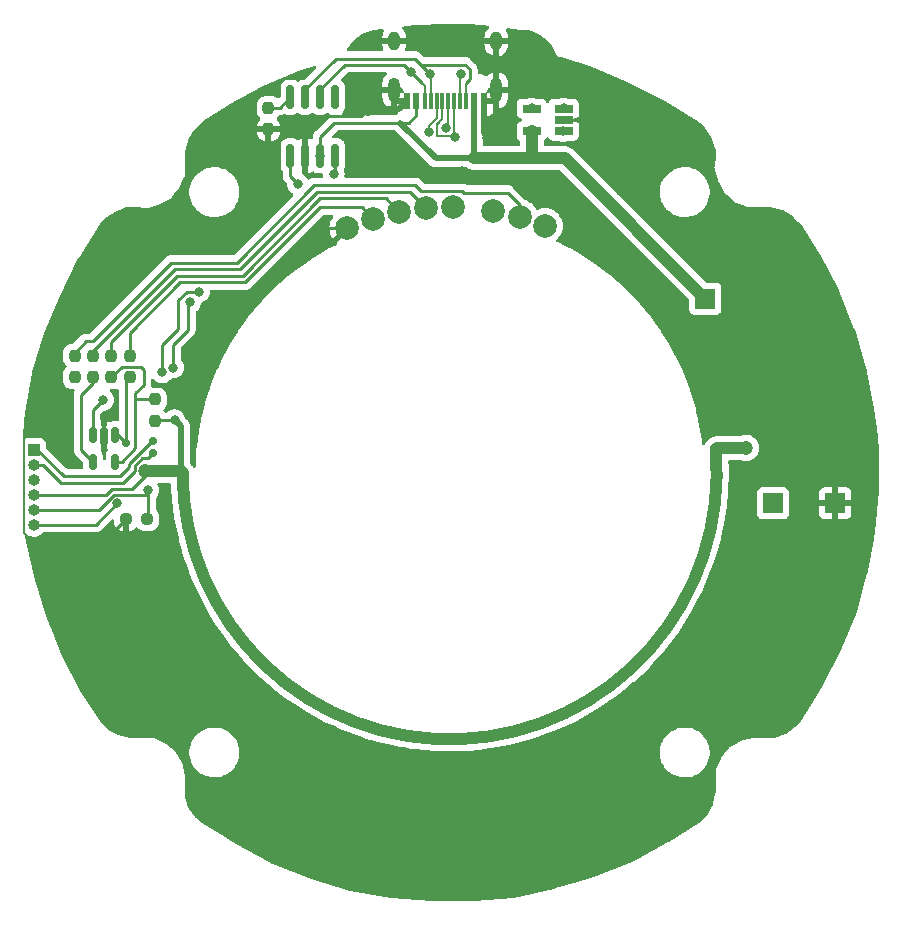
<source format=gbr>
%TF.GenerationSoftware,KiCad,Pcbnew,6.0.10*%
%TF.CreationDate,2023-03-14T16:41:35+03:00*%
%TF.ProjectId,Canon_manage,43616e6f-6e5f-46d6-916e-6167652e6b69,rev?*%
%TF.SameCoordinates,Original*%
%TF.FileFunction,Copper,L1,Top*%
%TF.FilePolarity,Positive*%
%FSLAX46Y46*%
G04 Gerber Fmt 4.6, Leading zero omitted, Abs format (unit mm)*
G04 Created by KiCad (PCBNEW 6.0.10) date 2023-03-14 16:41:35*
%MOMM*%
%LPD*%
G01*
G04 APERTURE LIST*
G04 Aperture macros list*
%AMRoundRect*
0 Rectangle with rounded corners*
0 $1 Rounding radius*
0 $2 $3 $4 $5 $6 $7 $8 $9 X,Y pos of 4 corners*
0 Add a 4 corners polygon primitive as box body*
4,1,4,$2,$3,$4,$5,$6,$7,$8,$9,$2,$3,0*
0 Add four circle primitives for the rounded corners*
1,1,$1+$1,$2,$3*
1,1,$1+$1,$4,$5*
1,1,$1+$1,$6,$7*
1,1,$1+$1,$8,$9*
0 Add four rect primitives between the rounded corners*
20,1,$1+$1,$2,$3,$4,$5,0*
20,1,$1+$1,$4,$5,$6,$7,0*
20,1,$1+$1,$6,$7,$8,$9,0*
20,1,$1+$1,$8,$9,$2,$3,0*%
G04 Aperture macros list end*
%TA.AperFunction,SMDPad,CuDef*%
%ADD10RoundRect,0.237500X0.237500X-0.250000X0.237500X0.250000X-0.237500X0.250000X-0.237500X-0.250000X0*%
%TD*%
%TA.AperFunction,ComponentPad*%
%ADD11C,2.000000*%
%TD*%
%TA.AperFunction,SMDPad,CuDef*%
%ADD12R,1.560000X0.650000*%
%TD*%
%TA.AperFunction,SMDPad,CuDef*%
%ADD13RoundRect,0.150000X-0.150000X0.512500X-0.150000X-0.512500X0.150000X-0.512500X0.150000X0.512500X0*%
%TD*%
%TA.AperFunction,SMDPad,CuDef*%
%ADD14RoundRect,0.150000X0.150000X-0.825000X0.150000X0.825000X-0.150000X0.825000X-0.150000X-0.825000X0*%
%TD*%
%TA.AperFunction,SMDPad,CuDef*%
%ADD15R,0.600000X1.450000*%
%TD*%
%TA.AperFunction,SMDPad,CuDef*%
%ADD16R,0.300000X1.450000*%
%TD*%
%TA.AperFunction,ComponentPad*%
%ADD17O,1.000000X2.100000*%
%TD*%
%TA.AperFunction,ComponentPad*%
%ADD18O,1.000000X1.600000*%
%TD*%
%TA.AperFunction,ComponentPad*%
%ADD19R,1.700000X1.700000*%
%TD*%
%TA.AperFunction,ComponentPad*%
%ADD20R,1.000000X1.000000*%
%TD*%
%TA.AperFunction,ComponentPad*%
%ADD21O,1.000000X1.000000*%
%TD*%
%TA.AperFunction,SMDPad,CuDef*%
%ADD22RoundRect,0.237500X0.250000X0.237500X-0.250000X0.237500X-0.250000X-0.237500X0.250000X-0.237500X0*%
%TD*%
%TA.AperFunction,ViaPad*%
%ADD23C,1.200000*%
%TD*%
%TA.AperFunction,ViaPad*%
%ADD24C,0.700000*%
%TD*%
%TA.AperFunction,ViaPad*%
%ADD25C,0.800000*%
%TD*%
%TA.AperFunction,Conductor*%
%ADD26C,0.250000*%
%TD*%
%TA.AperFunction,Conductor*%
%ADD27C,0.200000*%
%TD*%
%TA.AperFunction,Conductor*%
%ADD28C,0.500000*%
%TD*%
%TA.AperFunction,Conductor*%
%ADD29C,1.000000*%
%TD*%
G04 APERTURE END LIST*
D10*
%TO.P,R12,1*%
%TO.N,+3V3*%
X81026000Y-82597000D03*
%TO.P,R12,2*%
%TO.N,/SPI_MISO*%
X81026000Y-80772000D03*
%TD*%
D11*
%TO.P,J6,1,Pin_1*%
%TO.N,Net-(J6-Pad1)*%
X103980000Y-64570000D03*
%TD*%
D12*
%TO.P,U5,1,OUT*%
%TO.N,/Vlens*%
X115620800Y-58049200D03*
%TO.P,U5,2,GND*%
%TO.N,GND*%
X115620800Y-57099200D03*
%TO.P,U5,3,~{OC}*%
%TO.N,/~{OC}*%
X115620800Y-56149200D03*
%TO.P,U5,4,EN*%
%TO.N,/Ven*%
X112920800Y-56149200D03*
%TO.P,U5,5,IN*%
%TO.N,/VBUS*%
X112920800Y-58049200D03*
%TD*%
D11*
%TO.P,J3,1,Pin_1*%
%TO.N,Net-(J3-Pad1)*%
X111930000Y-65330000D03*
%TD*%
%TO.P,J4,1,Pin_1*%
%TO.N,GND*%
X109640000Y-64820000D03*
%TD*%
%TO.P,J8,1,Pin_1*%
%TO.N,Net-(J8-Pad1)*%
X99500000Y-65500000D03*
%TD*%
D13*
%TO.P,D1,1,K*%
%TO.N,/SPI_SCK*%
X77673200Y-83769200D03*
%TO.P,D1,2,A*%
%TO.N,GND*%
X76723200Y-83769200D03*
%TO.P,D1,3,K*%
%TO.N,/L_DETECT*%
X75773200Y-83769200D03*
%TO.P,D1,4,K*%
%TO.N,/SPI_MOSI*%
X75773200Y-86044200D03*
%TO.P,D1,5,K*%
%TO.N,/SPI_MISO*%
X77673200Y-86044200D03*
%TD*%
D14*
%TO.P,U4,1,TXD*%
%TO.N,/CANTX*%
X92481400Y-60133000D03*
%TO.P,U4,2,VSS*%
%TO.N,GND*%
X93751400Y-60133000D03*
%TO.P,U4,3,VDD*%
%TO.N,/VBUS*%
X95021400Y-60133000D03*
%TO.P,U4,4,RXD*%
%TO.N,/CANRX*%
X96291400Y-60133000D03*
%TO.P,U4,5,Vref*%
%TO.N,unconnected-(U4-Pad5)*%
X96291400Y-55183000D03*
%TO.P,U4,6,CANL*%
%TO.N,/CANL*%
X95021400Y-55183000D03*
%TO.P,U4,7,CANH*%
%TO.N,/CANH*%
X93751400Y-55183000D03*
%TO.P,U4,8,Rs*%
%TO.N,Net-(R11-Pad2)*%
X92481400Y-55183000D03*
%TD*%
D11*
%TO.P,J9,1,Pin_1*%
%TO.N,GND*%
X97310000Y-66260000D03*
%TD*%
D10*
%TO.P,R3,1*%
%TO.N,/SPI_MOSI*%
X75776666Y-78890500D03*
%TO.P,R3,2*%
%TO.N,Net-(J6-Pad1)*%
X75776666Y-77065500D03*
%TD*%
D15*
%TO.P,J37,A1,GND*%
%TO.N,GND*%
X108860000Y-55515000D03*
%TO.P,J37,A4,VBUS*%
%TO.N,/VBUS*%
X108060000Y-55515000D03*
D16*
%TO.P,J37,A5,CC1*%
%TO.N,/CANL*%
X106860000Y-55515000D03*
%TO.P,J37,A6,D+*%
%TO.N,/DP*%
X105860000Y-55515000D03*
%TO.P,J37,A7,D-*%
%TO.N,/DM*%
X105360000Y-55515000D03*
%TO.P,J37,A8,SBU1*%
%TO.N,/CANH*%
X104360000Y-55515000D03*
D15*
%TO.P,J37,A9,VBUS*%
%TO.N,/VBUS*%
X103160000Y-55515000D03*
%TO.P,J37,A12,GND*%
%TO.N,GND*%
X102360000Y-55515000D03*
%TO.P,J37,B1,GND*%
X102360000Y-55515000D03*
%TO.P,J37,B4,VBUS*%
%TO.N,/VBUS*%
X103160000Y-55515000D03*
D16*
%TO.P,J37,B5,CC2*%
%TO.N,/CANL*%
X103860000Y-55515000D03*
%TO.P,J37,B6,D+*%
%TO.N,/DP*%
X104860000Y-55515000D03*
%TO.P,J37,B7,D-*%
%TO.N,/DM*%
X106360000Y-55515000D03*
%TO.P,J37,B8,SBU2*%
%TO.N,/CANH*%
X107360000Y-55515000D03*
D15*
%TO.P,J37,B9,VBUS*%
%TO.N,/VBUS*%
X108060000Y-55515000D03*
%TO.P,J37,B12,GND*%
%TO.N,GND*%
X108860000Y-55515000D03*
D17*
%TO.P,J37,S1,SHIELD*%
X101290000Y-54600000D03*
X109930000Y-54600000D03*
D18*
X109930000Y-50420000D03*
X101290000Y-50420000D03*
%TD*%
D11*
%TO.P,J2,1,Pin_1*%
%TO.N,/Vlens*%
X114040000Y-66090000D03*
%TD*%
%TO.P,J7,1,Pin_1*%
%TO.N,Net-(J7-Pad1)*%
X101700000Y-64910000D03*
%TD*%
D10*
%TO.P,R4,1*%
%TO.N,/SPI_MISO*%
X77334532Y-78890500D03*
%TO.P,R4,2*%
%TO.N,Net-(J7-Pad1)*%
X77334532Y-77065500D03*
%TD*%
D11*
%TO.P,J5,1,Pin_1*%
%TO.N,/Vlens*%
X106270000Y-64490000D03*
%TD*%
D19*
%TO.P,J35,1,Pin_1*%
%TO.N,GND*%
X138633200Y-89560400D03*
%TD*%
D10*
%TO.P,R2,1*%
%TO.N,/L_DETECT*%
X74218800Y-78890500D03*
%TO.P,R2,2*%
%TO.N,Net-(J3-Pad1)*%
X74218800Y-77065500D03*
%TD*%
%TO.P,R5,1*%
%TO.N,/SPI_SCK*%
X78892400Y-78890500D03*
%TO.P,R5,2*%
%TO.N,Net-(J8-Pad1)*%
X78892400Y-77065500D03*
%TD*%
%TO.P,R11,1*%
%TO.N,GND*%
X90627200Y-57910100D03*
%TO.P,R11,2*%
%TO.N,Net-(R11-Pad2)*%
X90627200Y-56085100D03*
%TD*%
D19*
%TO.P,J26,1,Pin_1*%
%TO.N,/VBUS*%
X127609600Y-72237600D03*
%TD*%
D20*
%TO.P,J1,1,Pin_1*%
%TO.N,/SWCLK*%
X70764400Y-85039200D03*
D21*
%TO.P,J1,2,Pin_2*%
%TO.N,/SWDIO*%
X70764400Y-86309200D03*
%TO.P,J1,3,Pin_3*%
%TO.N,GND*%
X70764400Y-87579200D03*
%TO.P,J1,4,Pin_4*%
%TO.N,+3V3*%
X70764400Y-88849200D03*
%TO.P,J1,5,Pin_5*%
%TO.N,/BOOT0*%
X70764400Y-90119200D03*
%TO.P,J1,6,Pin_6*%
%TO.N,/NRST*%
X70764400Y-91389200D03*
%TD*%
D22*
%TO.P,R1,1*%
%TO.N,/BOOT0*%
X80387200Y-90906600D03*
%TO.P,R1,2*%
%TO.N,GND*%
X78562200Y-90906600D03*
%TD*%
D19*
%TO.P,J36,1,Pin_1*%
%TO.N,+3V3*%
X133350000Y-89560400D03*
%TD*%
D23*
%TO.N,GND*%
X107619800Y-115290600D03*
D24*
X76708000Y-84342100D03*
D23*
X99060000Y-56184800D03*
D25*
X112826800Y-63500000D03*
X72059800Y-81965800D03*
X138658600Y-84658200D03*
X77343000Y-92938600D03*
X82677000Y-80797400D03*
X101057965Y-59820647D03*
X131227800Y-72135600D03*
X117348000Y-57099200D03*
X74904600Y-99949000D03*
D23*
X109321600Y-58674000D03*
D25*
X107035600Y-61417200D03*
X72085200Y-79349600D03*
%TO.N,/VBUS*%
X95021400Y-60133000D03*
D23*
%TO.N,+3V3*%
X131064000Y-84886800D03*
X80162400Y-86842600D03*
D25*
X82677000Y-82522400D03*
%TO.N,/L_DETECT*%
X74218800Y-78892400D03*
X76657200Y-80822800D03*
D24*
%TO.N,/SPI_SCK*%
X78587600Y-84429600D03*
%TO.N,/SPI_MISO*%
X77673200Y-86044200D03*
%TO.N,/SPI_MOSI*%
X75773200Y-86044200D03*
%TO.N,/SWCLK*%
X80822800Y-84277200D03*
%TO.N,/SWDIO*%
X80822800Y-85344000D03*
D25*
%TO.N,/BOOT0*%
X80445588Y-88464412D03*
%TO.N,/NRST*%
X77825600Y-89560400D03*
%TO.N,/DP*%
X104190800Y-58166000D03*
X105660500Y-57759600D03*
%TO.N,/DM*%
X106426000Y-58547000D03*
%TO.N,/USBDM*%
X84747700Y-71678800D03*
X81635600Y-78486000D03*
%TO.N,/USBDP*%
X84023200Y-72542400D03*
X82550000Y-78079600D03*
%TO.N,/Vlens*%
X115570000Y-58064400D03*
%TO.N,/CANRX*%
X96164400Y-61671200D03*
%TO.N,/CANTX*%
X93116400Y-62534800D03*
%TO.N,/CANL*%
X102721437Y-53082163D03*
X106900000Y-53212500D03*
%TO.N,/CANH*%
X104343200Y-53238400D03*
%TO.N,/Ven*%
X112928400Y-56134000D03*
%TO.N,/~{OC}*%
X115620800Y-56134000D03*
%TD*%
D26*
%TO.N,/SPI_MISO*%
X79349600Y-84886800D02*
X79349600Y-80772000D01*
X79349600Y-80772000D02*
X79349600Y-80264000D01*
X81026000Y-80772000D02*
X79349600Y-80772000D01*
%TO.N,+3V3*%
X82677000Y-82522400D02*
X81100600Y-82522400D01*
X81100600Y-82522400D02*
X81026000Y-82597000D01*
D27*
%TO.N,GND*%
X107086400Y-61468000D02*
X107035600Y-61417200D01*
D26*
X82677000Y-80797400D02*
X85648800Y-77825600D01*
D27*
X72085200Y-79349600D02*
X72085200Y-81940400D01*
D28*
X108860000Y-55515000D02*
X108860000Y-58212400D01*
D26*
X102158800Y-61468000D02*
X101057965Y-60367165D01*
X136880600Y-75260200D02*
X133756000Y-72135600D01*
X93216100Y-57910100D02*
X94382600Y-56743600D01*
X98501200Y-56743600D02*
X99060000Y-56184800D01*
D27*
X72059800Y-79375000D02*
X72085200Y-79349600D01*
D26*
X138658600Y-84658200D02*
X138658600Y-77038200D01*
D28*
X101701600Y-56184800D02*
X99060000Y-56184800D01*
D26*
X90627200Y-57910100D02*
X93216100Y-57910100D01*
X112826800Y-63500000D02*
X114554000Y-63500000D01*
D27*
X72085200Y-81940400D02*
X69900800Y-84124800D01*
D26*
X133756000Y-72135600D02*
X131227800Y-72135600D01*
X78562200Y-90906600D02*
X78587600Y-90932000D01*
X101057965Y-60367165D02*
X101057965Y-59820647D01*
X107086400Y-61468000D02*
X102158800Y-61468000D01*
X93216100Y-57910100D02*
X93751400Y-58445400D01*
X138658600Y-77038200D02*
X136880600Y-75260200D01*
X114554000Y-63500000D02*
X126492000Y-75438000D01*
D27*
X84074000Y-111861600D02*
X81661000Y-109448600D01*
X86029800Y-115290600D02*
X84074000Y-113334800D01*
X84074000Y-113334800D02*
X84074000Y-111861600D01*
D26*
X126669800Y-75260200D02*
X136880600Y-75260200D01*
X73177400Y-98221800D02*
X73177400Y-96610000D01*
X85648800Y-77825600D02*
X85648800Y-75438000D01*
X78562200Y-90906600D02*
X77343000Y-92125800D01*
X93751400Y-58445400D02*
X93751400Y-60133000D01*
D27*
X72059800Y-81965800D02*
X72059800Y-79375000D01*
D26*
X75158600Y-100203000D02*
X74904600Y-99949000D01*
X81661000Y-100203000D02*
X75158600Y-100203000D01*
D27*
X69900800Y-92049600D02*
X72269900Y-94418700D01*
X72269900Y-94418700D02*
X75368700Y-94418700D01*
D26*
X75368700Y-94418700D02*
X76848800Y-92938600D01*
D27*
X76723200Y-84326900D02*
X76708000Y-84342100D01*
D26*
X94382600Y-56743600D02*
X98501200Y-56743600D01*
X115620800Y-57099200D02*
X117348000Y-57099200D01*
D27*
X107619800Y-115290600D02*
X86029800Y-115290600D01*
D28*
X102360000Y-55515000D02*
X102360000Y-55526400D01*
D26*
X77343000Y-92125800D02*
X77343000Y-92938600D01*
X73177400Y-96610000D02*
X75368700Y-94418700D01*
X94826800Y-66260000D02*
X85648800Y-75438000D01*
D27*
X76723200Y-83769200D02*
X76723200Y-84326900D01*
X81661000Y-109448600D02*
X81661000Y-100203000D01*
D26*
X97310000Y-66260000D02*
X94826800Y-66260000D01*
X76848800Y-92938600D02*
X77343000Y-92938600D01*
D27*
X69900800Y-84124800D02*
X69900800Y-92049600D01*
D28*
X108860000Y-58212400D02*
X109321600Y-58674000D01*
X102360000Y-55526400D02*
X101701600Y-56184800D01*
D26*
X74904600Y-99949000D02*
X73177400Y-98221800D01*
X126492000Y-75438000D02*
X126669800Y-75260200D01*
%TO.N,/VBUS*%
X96215200Y-57353200D02*
X95021400Y-58547000D01*
D29*
X112920800Y-58049200D02*
X112920800Y-60205600D01*
X115714000Y-60342000D02*
X127609600Y-72237600D01*
D28*
X108060000Y-55515000D02*
X108060000Y-60342000D01*
D26*
X102514400Y-57353200D02*
X101803200Y-57353200D01*
X103160000Y-56707600D02*
X102514400Y-57353200D01*
X101803200Y-57353200D02*
X96215200Y-57353200D01*
D29*
X112920800Y-60205600D02*
X112784400Y-60342000D01*
D28*
X101803200Y-57353200D02*
X104800400Y-60350400D01*
D26*
X103160000Y-55515000D02*
X103160000Y-56707600D01*
D29*
X108060000Y-60342000D02*
X112784400Y-60342000D01*
D28*
X108051600Y-60350400D02*
X108060000Y-60342000D01*
X104800400Y-60350400D02*
X108051600Y-60350400D01*
D29*
X112784400Y-60342000D02*
X115714000Y-60342000D01*
D26*
X95021400Y-58547000D02*
X95021400Y-60133000D01*
D29*
%TO.N,+3V3*%
X131064000Y-84886800D02*
X128613199Y-84886800D01*
X128613199Y-84886800D02*
X128499999Y-85000000D01*
D26*
X80162400Y-87223600D02*
X80162400Y-86842600D01*
D29*
X131064000Y-84886800D02*
X131064000Y-84936000D01*
D28*
X82651600Y-82547800D02*
X82677000Y-82522400D01*
D29*
X83197476Y-86842600D02*
X83355274Y-87000398D01*
D28*
X83197476Y-83042876D02*
X83197476Y-86842600D01*
D26*
X76860400Y-88849200D02*
X77368400Y-88341200D01*
D28*
X82677000Y-82522400D02*
X83197476Y-83042876D01*
D29*
X80162400Y-86842600D02*
X83197476Y-86842600D01*
D26*
X77368400Y-88341200D02*
X79044800Y-88341200D01*
X70764400Y-88849200D02*
X76860400Y-88849200D01*
X79044800Y-88341200D02*
X80162400Y-87223600D01*
D29*
X83355275Y-87000398D02*
G75*
G03*
X128499998Y-85000000I22613925J62198D01*
G01*
D26*
%TO.N,/L_DETECT*%
X75773200Y-83769200D02*
X75773200Y-81706800D01*
X74218800Y-78890500D02*
X74218800Y-78892400D01*
X75773200Y-81706800D02*
X76657200Y-80822800D01*
%TO.N,/SPI_SCK*%
X78587600Y-79195300D02*
X78587600Y-84429600D01*
X77673200Y-83769200D02*
X77927200Y-83769200D01*
X78892400Y-78890500D02*
X78587600Y-79195300D01*
X77927200Y-83769200D02*
X78587600Y-84429600D01*
%TO.N,/SPI_MISO*%
X79806800Y-78028800D02*
X78196232Y-78028800D01*
X77673200Y-86044200D02*
X78192200Y-86044200D01*
X78192200Y-86044200D02*
X79349600Y-84886800D01*
X80060800Y-78282800D02*
X79806800Y-78028800D01*
X78196232Y-78028800D02*
X77334532Y-78890500D01*
X79349600Y-80264000D02*
X80060800Y-79552800D01*
X80060800Y-79552800D02*
X80060800Y-78282800D01*
%TO.N,/SPI_MOSI*%
X74777600Y-85048600D02*
X74777600Y-80365600D01*
X75773200Y-86044200D02*
X74777600Y-85048600D01*
X75776666Y-79366534D02*
X74777600Y-80365600D01*
X75776666Y-78890500D02*
X75776666Y-79366534D01*
%TO.N,/SWCLK*%
X73304400Y-87274400D02*
X78028800Y-87274400D01*
X71069200Y-85039200D02*
X73304400Y-87274400D01*
X78848800Y-86454400D02*
X78848800Y-86211656D01*
X78028800Y-87274400D02*
X78848800Y-86454400D01*
X80314800Y-84734400D02*
X80772000Y-84277200D01*
X70764400Y-85039200D02*
X71069200Y-85039200D01*
X80314800Y-84745656D02*
X80314800Y-84734400D01*
X78848800Y-86211656D02*
X80314800Y-84745656D01*
X80772000Y-84277200D02*
X80822800Y-84277200D01*
%TO.N,/SWDIO*%
X80010000Y-85750400D02*
X79946452Y-85750400D01*
X79298800Y-86398052D02*
X79298800Y-86410800D01*
X79298800Y-86817200D02*
X79298800Y-86410800D01*
X78282800Y-87833200D02*
X79298800Y-86817200D01*
X73101200Y-87833200D02*
X78282800Y-87833200D01*
X80416400Y-85750400D02*
X80822800Y-85344000D01*
X80010000Y-85750400D02*
X80416400Y-85750400D01*
X79946452Y-85750400D02*
X79298800Y-86398052D01*
X70764400Y-86309200D02*
X71577200Y-86309200D01*
X71577200Y-86309200D02*
X73101200Y-87833200D01*
%TO.N,/BOOT0*%
X80445588Y-88464412D02*
X80445588Y-88972412D01*
X70764400Y-90119200D02*
X75539600Y-90119200D01*
X80445588Y-88972412D02*
X80445588Y-90848212D01*
X77525295Y-88835400D02*
X76241495Y-90119200D01*
X76241495Y-90119200D02*
X75539600Y-90119200D01*
X80308576Y-88835400D02*
X77525295Y-88835400D01*
X80445588Y-88972412D02*
X80308576Y-88835400D01*
X80445588Y-90848212D02*
X80387200Y-90906600D01*
%TO.N,/NRST*%
X75996800Y-91389200D02*
X70764400Y-91389200D01*
X77825600Y-89560400D02*
X75996800Y-91389200D01*
%TO.N,Net-(J3-Pad1)*%
X107035600Y-63144400D02*
X103581200Y-63144400D01*
X74218800Y-76809600D02*
X75184000Y-75844400D01*
X74218800Y-77065500D02*
X74218800Y-76809600D01*
X103073200Y-62636400D02*
X94488000Y-62636400D01*
X87934800Y-69189600D02*
X82397600Y-69189600D01*
X111930000Y-65330000D02*
X111930000Y-64330400D01*
X94488000Y-62636400D02*
X87934800Y-69189600D01*
X103581200Y-63144400D02*
X103073200Y-62636400D01*
X75742800Y-75844400D02*
X75184000Y-75844400D01*
X82397600Y-69189600D02*
X75742800Y-75844400D01*
X110871000Y-63271400D02*
X107162600Y-63271400D01*
X107162600Y-63271400D02*
X107035600Y-63144400D01*
X111930000Y-64330400D02*
X110871000Y-63271400D01*
D27*
%TO.N,/DP*%
X104190800Y-57649635D02*
X104190800Y-58166000D01*
X104190800Y-58166000D02*
X104216200Y-57624235D01*
X104860000Y-56980435D02*
X104190800Y-57649635D01*
X105860000Y-57560100D02*
X105660500Y-57759600D01*
X104860000Y-56980435D02*
X104860000Y-55515000D01*
X104216200Y-57624235D02*
X104860000Y-56980435D01*
X105860000Y-55515000D02*
X105860000Y-57560100D01*
%TO.N,/DM*%
X106360000Y-55515000D02*
X106360000Y-57973000D01*
X106360000Y-57973000D02*
X106360000Y-58481000D01*
X106360000Y-57973000D02*
X106360000Y-58328600D01*
X105360000Y-55515000D02*
X105360000Y-57045441D01*
X105360000Y-57070841D02*
X104927400Y-57503441D01*
X106217800Y-58470800D02*
X104927400Y-58470800D01*
X106360000Y-58481000D02*
X106426000Y-58547000D01*
X105360000Y-57045441D02*
X104927400Y-57478041D01*
X104927400Y-57503441D02*
X104927400Y-58470800D01*
X106360000Y-58328600D02*
X106217800Y-58470800D01*
X105360000Y-55515000D02*
X105360000Y-57070841D01*
X104927400Y-57478041D02*
X104927400Y-58470800D01*
D26*
%TO.N,/USBDM*%
X83007200Y-74828400D02*
X83007200Y-72390000D01*
X81635600Y-78486000D02*
X81635600Y-76200000D01*
X83718400Y-71678800D02*
X83007200Y-72390000D01*
X81635600Y-76200000D02*
X83007200Y-74828400D01*
X84747700Y-71678800D02*
X83718400Y-71678800D01*
%TO.N,/USBDP*%
X83820000Y-72745600D02*
X84023200Y-72542400D01*
X82550000Y-76149200D02*
X83820000Y-74879200D01*
X82550000Y-78079600D02*
X82550000Y-76149200D01*
X83820000Y-74879200D02*
X83820000Y-72745600D01*
D28*
%TO.N,/Vlens*%
X115585200Y-58049200D02*
X115570000Y-58064400D01*
X115620800Y-58049200D02*
X115585200Y-58049200D01*
D26*
%TO.N,Net-(J6-Pad1)*%
X82702400Y-69748400D02*
X75776666Y-76674134D01*
X102605200Y-63195200D02*
X94742000Y-63195200D01*
X103980000Y-64570000D02*
X102605200Y-63195200D01*
X94742000Y-63195200D02*
X88188800Y-69748400D01*
X75776666Y-76674134D02*
X75776666Y-77065500D01*
X88188800Y-69748400D02*
X82702400Y-69748400D01*
%TO.N,Net-(J7-Pad1)*%
X88442800Y-70307200D02*
X82905600Y-70307200D01*
X82905600Y-70307200D02*
X77334532Y-75878268D01*
X94996000Y-63754000D02*
X88442800Y-70307200D01*
X100544000Y-63754000D02*
X94996000Y-63754000D01*
X77334532Y-75878268D02*
X77334532Y-77065500D01*
X101700000Y-64910000D02*
X100544000Y-63754000D01*
%TO.N,Net-(J8-Pad1)*%
X78892400Y-75133200D02*
X83159600Y-70866000D01*
X94996000Y-64516000D02*
X98516000Y-64516000D01*
X83159600Y-70866000D02*
X88646000Y-70866000D01*
X88646000Y-70866000D02*
X94996000Y-64516000D01*
X78892400Y-77065500D02*
X78892400Y-75133200D01*
X98516000Y-64516000D02*
X99500000Y-65500000D01*
%TO.N,/CANRX*%
X96291400Y-61544200D02*
X96164400Y-61671200D01*
X96291400Y-60133000D02*
X96291400Y-61544200D01*
%TO.N,/CANTX*%
X92481400Y-60133000D02*
X92481400Y-61899800D01*
X92481400Y-61899800D02*
X93116400Y-62534800D01*
%TO.N,/CANL*%
X97078800Y-52425600D02*
X101650800Y-52425600D01*
X101650800Y-52425600D02*
X102064873Y-52425600D01*
X103632000Y-54000400D02*
X103276400Y-53644800D01*
D27*
X106860000Y-55515000D02*
X106860000Y-53252500D01*
X103860000Y-55515000D02*
X103860000Y-54228400D01*
X106860000Y-53252500D02*
X106900000Y-53212500D01*
D26*
X95021400Y-55183000D02*
X95021400Y-54483000D01*
X102064873Y-52425600D02*
X102721437Y-53082163D01*
X95021400Y-54483000D02*
X97078800Y-52425600D01*
X102721437Y-53082163D02*
X103280237Y-53640964D01*
D27*
X103860000Y-54228400D02*
X103632000Y-54000400D01*
%TO.N,/CANH*%
X104360000Y-55515000D02*
X104360000Y-53255200D01*
D26*
X96367600Y-51917600D02*
X103022400Y-51917600D01*
X107696000Y-53644800D02*
X107360000Y-53980800D01*
X107289600Y-52425600D02*
X107696000Y-52832000D01*
X93751400Y-55183000D02*
X93751400Y-54533800D01*
X93751400Y-54533800D02*
X96367600Y-51917600D01*
X104343200Y-53238400D02*
X103530400Y-52425600D01*
X103530400Y-52425600D02*
X103022400Y-51917600D01*
D27*
X104360000Y-53255200D02*
X104343200Y-53238400D01*
X107360000Y-55515000D02*
X107360000Y-53980800D01*
D26*
X103530400Y-52425600D02*
X107289600Y-52425600D01*
X107696000Y-52832000D02*
X107696000Y-53644800D01*
%TO.N,Net-(R11-Pad2)*%
X91579300Y-56085100D02*
X92481400Y-55183000D01*
X90627200Y-56085100D02*
X91579300Y-56085100D01*
%TO.N,/Ven*%
X112920800Y-56149200D02*
X112920800Y-56141600D01*
X112920800Y-56141600D02*
X112928400Y-56134000D01*
%TO.N,/~{OC}*%
X115620800Y-56149200D02*
X115620800Y-56134000D01*
%TD*%
%TA.AperFunction,Conductor*%
%TO.N,GND*%
G36*
X107231877Y-49029835D02*
G01*
X109069568Y-49115491D01*
X109078558Y-49116233D01*
X109208636Y-49131679D01*
X109273923Y-49159574D01*
X109313765Y-49218338D01*
X109315512Y-49289313D01*
X109278610Y-49349965D01*
X109272731Y-49354996D01*
X109226133Y-49392462D01*
X109217368Y-49401046D01*
X109098222Y-49543039D01*
X109091292Y-49553159D01*
X109001998Y-49715585D01*
X108997166Y-49726858D01*
X108941120Y-49903538D01*
X108938570Y-49915532D01*
X108922393Y-50059761D01*
X108922000Y-50066785D01*
X108922000Y-50147885D01*
X108926475Y-50163124D01*
X108927865Y-50164329D01*
X108935548Y-50166000D01*
X110919885Y-50166000D01*
X110935124Y-50161525D01*
X110936329Y-50160135D01*
X110938000Y-50152452D01*
X110938000Y-50073343D01*
X110937699Y-50067195D01*
X110924188Y-49929397D01*
X110921805Y-49917362D01*
X110868233Y-49739924D01*
X110863559Y-49728584D01*
X110776540Y-49564923D01*
X110769748Y-49554700D01*
X110752115Y-49533080D01*
X110724561Y-49467649D01*
X110736757Y-49397707D01*
X110784829Y-49345462D01*
X110853516Y-49327501D01*
X110864609Y-49328323D01*
X111982887Y-49461118D01*
X112582257Y-49532292D01*
X112592343Y-49533907D01*
X112906559Y-49597368D01*
X112937964Y-49608176D01*
X113800483Y-50039436D01*
X113828371Y-50058433D01*
X113946164Y-50164329D01*
X114529882Y-50689097D01*
X114556272Y-50722486D01*
X114976249Y-51492830D01*
X114980570Y-51503488D01*
X114981200Y-51503212D01*
X114984806Y-51511433D01*
X114987209Y-51520082D01*
X114991943Y-51527709D01*
X114991944Y-51527710D01*
X115017340Y-51568620D01*
X115020908Y-51574746D01*
X115028766Y-51589160D01*
X115033391Y-51595354D01*
X115039474Y-51604276D01*
X115059293Y-51636204D01*
X115059297Y-51636209D01*
X115064030Y-51643833D01*
X115071487Y-51650516D01*
X115088355Y-51668965D01*
X115088472Y-51669121D01*
X115093845Y-51676317D01*
X115115458Y-51692575D01*
X115129516Y-51703150D01*
X115137867Y-51710012D01*
X115172497Y-51741050D01*
X115180594Y-51744924D01*
X115181519Y-51745367D01*
X115202875Y-51758333D01*
X115210246Y-51763877D01*
X115218642Y-51767042D01*
X115218645Y-51767043D01*
X115252106Y-51779654D01*
X115262044Y-51783895D01*
X115273455Y-51789355D01*
X115290947Y-51794609D01*
X115299121Y-51797374D01*
X115346544Y-51815248D01*
X115355499Y-51815929D01*
X115364261Y-51817872D01*
X115364210Y-51818100D01*
X115377179Y-51820512D01*
X117816233Y-52553154D01*
X117828885Y-52557703D01*
X120992061Y-53889710D01*
X120999491Y-53893127D01*
X124167617Y-55476511D01*
X124178334Y-55482538D01*
X127073014Y-57301810D01*
X127088003Y-57312855D01*
X127169066Y-57382391D01*
X127572001Y-57728031D01*
X127596230Y-57755965D01*
X128092945Y-58535699D01*
X128103913Y-58552916D01*
X128115241Y-58575369D01*
X128472217Y-59503278D01*
X128473148Y-59505699D01*
X128481550Y-59550940D01*
X128481550Y-60564003D01*
X128479799Y-60584935D01*
X128409853Y-61000134D01*
X128406166Y-61022017D01*
X128406069Y-61022585D01*
X128391103Y-61108316D01*
X128392103Y-61117235D01*
X128392103Y-61117237D01*
X128394438Y-61138060D01*
X128395185Y-61155207D01*
X128394717Y-61174197D01*
X128394468Y-61184271D01*
X128403098Y-61216731D01*
X128403414Y-61218119D01*
X128403573Y-61219537D01*
X128414503Y-61259633D01*
X128431891Y-61325039D01*
X128432558Y-61326141D01*
X128432905Y-61327140D01*
X128533397Y-61695791D01*
X128650311Y-62124688D01*
X128653239Y-62142508D01*
X128654395Y-62148158D01*
X128654929Y-62157117D01*
X128657956Y-62165566D01*
X128657957Y-62165569D01*
X128670921Y-62201749D01*
X128673871Y-62211118D01*
X128677154Y-62223161D01*
X128678935Y-62227277D01*
X128683910Y-62238776D01*
X128686885Y-62246305D01*
X128692680Y-62262477D01*
X128695003Y-62266745D01*
X128695006Y-62266751D01*
X128697203Y-62270786D01*
X128702176Y-62280989D01*
X128720349Y-62322989D01*
X128726083Y-62329896D01*
X128727819Y-62331987D01*
X128741538Y-62352227D01*
X128931874Y-62701867D01*
X129204221Y-63202159D01*
X129209274Y-63212549D01*
X129227068Y-63253852D01*
X129232789Y-63260766D01*
X129232791Y-63260769D01*
X129264280Y-63298823D01*
X129268199Y-63303811D01*
X129301220Y-63348091D01*
X129308392Y-63353493D01*
X129308393Y-63353494D01*
X129338817Y-63376409D01*
X129346573Y-63382749D01*
X129488360Y-63508383D01*
X130054897Y-64010378D01*
X130074747Y-64027967D01*
X130080548Y-64033445D01*
X130118024Y-64071150D01*
X130157593Y-64092971D01*
X130159752Y-64094161D01*
X130168253Y-64099296D01*
X130208262Y-64125670D01*
X130263264Y-64142584D01*
X130269360Y-64144631D01*
X130788310Y-64333760D01*
X131156323Y-64467881D01*
X131166727Y-64472209D01*
X131194121Y-64485070D01*
X131207350Y-64491281D01*
X131230784Y-64494930D01*
X131262758Y-64499909D01*
X131269296Y-64501105D01*
X131315397Y-64510798D01*
X131315399Y-64510798D01*
X131324183Y-64512645D01*
X131372875Y-64508876D01*
X131382598Y-64508500D01*
X133066913Y-64508500D01*
X133093304Y-64511295D01*
X134120832Y-64731398D01*
X134154753Y-64743976D01*
X134843196Y-65119304D01*
X134909978Y-65155712D01*
X134924037Y-65163377D01*
X134952820Y-65184908D01*
X135143016Y-65375101D01*
X135504631Y-65736711D01*
X135686610Y-65918688D01*
X135703395Y-65939480D01*
X137258501Y-68350075D01*
X137340606Y-68477348D01*
X137346813Y-68488099D01*
X138917108Y-71546546D01*
X138926529Y-71564895D01*
X138931013Y-71574625D01*
X140247906Y-74785054D01*
X140262768Y-74821287D01*
X140266882Y-74832904D01*
X141238649Y-78073035D01*
X141262925Y-78153976D01*
X141265905Y-78166046D01*
X141321523Y-78451156D01*
X141931909Y-81580131D01*
X141933355Y-81589351D01*
X142124360Y-83192668D01*
X142339248Y-84996462D01*
X142349265Y-85080550D01*
X142350150Y-85095455D01*
X142350150Y-88495170D01*
X142349585Y-88507091D01*
X142017767Y-91998590D01*
X142015999Y-92010803D01*
X141906857Y-92570074D01*
X141367863Y-95332019D01*
X141350009Y-95423506D01*
X141347836Y-95432764D01*
X140887706Y-97106275D01*
X140434019Y-98756349D01*
X140429095Y-98770780D01*
X139100953Y-102007270D01*
X139096475Y-102016985D01*
X137514804Y-105097590D01*
X137509396Y-105107084D01*
X136958908Y-105982979D01*
X135688267Y-108004722D01*
X135677206Y-108019730D01*
X135297213Y-108462537D01*
X135247683Y-108520254D01*
X135226184Y-108540092D01*
X134441848Y-109110630D01*
X134404752Y-109129173D01*
X133498552Y-109407738D01*
X133461530Y-109413300D01*
X131935625Y-109413300D01*
X131929582Y-109412948D01*
X131924324Y-109411556D01*
X131915355Y-109411787D01*
X131915353Y-109411787D01*
X131858296Y-109413258D01*
X131855049Y-109413300D01*
X131828137Y-109413300D01*
X131823703Y-109413935D01*
X131821837Y-109414068D01*
X131817796Y-109414264D01*
X131817305Y-109414315D01*
X131812442Y-109414440D01*
X131807658Y-109415312D01*
X131807655Y-109415312D01*
X131786395Y-109419186D01*
X131781672Y-109419954D01*
X131729349Y-109427447D01*
X131729346Y-109427448D01*
X131720463Y-109428720D01*
X131713318Y-109431969D01*
X131703526Y-109434286D01*
X131218647Y-109522641D01*
X130881242Y-109584123D01*
X130866242Y-109585934D01*
X130850922Y-109586857D01*
X130840200Y-109587503D01*
X130840198Y-109587503D01*
X130831241Y-109588043D01*
X130769587Y-109610178D01*
X130766990Y-109611077D01*
X130735226Y-109621691D01*
X130704206Y-109632056D01*
X130696833Y-109637176D01*
X130672044Y-109654390D01*
X130660494Y-109661520D01*
X129891902Y-110080544D01*
X129770376Y-110146798D01*
X129767134Y-110148505D01*
X129709038Y-110178020D01*
X129702497Y-110184169D01*
X129702496Y-110184170D01*
X129682085Y-110203359D01*
X129671167Y-110212517D01*
X129641732Y-110234496D01*
X129636337Y-110241668D01*
X129636335Y-110241670D01*
X129600569Y-110289218D01*
X129599276Y-110290906D01*
X129487751Y-110434074D01*
X129207831Y-110793417D01*
X129050367Y-110995558D01*
X129033973Y-111012697D01*
X129033128Y-111013656D01*
X129026303Y-111019478D01*
X129000351Y-111059083D01*
X128994364Y-111067452D01*
X128988160Y-111075416D01*
X128981606Y-111086876D01*
X128979848Y-111089949D01*
X128975866Y-111096447D01*
X128964961Y-111113088D01*
X128962954Y-111117515D01*
X128961090Y-111121626D01*
X128955706Y-111132156D01*
X128934155Y-111169835D01*
X128931269Y-111181884D01*
X128923496Y-111204554D01*
X128614745Y-111885614D01*
X128529932Y-112072698D01*
X128529229Y-112074221D01*
X128502583Y-112130974D01*
X128502581Y-112130981D01*
X128498769Y-112139100D01*
X128497389Y-112147964D01*
X128497388Y-112147967D01*
X128493866Y-112170589D01*
X128490340Y-112186435D01*
X128483939Y-112208413D01*
X128483938Y-112208418D01*
X128481429Y-112217034D01*
X128481439Y-112226010D01*
X128481550Y-112325687D01*
X128481550Y-114078531D01*
X128478287Y-114107021D01*
X128256745Y-115061443D01*
X128246737Y-115089240D01*
X128087863Y-115407426D01*
X127838046Y-115907750D01*
X127826873Y-115930126D01*
X127798462Y-115967469D01*
X127080750Y-116613755D01*
X127064772Y-116625979D01*
X124505799Y-118277283D01*
X124497398Y-118282253D01*
X121956632Y-119655009D01*
X121425557Y-119941944D01*
X121410878Y-119948697D01*
X118173652Y-121193256D01*
X118164666Y-121196327D01*
X116521278Y-121689680D01*
X114918130Y-122170953D01*
X114827152Y-122198265D01*
X114817929Y-122200658D01*
X111411279Y-122948063D01*
X111396550Y-122950390D01*
X108045200Y-123278070D01*
X107997560Y-123282728D01*
X107985299Y-123283326D01*
X104493876Y-123283326D01*
X104481902Y-123282756D01*
X100984128Y-122948854D01*
X100974932Y-122947633D01*
X97567924Y-122366937D01*
X97552852Y-122363403D01*
X94231032Y-121365782D01*
X94222075Y-121362721D01*
X90983858Y-120118291D01*
X90969125Y-120111511D01*
X90655538Y-119941944D01*
X87894182Y-118448788D01*
X87887060Y-118444630D01*
X86278531Y-117433213D01*
X84985005Y-116619865D01*
X84970153Y-116608932D01*
X84469807Y-116180731D01*
X84449851Y-116159133D01*
X83932445Y-115447834D01*
X83879186Y-115374616D01*
X83860671Y-115337615D01*
X83770477Y-115045035D01*
X83580941Y-114430197D01*
X83575350Y-114393080D01*
X83575350Y-112954028D01*
X83575497Y-112951820D01*
X83576100Y-112949679D01*
X83575356Y-112873778D01*
X83575350Y-112872543D01*
X83575350Y-112845387D01*
X83575103Y-112843658D01*
X83575070Y-112842853D01*
X83575051Y-112842635D01*
X83575003Y-112837766D01*
X83569754Y-112806099D01*
X83569331Y-112803357D01*
X83561203Y-112746600D01*
X83561202Y-112746598D01*
X83559930Y-112737713D01*
X83558016Y-112733504D01*
X83556936Y-112728772D01*
X83551409Y-112695425D01*
X83405771Y-111816818D01*
X83404298Y-111803716D01*
X83402504Y-111773639D01*
X83401970Y-111764679D01*
X83382264Y-111709680D01*
X83380766Y-111705238D01*
X83364322Y-111653277D01*
X83364321Y-111653276D01*
X83361614Y-111644721D01*
X83356615Y-111637271D01*
X83356612Y-111637265D01*
X83336564Y-111607388D01*
X83330527Y-111597426D01*
X82895174Y-110797703D01*
X83940743Y-110797703D01*
X83978268Y-111082734D01*
X84054129Y-111360036D01*
X84055813Y-111363984D01*
X84161696Y-111612221D01*
X84166923Y-111624476D01*
X84180882Y-111647799D01*
X84282039Y-111816820D01*
X84314561Y-111871161D01*
X84494313Y-112095528D01*
X84702851Y-112293423D01*
X84936317Y-112461186D01*
X84940112Y-112463195D01*
X84940113Y-112463196D01*
X84961869Y-112474715D01*
X85190392Y-112595712D01*
X85460373Y-112694511D01*
X85741264Y-112755755D01*
X85769841Y-112758004D01*
X85964282Y-112773307D01*
X85964291Y-112773307D01*
X85966739Y-112773500D01*
X86122271Y-112773500D01*
X86124407Y-112773354D01*
X86124418Y-112773354D01*
X86332548Y-112759165D01*
X86332554Y-112759164D01*
X86336825Y-112758873D01*
X86341020Y-112758004D01*
X86341022Y-112758004D01*
X86482178Y-112728772D01*
X86618342Y-112700574D01*
X86889343Y-112604607D01*
X87144812Y-112472750D01*
X87148313Y-112470289D01*
X87148317Y-112470287D01*
X87353862Y-112325827D01*
X87380023Y-112307441D01*
X87590622Y-112111740D01*
X87772713Y-111889268D01*
X87922927Y-111644142D01*
X87925787Y-111637628D01*
X88036757Y-111384830D01*
X88038483Y-111380898D01*
X88117244Y-111104406D01*
X88157751Y-110819784D01*
X88157845Y-110801951D01*
X88157867Y-110797703D01*
X123770743Y-110797703D01*
X123808268Y-111082734D01*
X123884129Y-111360036D01*
X123885813Y-111363984D01*
X123991696Y-111612221D01*
X123996923Y-111624476D01*
X124010882Y-111647799D01*
X124112039Y-111816820D01*
X124144561Y-111871161D01*
X124324313Y-112095528D01*
X124532851Y-112293423D01*
X124766317Y-112461186D01*
X124770112Y-112463195D01*
X124770113Y-112463196D01*
X124791869Y-112474715D01*
X125020392Y-112595712D01*
X125290373Y-112694511D01*
X125571264Y-112755755D01*
X125599841Y-112758004D01*
X125794282Y-112773307D01*
X125794291Y-112773307D01*
X125796739Y-112773500D01*
X125952271Y-112773500D01*
X125954407Y-112773354D01*
X125954418Y-112773354D01*
X126162548Y-112759165D01*
X126162554Y-112759164D01*
X126166825Y-112758873D01*
X126171020Y-112758004D01*
X126171022Y-112758004D01*
X126312178Y-112728772D01*
X126448342Y-112700574D01*
X126719343Y-112604607D01*
X126974812Y-112472750D01*
X126978313Y-112470289D01*
X126978317Y-112470287D01*
X127183862Y-112325827D01*
X127210023Y-112307441D01*
X127420622Y-112111740D01*
X127602713Y-111889268D01*
X127752927Y-111644142D01*
X127755787Y-111637628D01*
X127866757Y-111384830D01*
X127868483Y-111380898D01*
X127947244Y-111104406D01*
X127987751Y-110819784D01*
X127987845Y-110801951D01*
X127989235Y-110536583D01*
X127989235Y-110536576D01*
X127989257Y-110532297D01*
X127988464Y-110526268D01*
X127963470Y-110336427D01*
X127951732Y-110247266D01*
X127939721Y-110203359D01*
X127915989Y-110116611D01*
X127875871Y-109969964D01*
X127860139Y-109933081D01*
X127764763Y-109709476D01*
X127764761Y-109709472D01*
X127763077Y-109705524D01*
X127680691Y-109567867D01*
X127617643Y-109462521D01*
X127617640Y-109462517D01*
X127615439Y-109458839D01*
X127435687Y-109234472D01*
X127227149Y-109036577D01*
X126993683Y-108868814D01*
X126971843Y-108857250D01*
X126942387Y-108841654D01*
X126739608Y-108734288D01*
X126469627Y-108635489D01*
X126188736Y-108574245D01*
X126157685Y-108571801D01*
X125965718Y-108556693D01*
X125965709Y-108556693D01*
X125963261Y-108556500D01*
X125807729Y-108556500D01*
X125805593Y-108556646D01*
X125805582Y-108556646D01*
X125597452Y-108570835D01*
X125597446Y-108570836D01*
X125593175Y-108571127D01*
X125588980Y-108571996D01*
X125588978Y-108571996D01*
X125474047Y-108595797D01*
X125311658Y-108629426D01*
X125040657Y-108725393D01*
X124785188Y-108857250D01*
X124781687Y-108859711D01*
X124781683Y-108859713D01*
X124771594Y-108866804D01*
X124549977Y-109022559D01*
X124534892Y-109036577D01*
X124344295Y-109213691D01*
X124339378Y-109218260D01*
X124157287Y-109440732D01*
X124007073Y-109685858D01*
X124005347Y-109689791D01*
X124005346Y-109689792D01*
X123904939Y-109918526D01*
X123891517Y-109949102D01*
X123890342Y-109953229D01*
X123890341Y-109953230D01*
X123872187Y-110016960D01*
X123812756Y-110225594D01*
X123772249Y-110510216D01*
X123772227Y-110514505D01*
X123772226Y-110514512D01*
X123770772Y-110792094D01*
X123770743Y-110797703D01*
X88157867Y-110797703D01*
X88159235Y-110536583D01*
X88159235Y-110536576D01*
X88159257Y-110532297D01*
X88158464Y-110526268D01*
X88133470Y-110336427D01*
X88121732Y-110247266D01*
X88109721Y-110203359D01*
X88085989Y-110116611D01*
X88045871Y-109969964D01*
X88030139Y-109933081D01*
X87934763Y-109709476D01*
X87934761Y-109709472D01*
X87933077Y-109705524D01*
X87850691Y-109567867D01*
X87787643Y-109462521D01*
X87787640Y-109462517D01*
X87785439Y-109458839D01*
X87605687Y-109234472D01*
X87397149Y-109036577D01*
X87163683Y-108868814D01*
X87141843Y-108857250D01*
X87112387Y-108841654D01*
X86909608Y-108734288D01*
X86639627Y-108635489D01*
X86358736Y-108574245D01*
X86327685Y-108571801D01*
X86135718Y-108556693D01*
X86135709Y-108556693D01*
X86133261Y-108556500D01*
X85977729Y-108556500D01*
X85975593Y-108556646D01*
X85975582Y-108556646D01*
X85767452Y-108570835D01*
X85767446Y-108570836D01*
X85763175Y-108571127D01*
X85758980Y-108571996D01*
X85758978Y-108571996D01*
X85644047Y-108595797D01*
X85481658Y-108629426D01*
X85210657Y-108725393D01*
X84955188Y-108857250D01*
X84951687Y-108859711D01*
X84951683Y-108859713D01*
X84941594Y-108866804D01*
X84719977Y-109022559D01*
X84704892Y-109036577D01*
X84514295Y-109213691D01*
X84509378Y-109218260D01*
X84327287Y-109440732D01*
X84177073Y-109685858D01*
X84175347Y-109689791D01*
X84175346Y-109689792D01*
X84074939Y-109918526D01*
X84061517Y-109949102D01*
X84060342Y-109953229D01*
X84060341Y-109953230D01*
X84042187Y-110016960D01*
X83982756Y-110225594D01*
X83942249Y-110510216D01*
X83942227Y-110514505D01*
X83942226Y-110514512D01*
X83940772Y-110792094D01*
X83940743Y-110797703D01*
X82895174Y-110797703D01*
X82843938Y-110703585D01*
X82842382Y-110700634D01*
X82815496Y-110647972D01*
X82815495Y-110647971D01*
X82811416Y-110639981D01*
X82805260Y-110633459D01*
X82805258Y-110633456D01*
X82786342Y-110613416D01*
X82776966Y-110602253D01*
X82761048Y-110580908D01*
X82755679Y-110573708D01*
X82720060Y-110546880D01*
X82701419Y-110532839D01*
X82699993Y-110531749D01*
X81993268Y-109983488D01*
X81978261Y-109969145D01*
X81975460Y-109966670D01*
X81969645Y-109959837D01*
X81962144Y-109954909D01*
X81962140Y-109954905D01*
X81928925Y-109933081D01*
X81920883Y-109927334D01*
X81918069Y-109925151D01*
X81912388Y-109920744D01*
X81908498Y-109918529D01*
X81908493Y-109918526D01*
X81903044Y-109915424D01*
X81899090Y-109913173D01*
X81892256Y-109908989D01*
X81876110Y-109898380D01*
X81871679Y-109896365D01*
X81871674Y-109896362D01*
X81866373Y-109893951D01*
X81856202Y-109888756D01*
X81825662Y-109871369D01*
X81825660Y-109871368D01*
X81817861Y-109866928D01*
X81806967Y-109864342D01*
X81783905Y-109856445D01*
X80916332Y-109461863D01*
X80914961Y-109461229D01*
X80909871Y-109458839D01*
X80849550Y-109430519D01*
X80818448Y-109425676D01*
X80802458Y-109422108D01*
X80780851Y-109415787D01*
X80780850Y-109415787D01*
X80772236Y-109413267D01*
X80763259Y-109413266D01*
X80763258Y-109413266D01*
X80626930Y-109413252D01*
X80626579Y-109413252D01*
X80626466Y-109413285D01*
X80626257Y-109413300D01*
X78910929Y-109413300D01*
X78882619Y-109410078D01*
X78872471Y-109407738D01*
X77927143Y-109189766D01*
X77899111Y-109179688D01*
X77060006Y-108760137D01*
X77022731Y-108731763D01*
X76374995Y-108012581D01*
X76362723Y-107996536D01*
X74712638Y-105437363D01*
X74707691Y-105428998D01*
X73048141Y-102358775D01*
X73041386Y-102344102D01*
X72359555Y-100571788D01*
X71795362Y-99105255D01*
X71792274Y-99096219D01*
X71791242Y-99092776D01*
X70878940Y-96050954D01*
X70791778Y-95760335D01*
X70789402Y-95751176D01*
X70049925Y-92385418D01*
X70054843Y-92314592D01*
X70097272Y-92257668D01*
X70163741Y-92232720D01*
X70234461Y-92248392D01*
X70358694Y-92317824D01*
X70546792Y-92378940D01*
X70743177Y-92402358D01*
X70749312Y-92401886D01*
X70749314Y-92401886D01*
X70934230Y-92387657D01*
X70934234Y-92387656D01*
X70940372Y-92387184D01*
X71130863Y-92333998D01*
X71136367Y-92331218D01*
X71136369Y-92331217D01*
X71301895Y-92247604D01*
X71301897Y-92247603D01*
X71307396Y-92244825D01*
X71463247Y-92123061D01*
X71512182Y-92066369D01*
X71571835Y-92027872D01*
X71607564Y-92022700D01*
X75918033Y-92022700D01*
X75929216Y-92023227D01*
X75936709Y-92024902D01*
X75944635Y-92024653D01*
X75944636Y-92024653D01*
X76004786Y-92022762D01*
X76008745Y-92022700D01*
X76036656Y-92022700D01*
X76040591Y-92022203D01*
X76040656Y-92022195D01*
X76052493Y-92021262D01*
X76084751Y-92020248D01*
X76088770Y-92020122D01*
X76096689Y-92019873D01*
X76116143Y-92014221D01*
X76135500Y-92010213D01*
X76147730Y-92008668D01*
X76147731Y-92008668D01*
X76155597Y-92007674D01*
X76162968Y-92004755D01*
X76162970Y-92004755D01*
X76196712Y-91991396D01*
X76207942Y-91987551D01*
X76242783Y-91977429D01*
X76242784Y-91977429D01*
X76250393Y-91975218D01*
X76257212Y-91971185D01*
X76257217Y-91971183D01*
X76267828Y-91964907D01*
X76285576Y-91956212D01*
X76304417Y-91948752D01*
X76340187Y-91922764D01*
X76350107Y-91916248D01*
X76381335Y-91897780D01*
X76381338Y-91897778D01*
X76388162Y-91893742D01*
X76402483Y-91879421D01*
X76417517Y-91866580D01*
X76427494Y-91859331D01*
X76433907Y-91854672D01*
X76462098Y-91820595D01*
X76470078Y-91811826D01*
X77351606Y-90930298D01*
X77413917Y-90896274D01*
X77484733Y-90901339D01*
X77541568Y-90943886D01*
X77566379Y-91010406D01*
X77566700Y-91019395D01*
X77566700Y-91190366D01*
X77567037Y-91196882D01*
X77576775Y-91290732D01*
X77579668Y-91304128D01*
X77630188Y-91455553D01*
X77636353Y-91468715D01*
X77720126Y-91604092D01*
X77729160Y-91615490D01*
X77841829Y-91727963D01*
X77853240Y-91736975D01*
X77988763Y-91820512D01*
X78001941Y-91826656D01*
X78153466Y-91876915D01*
X78166832Y-91879781D01*
X78259470Y-91889272D01*
X78265885Y-91889600D01*
X78290085Y-91889600D01*
X78305324Y-91885125D01*
X78306529Y-91883735D01*
X78308200Y-91876052D01*
X78308200Y-90778600D01*
X78328202Y-90710479D01*
X78381858Y-90663986D01*
X78434200Y-90652600D01*
X78690200Y-90652600D01*
X78758321Y-90672602D01*
X78804814Y-90726258D01*
X78816200Y-90778600D01*
X78816200Y-91871485D01*
X78820675Y-91886724D01*
X78822065Y-91887929D01*
X78829748Y-91889600D01*
X78858466Y-91889600D01*
X78864982Y-91889263D01*
X78958832Y-91879525D01*
X78972228Y-91876632D01*
X79123653Y-91826112D01*
X79136815Y-91819947D01*
X79272192Y-91736174D01*
X79283590Y-91727140D01*
X79385093Y-91625460D01*
X79447376Y-91591381D01*
X79518196Y-91596384D01*
X79563283Y-91625304D01*
X79671697Y-91733529D01*
X79677927Y-91737369D01*
X79677928Y-91737370D01*
X79812944Y-91820595D01*
X79819780Y-91824809D01*
X79984891Y-91879574D01*
X79991727Y-91880274D01*
X79991730Y-91880275D01*
X80039070Y-91885125D01*
X80087628Y-91890100D01*
X80686772Y-91890100D01*
X80690018Y-91889763D01*
X80690022Y-91889763D01*
X80783935Y-91880019D01*
X80783939Y-91880018D01*
X80790793Y-91879307D01*
X80797329Y-91877126D01*
X80797331Y-91877126D01*
X80930095Y-91832832D01*
X80955807Y-91824254D01*
X81103731Y-91732716D01*
X81109297Y-91727140D01*
X81221458Y-91614784D01*
X81221462Y-91614779D01*
X81226629Y-91609603D01*
X81317909Y-91461520D01*
X81372674Y-91296409D01*
X81383200Y-91193672D01*
X81383200Y-90619528D01*
X81377767Y-90567167D01*
X81373119Y-90522365D01*
X81373118Y-90522361D01*
X81372407Y-90515507D01*
X81365167Y-90493804D01*
X81319672Y-90357441D01*
X81317354Y-90350493D01*
X81225816Y-90202569D01*
X81220634Y-90197396D01*
X81220630Y-90197391D01*
X81116071Y-90093015D01*
X81081991Y-90030733D01*
X81079088Y-90003842D01*
X81079088Y-89166936D01*
X81099090Y-89098815D01*
X81111446Y-89082633D01*
X81184628Y-89001356D01*
X81280115Y-88835968D01*
X81339130Y-88654340D01*
X81343996Y-88608048D01*
X81358402Y-88470977D01*
X81359092Y-88464412D01*
X81357576Y-88449987D01*
X81339820Y-88281047D01*
X81339820Y-88281045D01*
X81339130Y-88274484D01*
X81280115Y-88092856D01*
X81249656Y-88040099D01*
X81232918Y-87971105D01*
X81256138Y-87904013D01*
X81311945Y-87860126D01*
X81358775Y-87851100D01*
X82238565Y-87851100D01*
X82306686Y-87871102D01*
X82353179Y-87924758D01*
X82364307Y-87969044D01*
X82398396Y-88501146D01*
X82425851Y-88929688D01*
X82425985Y-88930965D01*
X82425987Y-88930985D01*
X82465298Y-89304729D01*
X82526728Y-89888765D01*
X82666659Y-90842926D01*
X82845410Y-91790583D01*
X82845697Y-91791823D01*
X82845702Y-91791848D01*
X83016387Y-92529957D01*
X83062682Y-92730156D01*
X83063021Y-92731390D01*
X83063025Y-92731406D01*
X83275316Y-93504268D01*
X83318115Y-93660080D01*
X83318489Y-93661251D01*
X83318494Y-93661269D01*
X83561409Y-94422512D01*
X83611283Y-94578805D01*
X83611712Y-94579982D01*
X83611716Y-94579993D01*
X83921046Y-95428177D01*
X83941697Y-95484803D01*
X84308807Y-96376562D01*
X84309344Y-96377730D01*
X84309345Y-96377731D01*
X84711473Y-97251452D01*
X84711484Y-97251474D01*
X84712001Y-97252598D01*
X84813631Y-97451604D01*
X85077398Y-97968095D01*
X85150608Y-98111451D01*
X85151233Y-98112561D01*
X85151237Y-98112568D01*
X85543735Y-98809376D01*
X85623897Y-98951690D01*
X85718845Y-99105242D01*
X86130405Y-99770827D01*
X86130419Y-99770849D01*
X86131079Y-99771916D01*
X86131792Y-99772970D01*
X86581399Y-100437809D01*
X86671310Y-100570762D01*
X87243689Y-101346897D01*
X87244498Y-101347906D01*
X87244501Y-101347909D01*
X87660409Y-101866184D01*
X87847264Y-102099029D01*
X88481028Y-102825904D01*
X88481924Y-102826851D01*
X88481927Y-102826854D01*
X88832078Y-103196818D01*
X89143926Y-103526312D01*
X89834853Y-104199085D01*
X89989015Y-104337400D01*
X90527197Y-104820258D01*
X90552659Y-104843103D01*
X91296147Y-105457294D01*
X92064079Y-106040633D01*
X92065122Y-106041360D01*
X92723156Y-106500110D01*
X92855177Y-106592149D01*
X92856229Y-106592820D01*
X92856233Y-106592823D01*
X93134950Y-106770684D01*
X93668120Y-107110923D01*
X93669230Y-107111569D01*
X93669233Y-107111571D01*
X93915093Y-107254693D01*
X94501557Y-107596091D01*
X94502666Y-107596678D01*
X94502687Y-107596689D01*
X94620879Y-107659179D01*
X95354097Y-108046845D01*
X96224321Y-108462434D01*
X96225494Y-108462937D01*
X96225504Y-108462941D01*
X96537792Y-108596715D01*
X97110780Y-108842165D01*
X97111994Y-108842627D01*
X97111998Y-108842629D01*
X97187332Y-108871321D01*
X98011996Y-109185407D01*
X98346222Y-109297311D01*
X98916005Y-109488083D01*
X98926467Y-109491586D01*
X98927681Y-109491938D01*
X98927700Y-109491944D01*
X99705790Y-109717597D01*
X99852672Y-109760194D01*
X100789066Y-109990782D01*
X101734089Y-110182966D01*
X102107312Y-110243124D01*
X102684906Y-110336224D01*
X102684926Y-110336227D01*
X102686168Y-110336427D01*
X102687411Y-110336576D01*
X102687428Y-110336578D01*
X103273464Y-110406642D01*
X103643716Y-110450908D01*
X104124427Y-110488564D01*
X104603833Y-110526117D01*
X104603844Y-110526118D01*
X104605138Y-110526219D01*
X104606432Y-110526267D01*
X104606443Y-110526268D01*
X105567540Y-110562187D01*
X105567556Y-110562187D01*
X105568833Y-110562235D01*
X105570107Y-110562231D01*
X105570131Y-110562231D01*
X106531893Y-110558900D01*
X106531917Y-110558899D01*
X106533195Y-110558895D01*
X107496617Y-110516205D01*
X107616667Y-110505964D01*
X108456218Y-110434345D01*
X108456225Y-110434344D01*
X108457494Y-110434236D01*
X108467669Y-110432948D01*
X109412917Y-110313291D01*
X109412931Y-110313289D01*
X109414226Y-110313125D01*
X109415486Y-110312913D01*
X109415506Y-110312910D01*
X110037387Y-110208247D01*
X110365219Y-110153073D01*
X110366430Y-110152818D01*
X110366451Y-110152814D01*
X111033772Y-110012283D01*
X111308889Y-109954347D01*
X111310131Y-109954032D01*
X111310144Y-109954029D01*
X112242405Y-109717597D01*
X112243663Y-109717278D01*
X113167985Y-109442262D01*
X113830463Y-109215339D01*
X114079100Y-109130172D01*
X114079107Y-109130169D01*
X114080314Y-109129756D01*
X114979130Y-108780280D01*
X114980291Y-108779773D01*
X114980301Y-108779769D01*
X115861755Y-108394934D01*
X115862937Y-108394418D01*
X116730262Y-107972811D01*
X117406190Y-107609422D01*
X117578537Y-107516766D01*
X117578547Y-107516761D01*
X117579660Y-107516162D01*
X117725849Y-107429700D01*
X118408593Y-107025897D01*
X118408607Y-107025888D01*
X118409715Y-107025233D01*
X119219046Y-106500840D01*
X119572335Y-106250889D01*
X120005267Y-105944591D01*
X120005277Y-105944583D01*
X120006304Y-105943857D01*
X120770178Y-105355213D01*
X121509394Y-104735888D01*
X121566032Y-104684360D01*
X121947396Y-104337400D01*
X122222721Y-104086913D01*
X122223607Y-104086039D01*
X122223621Y-104086025D01*
X122908070Y-103410261D01*
X122908081Y-103410250D01*
X122908972Y-103409370D01*
X122909835Y-103408445D01*
X122909849Y-103408431D01*
X123566119Y-102705333D01*
X123567002Y-102704387D01*
X123682021Y-102570611D01*
X124162117Y-102012218D01*
X124195716Y-101973140D01*
X124794066Y-101216845D01*
X125361056Y-100436764D01*
X125451338Y-100301250D01*
X125895026Y-99635269D01*
X125895037Y-99635251D01*
X125895741Y-99634195D01*
X125996762Y-99468264D01*
X126396574Y-98811552D01*
X126396576Y-98811549D01*
X126397229Y-98810476D01*
X126423142Y-98763719D01*
X126864068Y-97968095D01*
X126864069Y-97968094D01*
X126864687Y-97966978D01*
X127297334Y-97105108D01*
X127615903Y-96400122D01*
X127693923Y-96227467D01*
X127693929Y-96227453D01*
X127694450Y-96226300D01*
X127783025Y-96006835D01*
X128054896Y-95333206D01*
X128054897Y-95333203D01*
X128055375Y-95332019D01*
X128324602Y-94577602D01*
X128379068Y-94424981D01*
X128379075Y-94424959D01*
X128379505Y-94423755D01*
X128666302Y-93503020D01*
X128915288Y-92571350D01*
X128923926Y-92532783D01*
X129125759Y-91631580D01*
X129125759Y-91631579D01*
X129126047Y-91630294D01*
X129255294Y-90918029D01*
X129297996Y-90682707D01*
X129297997Y-90682699D01*
X129298229Y-90681422D01*
X129306869Y-90619528D01*
X129329341Y-90458534D01*
X131991500Y-90458534D01*
X131998255Y-90520716D01*
X132049385Y-90657105D01*
X132136739Y-90773661D01*
X132253295Y-90861015D01*
X132389684Y-90912145D01*
X132451866Y-90918900D01*
X134248134Y-90918900D01*
X134310316Y-90912145D01*
X134446705Y-90861015D01*
X134563261Y-90773661D01*
X134650615Y-90657105D01*
X134701745Y-90520716D01*
X134708500Y-90458534D01*
X134708500Y-90455069D01*
X137275201Y-90455069D01*
X137275571Y-90461890D01*
X137281095Y-90512752D01*
X137284721Y-90528004D01*
X137329876Y-90648454D01*
X137338414Y-90664049D01*
X137414915Y-90766124D01*
X137427476Y-90778685D01*
X137529551Y-90855186D01*
X137545146Y-90863724D01*
X137665594Y-90908878D01*
X137680849Y-90912505D01*
X137731714Y-90918031D01*
X137738528Y-90918400D01*
X138361085Y-90918400D01*
X138376324Y-90913925D01*
X138377529Y-90912535D01*
X138379200Y-90904852D01*
X138379200Y-90900284D01*
X138887200Y-90900284D01*
X138891675Y-90915523D01*
X138893065Y-90916728D01*
X138900748Y-90918399D01*
X139527869Y-90918399D01*
X139534690Y-90918029D01*
X139585552Y-90912505D01*
X139600804Y-90908879D01*
X139721254Y-90863724D01*
X139736849Y-90855186D01*
X139838924Y-90778685D01*
X139851485Y-90766124D01*
X139927986Y-90664049D01*
X139936524Y-90648454D01*
X139981678Y-90528006D01*
X139985305Y-90512751D01*
X139990831Y-90461886D01*
X139991200Y-90455072D01*
X139991200Y-89832515D01*
X139986725Y-89817276D01*
X139985335Y-89816071D01*
X139977652Y-89814400D01*
X138905315Y-89814400D01*
X138890076Y-89818875D01*
X138888871Y-89820265D01*
X138887200Y-89827948D01*
X138887200Y-90900284D01*
X138379200Y-90900284D01*
X138379200Y-89832515D01*
X138374725Y-89817276D01*
X138373335Y-89816071D01*
X138365652Y-89814400D01*
X137293316Y-89814400D01*
X137278077Y-89818875D01*
X137276872Y-89820265D01*
X137275201Y-89827948D01*
X137275201Y-90455069D01*
X134708500Y-90455069D01*
X134708500Y-89288285D01*
X137275200Y-89288285D01*
X137279675Y-89303524D01*
X137281065Y-89304729D01*
X137288748Y-89306400D01*
X138361085Y-89306400D01*
X138376324Y-89301925D01*
X138377529Y-89300535D01*
X138379200Y-89292852D01*
X138379200Y-89288285D01*
X138887200Y-89288285D01*
X138891675Y-89303524D01*
X138893065Y-89304729D01*
X138900748Y-89306400D01*
X139973084Y-89306400D01*
X139988323Y-89301925D01*
X139989528Y-89300535D01*
X139991199Y-89292852D01*
X139991199Y-88665731D01*
X139990829Y-88658910D01*
X139985305Y-88608048D01*
X139981679Y-88592796D01*
X139936524Y-88472346D01*
X139927986Y-88456751D01*
X139851485Y-88354676D01*
X139838924Y-88342115D01*
X139736849Y-88265614D01*
X139721254Y-88257076D01*
X139600806Y-88211922D01*
X139585551Y-88208295D01*
X139534686Y-88202769D01*
X139527872Y-88202400D01*
X138905315Y-88202400D01*
X138890076Y-88206875D01*
X138888871Y-88208265D01*
X138887200Y-88215948D01*
X138887200Y-89288285D01*
X138379200Y-89288285D01*
X138379200Y-88220516D01*
X138374725Y-88205277D01*
X138373335Y-88204072D01*
X138365652Y-88202401D01*
X137738531Y-88202401D01*
X137731710Y-88202771D01*
X137680848Y-88208295D01*
X137665596Y-88211921D01*
X137545146Y-88257076D01*
X137529551Y-88265614D01*
X137427476Y-88342115D01*
X137414915Y-88354676D01*
X137338414Y-88456751D01*
X137329876Y-88472346D01*
X137284722Y-88592794D01*
X137281095Y-88608049D01*
X137275569Y-88658914D01*
X137275200Y-88665728D01*
X137275200Y-89288285D01*
X134708500Y-89288285D01*
X134708500Y-88662266D01*
X134701745Y-88600084D01*
X134650615Y-88463695D01*
X134563261Y-88347139D01*
X134446705Y-88259785D01*
X134310316Y-88208655D01*
X134248134Y-88201900D01*
X132451866Y-88201900D01*
X132389684Y-88208655D01*
X132253295Y-88259785D01*
X132136739Y-88347139D01*
X132049385Y-88463695D01*
X131998255Y-88600084D01*
X131991500Y-88662266D01*
X131991500Y-90458534D01*
X129329341Y-90458534D01*
X129431371Y-89727577D01*
X129431372Y-89727570D01*
X129431547Y-89726315D01*
X129525779Y-88766562D01*
X129531538Y-88665728D01*
X129580693Y-87805064D01*
X129580693Y-87805052D01*
X129580767Y-87803764D01*
X129593637Y-87011010D01*
X129596400Y-86840826D01*
X129596400Y-86840819D01*
X129596421Y-86839524D01*
X129587901Y-86493066D01*
X129576377Y-86024397D01*
X129594699Y-85955806D01*
X129647195Y-85908008D01*
X129702339Y-85895300D01*
X130577075Y-85895300D01*
X130626812Y-85905532D01*
X130719987Y-85945563D01*
X130765255Y-85955806D01*
X130913055Y-85989250D01*
X130913060Y-85989251D01*
X130918692Y-85990525D01*
X130924463Y-85990752D01*
X130924465Y-85990752D01*
X130987470Y-85993227D01*
X131122263Y-85998523D01*
X131323883Y-85969290D01*
X131329347Y-85967435D01*
X131329352Y-85967434D01*
X131511327Y-85905662D01*
X131511332Y-85905660D01*
X131516799Y-85903804D01*
X131694551Y-85804258D01*
X131851186Y-85673986D01*
X131981458Y-85517351D01*
X132058060Y-85380569D01*
X132078180Y-85344642D01*
X132078181Y-85344640D01*
X132081004Y-85339599D01*
X132082860Y-85334132D01*
X132082862Y-85334127D01*
X132144634Y-85152152D01*
X132144635Y-85152147D01*
X132146490Y-85146683D01*
X132175723Y-84945063D01*
X132177249Y-84886800D01*
X132164459Y-84747600D01*
X132159137Y-84689680D01*
X132159136Y-84689677D01*
X132158608Y-84683926D01*
X132142922Y-84628307D01*
X132104875Y-84493406D01*
X132104874Y-84493404D01*
X132103307Y-84487847D01*
X132094486Y-84469958D01*
X132015756Y-84310310D01*
X132013201Y-84305129D01*
X131992346Y-84277200D01*
X131894758Y-84146515D01*
X131894758Y-84146514D01*
X131891305Y-84141891D01*
X131801646Y-84059011D01*
X131745943Y-84007519D01*
X131745940Y-84007517D01*
X131741703Y-84003600D01*
X131656568Y-83949884D01*
X131574288Y-83897969D01*
X131574283Y-83897967D01*
X131569404Y-83894888D01*
X131380180Y-83819395D01*
X131180366Y-83779649D01*
X131174592Y-83779573D01*
X131174588Y-83779573D01*
X131071452Y-83778224D01*
X130976655Y-83776983D01*
X130970958Y-83777962D01*
X130970957Y-83777962D01*
X130781567Y-83810505D01*
X130775870Y-83811484D01*
X130645182Y-83859697D01*
X130615868Y-83870512D01*
X130572257Y-83878300D01*
X128675042Y-83878300D01*
X128661435Y-83877563D01*
X128629937Y-83874141D01*
X128629932Y-83874141D01*
X128623811Y-83873476D01*
X128597561Y-83875773D01*
X128573811Y-83877850D01*
X128568985Y-83878179D01*
X128566513Y-83878300D01*
X128563430Y-83878300D01*
X128551461Y-83879474D01*
X128520693Y-83882490D01*
X128519380Y-83882612D01*
X128475115Y-83886485D01*
X128426786Y-83890713D01*
X128421667Y-83892200D01*
X128416366Y-83892720D01*
X128327365Y-83919591D01*
X128326232Y-83919926D01*
X128242785Y-83944170D01*
X128242781Y-83944172D01*
X128236863Y-83945891D01*
X128232131Y-83948344D01*
X128227030Y-83949884D01*
X128221587Y-83952778D01*
X128144939Y-83993531D01*
X128143773Y-83994143D01*
X128117969Y-84007519D01*
X128061273Y-84036908D01*
X128057110Y-84040231D01*
X128052403Y-84042734D01*
X127980281Y-84101555D01*
X127979425Y-84102246D01*
X127940226Y-84133538D01*
X127937722Y-84136042D01*
X127937004Y-84136684D01*
X127932671Y-84140385D01*
X127899137Y-84167735D01*
X127895209Y-84172483D01*
X127895208Y-84172484D01*
X127869914Y-84203059D01*
X127861926Y-84211838D01*
X127797255Y-84276510D01*
X127795237Y-84278484D01*
X127731528Y-84339401D01*
X127703630Y-84379121D01*
X127699272Y-84385326D01*
X127693528Y-84392881D01*
X127661813Y-84431491D01*
X127661808Y-84431499D01*
X127657896Y-84436261D01*
X127643584Y-84462954D01*
X127643411Y-84463276D01*
X127635476Y-84476154D01*
X127623359Y-84493406D01*
X127617852Y-84501246D01*
X127615359Y-84506877D01*
X127595122Y-84552579D01*
X127590957Y-84561101D01*
X127580189Y-84581185D01*
X127530373Y-84631770D01*
X127461116Y-84647392D01*
X127394408Y-84623091D01*
X127351428Y-84566583D01*
X127343833Y-84534819D01*
X127318363Y-84292495D01*
X127313040Y-84241846D01*
X127307313Y-84203059D01*
X127181599Y-83351730D01*
X127181598Y-83351723D01*
X127181406Y-83350424D01*
X127039972Y-82609002D01*
X127012811Y-82466616D01*
X127012809Y-82466607D01*
X127012559Y-82465296D01*
X126868913Y-81852860D01*
X126807099Y-81589314D01*
X126807095Y-81589300D01*
X126806794Y-81588015D01*
X126564474Y-80720120D01*
X126340787Y-80031682D01*
X126286430Y-79864389D01*
X126286427Y-79864379D01*
X126286022Y-79863134D01*
X126237912Y-79733770D01*
X125972374Y-79019758D01*
X125972366Y-79019739D01*
X125971928Y-79018560D01*
X125802936Y-78616544D01*
X125623256Y-78189101D01*
X125623250Y-78189088D01*
X125622742Y-78187879D01*
X125619613Y-78181228D01*
X125239630Y-77373725D01*
X125239628Y-77373722D01*
X125239077Y-77372550D01*
X124821606Y-76574002D01*
X124444589Y-75920989D01*
X124371733Y-75794798D01*
X124371730Y-75794794D01*
X124371062Y-75793636D01*
X124370353Y-75792518D01*
X124370341Y-75792499D01*
X123888955Y-75033958D01*
X123888953Y-75033956D01*
X123888234Y-75032822D01*
X123874928Y-75013676D01*
X123374726Y-74293980D01*
X123374721Y-74293973D01*
X123373971Y-74292894D01*
X122829174Y-73575150D01*
X122801227Y-73541367D01*
X122255633Y-72881858D01*
X122255626Y-72881850D01*
X122254798Y-72880849D01*
X122055079Y-72659038D01*
X121652746Y-72212203D01*
X121651852Y-72211210D01*
X121035333Y-71581641D01*
X121022303Y-71568335D01*
X121022297Y-71568329D01*
X121021393Y-71567406D01*
X121003962Y-71551037D01*
X120365488Y-70951470D01*
X120365475Y-70951458D01*
X120364528Y-70950569D01*
X120238976Y-70842195D01*
X119683418Y-70362651D01*
X119682408Y-70361779D01*
X119300429Y-70059026D01*
X118977264Y-69802888D01*
X118977242Y-69802871D01*
X118976231Y-69802070D01*
X118975181Y-69801307D01*
X118975165Y-69801295D01*
X118248313Y-69273206D01*
X118248306Y-69273201D01*
X118247235Y-69272423D01*
X118246139Y-69271695D01*
X118246122Y-69271683D01*
X117497801Y-68774500D01*
X117497795Y-68774496D01*
X117496699Y-68773768D01*
X116725940Y-68306980D01*
X116724808Y-68306358D01*
X116724793Y-68306349D01*
X116141045Y-67985431D01*
X115936310Y-67872877D01*
X115129194Y-67472221D01*
X115058670Y-67440821D01*
X115004573Y-67394840D01*
X114983924Y-67326913D01*
X115003277Y-67258605D01*
X115028087Y-67229903D01*
X115106213Y-67163177D01*
X115109969Y-67159969D01*
X115264176Y-66979416D01*
X115266755Y-66975208D01*
X115266759Y-66975202D01*
X115385654Y-66781183D01*
X115388240Y-66776963D01*
X115396263Y-66757595D01*
X115477211Y-66562167D01*
X115477212Y-66562165D01*
X115479105Y-66557594D01*
X115519481Y-66389416D01*
X115533380Y-66331524D01*
X115533381Y-66331518D01*
X115534535Y-66326711D01*
X115553165Y-66090000D01*
X115534535Y-65853289D01*
X115479105Y-65622406D01*
X115456036Y-65566711D01*
X115390135Y-65407611D01*
X115390133Y-65407607D01*
X115388240Y-65403037D01*
X115349626Y-65340025D01*
X115266759Y-65204798D01*
X115266755Y-65204792D01*
X115264176Y-65200584D01*
X115120832Y-65032750D01*
X115113177Y-65023787D01*
X115109969Y-65020031D01*
X114929416Y-64865824D01*
X114925208Y-64863245D01*
X114925202Y-64863241D01*
X114731183Y-64744346D01*
X114726963Y-64741760D01*
X114722393Y-64739867D01*
X114722389Y-64739865D01*
X114512167Y-64652789D01*
X114512165Y-64652788D01*
X114507594Y-64650895D01*
X114427391Y-64631640D01*
X114281524Y-64596620D01*
X114281518Y-64596619D01*
X114276711Y-64595465D01*
X114040000Y-64576835D01*
X113803289Y-64595465D01*
X113798482Y-64596619D01*
X113798476Y-64596620D01*
X113652609Y-64631640D01*
X113572406Y-64650895D01*
X113567835Y-64652788D01*
X113567833Y-64652789D01*
X113440058Y-64705715D01*
X113369468Y-64713304D01*
X113305981Y-64681525D01*
X113279806Y-64646817D01*
X113278240Y-64643037D01*
X113250364Y-64597547D01*
X113156759Y-64444798D01*
X113156755Y-64444792D01*
X113154176Y-64440584D01*
X112999969Y-64260031D01*
X112819416Y-64105824D01*
X112815208Y-64103245D01*
X112815202Y-64103241D01*
X112621183Y-63984346D01*
X112616963Y-63981760D01*
X112612393Y-63979867D01*
X112612389Y-63979865D01*
X112405040Y-63893979D01*
X112372945Y-63874656D01*
X112361409Y-63865113D01*
X112352627Y-63857122D01*
X111374652Y-62879147D01*
X111367112Y-62870861D01*
X111363000Y-62864382D01*
X111313348Y-62817756D01*
X111310507Y-62815002D01*
X111290770Y-62795265D01*
X111287573Y-62792785D01*
X111278551Y-62785080D01*
X111246321Y-62754814D01*
X111239375Y-62750995D01*
X111239372Y-62750993D01*
X111228566Y-62745052D01*
X111212047Y-62734201D01*
X111207928Y-62731006D01*
X111196041Y-62721786D01*
X111188772Y-62718641D01*
X111188768Y-62718638D01*
X111155463Y-62704226D01*
X111144813Y-62699009D01*
X111106060Y-62677705D01*
X111086437Y-62672667D01*
X111067734Y-62666263D01*
X111056420Y-62661367D01*
X111056419Y-62661367D01*
X111049145Y-62658219D01*
X111041322Y-62656980D01*
X111041312Y-62656977D01*
X111005476Y-62651301D01*
X110993856Y-62648895D01*
X110958711Y-62639872D01*
X110958710Y-62639872D01*
X110951030Y-62637900D01*
X110930776Y-62637900D01*
X110911065Y-62636349D01*
X110898886Y-62634420D01*
X110891057Y-62633180D01*
X110883165Y-62633926D01*
X110847039Y-62637341D01*
X110835181Y-62637900D01*
X107461620Y-62637900D01*
X107400915Y-62622312D01*
X107393165Y-62618051D01*
X107376647Y-62607201D01*
X107376183Y-62606841D01*
X107360641Y-62594786D01*
X107353372Y-62591641D01*
X107353368Y-62591638D01*
X107320063Y-62577226D01*
X107309413Y-62572009D01*
X107270660Y-62550705D01*
X107251037Y-62545667D01*
X107232334Y-62539263D01*
X107221020Y-62534367D01*
X107221019Y-62534367D01*
X107213745Y-62531219D01*
X107205922Y-62529980D01*
X107205912Y-62529977D01*
X107170076Y-62524301D01*
X107158456Y-62521895D01*
X107123311Y-62512872D01*
X107123310Y-62512872D01*
X107115630Y-62510900D01*
X107095376Y-62510900D01*
X107075665Y-62509349D01*
X107063486Y-62507420D01*
X107055657Y-62506180D01*
X107047765Y-62506926D01*
X107011639Y-62510341D01*
X106999781Y-62510900D01*
X103895795Y-62510900D01*
X103827674Y-62490898D01*
X103806700Y-62473995D01*
X103576852Y-62244147D01*
X103569312Y-62235861D01*
X103565200Y-62229382D01*
X103553969Y-62218835D01*
X103515549Y-62182757D01*
X103512707Y-62180002D01*
X103492970Y-62160265D01*
X103489773Y-62157785D01*
X103480751Y-62150080D01*
X103461467Y-62131971D01*
X103448521Y-62119814D01*
X103441575Y-62115995D01*
X103441572Y-62115993D01*
X103430766Y-62110052D01*
X103414247Y-62099201D01*
X103409363Y-62095413D01*
X103398241Y-62086786D01*
X103390972Y-62083641D01*
X103390968Y-62083638D01*
X103357663Y-62069226D01*
X103347013Y-62064009D01*
X103308260Y-62042705D01*
X103288637Y-62037667D01*
X103269934Y-62031263D01*
X103258620Y-62026367D01*
X103258619Y-62026367D01*
X103251345Y-62023219D01*
X103243522Y-62021980D01*
X103243512Y-62021977D01*
X103207676Y-62016301D01*
X103196056Y-62013895D01*
X103160911Y-62004872D01*
X103160910Y-62004872D01*
X103153230Y-62002900D01*
X103132976Y-62002900D01*
X103113265Y-62001349D01*
X103109370Y-62000732D01*
X103093257Y-61998180D01*
X103063986Y-62000947D01*
X103049239Y-62002341D01*
X103037381Y-62002900D01*
X97182699Y-62002900D01*
X97114578Y-61982898D01*
X97068085Y-61929242D01*
X97058297Y-61861165D01*
X97057942Y-61861128D01*
X97058090Y-61859723D01*
X97058090Y-61859722D01*
X97059376Y-61847489D01*
X97077214Y-61677765D01*
X97077904Y-61671200D01*
X97071846Y-61613562D01*
X97058633Y-61487842D01*
X97058632Y-61487838D01*
X97057942Y-61481272D01*
X97018445Y-61359714D01*
X97016417Y-61288746D01*
X97029824Y-61256638D01*
X97046510Y-61228423D01*
X97050545Y-61221601D01*
X97096962Y-61061831D01*
X97099235Y-61032961D01*
X97099707Y-61026958D01*
X97099707Y-61026950D01*
X97099900Y-61024502D01*
X97099900Y-59241498D01*
X97099707Y-59239042D01*
X97097467Y-59210579D01*
X97097466Y-59210574D01*
X97096962Y-59204169D01*
X97062034Y-59083944D01*
X97052757Y-59052012D01*
X97052756Y-59052010D01*
X97050545Y-59044399D01*
X96985590Y-58934566D01*
X96969891Y-58908020D01*
X96969889Y-58908017D01*
X96965853Y-58901193D01*
X96848207Y-58783547D01*
X96841383Y-58779511D01*
X96841380Y-58779509D01*
X96711827Y-58702892D01*
X96711828Y-58702892D01*
X96705001Y-58698855D01*
X96697390Y-58696644D01*
X96697388Y-58696643D01*
X96609542Y-58671122D01*
X96545231Y-58652438D01*
X96538826Y-58651934D01*
X96538821Y-58651933D01*
X96510358Y-58649693D01*
X96510350Y-58649693D01*
X96507902Y-58649500D01*
X96118994Y-58649500D01*
X96050873Y-58629498D01*
X96004380Y-58575842D01*
X95994276Y-58505568D01*
X96023770Y-58440988D01*
X96029899Y-58434405D01*
X96440699Y-58023605D01*
X96503011Y-57989579D01*
X96529794Y-57986700D01*
X101311829Y-57986700D01*
X101379950Y-58006702D01*
X101400924Y-58023605D01*
X104216630Y-60839311D01*
X104229016Y-60853723D01*
X104237549Y-60865318D01*
X104237554Y-60865323D01*
X104241892Y-60871218D01*
X104247470Y-60875957D01*
X104247473Y-60875960D01*
X104282168Y-60905435D01*
X104289684Y-60912365D01*
X104295379Y-60918060D01*
X104298261Y-60920340D01*
X104317651Y-60935681D01*
X104321055Y-60938472D01*
X104371103Y-60980991D01*
X104376685Y-60985733D01*
X104383201Y-60989061D01*
X104388250Y-60992428D01*
X104393379Y-60995595D01*
X104399116Y-61000134D01*
X104465275Y-61031055D01*
X104469169Y-61032958D01*
X104534208Y-61066169D01*
X104541316Y-61067908D01*
X104546959Y-61070007D01*
X104552722Y-61071924D01*
X104559350Y-61075022D01*
X104566512Y-61076512D01*
X104566513Y-61076512D01*
X104630812Y-61089886D01*
X104635096Y-61090856D01*
X104706010Y-61108208D01*
X104711612Y-61108556D01*
X104711615Y-61108556D01*
X104717164Y-61108900D01*
X104717162Y-61108936D01*
X104721155Y-61109175D01*
X104725347Y-61109549D01*
X104732515Y-61111040D01*
X104809920Y-61108946D01*
X104813328Y-61108900D01*
X107359080Y-61108900D01*
X107427201Y-61128902D01*
X107440071Y-61138378D01*
X107487474Y-61178154D01*
X107492863Y-61181117D01*
X107492868Y-61181120D01*
X107630237Y-61256638D01*
X107660787Y-61273433D01*
X107666654Y-61275294D01*
X107666656Y-61275295D01*
X107823469Y-61325039D01*
X107849306Y-61333235D01*
X108003227Y-61350500D01*
X112722557Y-61350500D01*
X112736164Y-61351237D01*
X112767662Y-61354659D01*
X112767667Y-61354659D01*
X112773788Y-61355324D01*
X112823453Y-61350979D01*
X112834434Y-61350500D01*
X115244075Y-61350500D01*
X115312196Y-61370502D01*
X115333170Y-61387405D01*
X126214195Y-72268429D01*
X126248221Y-72330741D01*
X126251100Y-72357524D01*
X126251100Y-73135734D01*
X126257855Y-73197916D01*
X126308985Y-73334305D01*
X126396339Y-73450861D01*
X126512895Y-73538215D01*
X126649284Y-73589345D01*
X126711466Y-73596100D01*
X128507734Y-73596100D01*
X128569916Y-73589345D01*
X128706305Y-73538215D01*
X128822861Y-73450861D01*
X128910215Y-73334305D01*
X128961345Y-73197916D01*
X128968100Y-73135734D01*
X128968100Y-71339466D01*
X128961345Y-71277284D01*
X128910215Y-71140895D01*
X128822861Y-71024339D01*
X128706305Y-70936985D01*
X128569916Y-70885855D01*
X128507734Y-70879100D01*
X127729525Y-70879100D01*
X127661404Y-70859098D01*
X127640430Y-70842195D01*
X120155937Y-63357703D01*
X123770743Y-63357703D01*
X123771302Y-63361947D01*
X123771302Y-63361951D01*
X123773603Y-63379427D01*
X123808268Y-63642734D01*
X123809401Y-63646874D01*
X123809401Y-63646876D01*
X123826481Y-63709311D01*
X123884129Y-63920036D01*
X123885813Y-63923984D01*
X123977030Y-64137837D01*
X123996923Y-64184476D01*
X124008693Y-64204142D01*
X124138534Y-64421090D01*
X124144561Y-64431161D01*
X124324313Y-64655528D01*
X124404396Y-64731524D01*
X124502826Y-64824930D01*
X124532851Y-64853423D01*
X124766317Y-65021186D01*
X124770112Y-65023195D01*
X124770113Y-65023196D01*
X124791869Y-65034715D01*
X125020392Y-65155712D01*
X125065964Y-65172389D01*
X125209974Y-65225089D01*
X125290373Y-65254511D01*
X125571264Y-65315755D01*
X125599841Y-65318004D01*
X125794282Y-65333307D01*
X125794291Y-65333307D01*
X125796739Y-65333500D01*
X125952271Y-65333500D01*
X125954407Y-65333354D01*
X125954418Y-65333354D01*
X126162548Y-65319165D01*
X126162554Y-65319164D01*
X126166825Y-65318873D01*
X126171020Y-65318004D01*
X126171022Y-65318004D01*
X126341851Y-65282627D01*
X126448342Y-65260574D01*
X126719343Y-65164607D01*
X126807362Y-65119177D01*
X126971005Y-65034715D01*
X126971006Y-65034715D01*
X126974812Y-65032750D01*
X126978313Y-65030289D01*
X126978317Y-65030287D01*
X127192920Y-64879461D01*
X127210023Y-64867441D01*
X127356287Y-64731524D01*
X127417479Y-64674661D01*
X127417481Y-64674658D01*
X127420622Y-64671740D01*
X127602713Y-64449268D01*
X127752927Y-64204142D01*
X127847190Y-63989406D01*
X127866757Y-63944830D01*
X127868483Y-63940898D01*
X127883211Y-63889197D01*
X127946068Y-63668534D01*
X127947244Y-63664406D01*
X127987751Y-63379784D01*
X127987845Y-63361951D01*
X127989235Y-63096583D01*
X127989235Y-63096576D01*
X127989257Y-63092297D01*
X127987198Y-63076652D01*
X127960373Y-62872902D01*
X127951732Y-62807266D01*
X127949776Y-62800114D01*
X127905246Y-62637341D01*
X127875871Y-62529964D01*
X127795679Y-62341958D01*
X127764763Y-62269476D01*
X127764761Y-62269472D01*
X127763077Y-62265524D01*
X127675871Y-62119814D01*
X127617643Y-62022521D01*
X127617640Y-62022517D01*
X127615439Y-62018839D01*
X127435687Y-61794472D01*
X127258471Y-61626300D01*
X127230258Y-61599527D01*
X127230255Y-61599525D01*
X127227149Y-61596577D01*
X126993683Y-61428814D01*
X126971843Y-61417250D01*
X126915475Y-61387405D01*
X126739608Y-61294288D01*
X126559634Y-61228427D01*
X126473658Y-61196964D01*
X126473656Y-61196963D01*
X126469627Y-61195489D01*
X126188736Y-61134245D01*
X126157685Y-61131801D01*
X125965718Y-61116693D01*
X125965709Y-61116693D01*
X125963261Y-61116500D01*
X125807729Y-61116500D01*
X125805593Y-61116646D01*
X125805582Y-61116646D01*
X125597452Y-61130835D01*
X125597446Y-61130836D01*
X125593175Y-61131127D01*
X125588980Y-61131996D01*
X125588978Y-61131996D01*
X125518395Y-61146613D01*
X125311658Y-61189426D01*
X125040657Y-61285393D01*
X125036848Y-61287359D01*
X124807450Y-61405760D01*
X124785188Y-61417250D01*
X124781687Y-61419711D01*
X124781683Y-61419713D01*
X124686665Y-61486493D01*
X124549977Y-61582559D01*
X124513660Y-61616307D01*
X124344140Y-61773835D01*
X124339378Y-61778260D01*
X124157287Y-62000732D01*
X124007073Y-62245858D01*
X124005347Y-62249791D01*
X124005346Y-62249792D01*
X123974300Y-62320517D01*
X123891517Y-62509102D01*
X123890342Y-62513229D01*
X123890341Y-62513230D01*
X123879666Y-62550705D01*
X123812756Y-62785594D01*
X123772249Y-63070216D01*
X123772227Y-63074505D01*
X123772226Y-63074512D01*
X123770831Y-63340893D01*
X123770743Y-63357703D01*
X120155937Y-63357703D01*
X116470855Y-59672621D01*
X116461753Y-59662478D01*
X116441897Y-59637782D01*
X116438032Y-59632975D01*
X116399578Y-59600708D01*
X116395931Y-59597528D01*
X116394119Y-59595885D01*
X116391925Y-59593691D01*
X116358651Y-59566358D01*
X116357853Y-59565696D01*
X116286526Y-59505846D01*
X116281856Y-59503278D01*
X116277739Y-59499897D01*
X116212096Y-59464700D01*
X116195914Y-59456023D01*
X116194755Y-59455394D01*
X116118619Y-59413538D01*
X116118611Y-59413535D01*
X116113213Y-59410567D01*
X116108131Y-59408955D01*
X116103437Y-59406438D01*
X116014469Y-59379238D01*
X116013441Y-59378918D01*
X115924694Y-59350765D01*
X115919398Y-59350171D01*
X115914302Y-59348613D01*
X115821743Y-59339210D01*
X115820607Y-59339089D01*
X115786992Y-59335319D01*
X115774270Y-59333892D01*
X115774266Y-59333892D01*
X115770773Y-59333500D01*
X115767246Y-59333500D01*
X115766261Y-59333445D01*
X115760581Y-59332998D01*
X115731175Y-59330011D01*
X115723663Y-59329248D01*
X115723661Y-59329248D01*
X115717538Y-59328626D01*
X115675259Y-59332623D01*
X115671891Y-59332941D01*
X115660033Y-59333500D01*
X114055300Y-59333500D01*
X113987179Y-59313498D01*
X113940686Y-59259842D01*
X113929300Y-59207500D01*
X113929300Y-58901486D01*
X113949302Y-58833365D01*
X113979735Y-58800660D01*
X114056880Y-58742843D01*
X114056881Y-58742842D01*
X114064061Y-58737461D01*
X114151415Y-58620905D01*
X114154567Y-58612497D01*
X114158877Y-58604625D01*
X114161257Y-58605928D01*
X114195464Y-58560396D01*
X114262027Y-58535699D01*
X114331375Y-58550909D01*
X114381491Y-58601197D01*
X114384733Y-58608297D01*
X114387033Y-58612497D01*
X114390185Y-58620905D01*
X114477539Y-58737461D01*
X114594095Y-58824815D01*
X114730484Y-58875945D01*
X114792666Y-58882700D01*
X115147517Y-58882700D01*
X115198765Y-58893593D01*
X115281677Y-58930508D01*
X115281685Y-58930511D01*
X115287712Y-58933194D01*
X115381112Y-58953047D01*
X115468056Y-58971528D01*
X115468061Y-58971528D01*
X115474513Y-58972900D01*
X115665487Y-58972900D01*
X115671939Y-58971528D01*
X115671944Y-58971528D01*
X115758888Y-58953047D01*
X115852288Y-58933194D01*
X115858315Y-58930511D01*
X115858323Y-58930508D01*
X115941235Y-58893593D01*
X115992483Y-58882700D01*
X116448934Y-58882700D01*
X116511116Y-58875945D01*
X116647505Y-58824815D01*
X116764061Y-58737461D01*
X116851415Y-58620905D01*
X116902545Y-58484516D01*
X116909300Y-58422334D01*
X116909300Y-57676066D01*
X116902545Y-57613884D01*
X116899771Y-57606484D01*
X116898766Y-57602258D01*
X116898766Y-57543961D01*
X116902905Y-57526554D01*
X116908431Y-57475686D01*
X116908800Y-57468872D01*
X116908800Y-57371315D01*
X116904325Y-57356076D01*
X116902935Y-57354871D01*
X116895252Y-57353200D01*
X116795710Y-57353200D01*
X116727589Y-57333198D01*
X116720145Y-57328026D01*
X116647505Y-57273585D01*
X116511116Y-57222455D01*
X116503810Y-57221661D01*
X116442376Y-57186565D01*
X116409556Y-57123610D01*
X116415982Y-57052905D01*
X116459614Y-56996898D01*
X116503740Y-56976746D01*
X116511116Y-56975945D01*
X116647505Y-56924815D01*
X116720146Y-56870374D01*
X116786651Y-56845526D01*
X116795710Y-56845200D01*
X116890684Y-56845200D01*
X116905923Y-56840725D01*
X116907128Y-56839335D01*
X116908799Y-56831652D01*
X116908799Y-56729531D01*
X116908429Y-56722710D01*
X116902905Y-56671851D01*
X116898765Y-56654436D01*
X116898766Y-56596142D01*
X116899771Y-56591915D01*
X116902545Y-56584516D01*
X116909300Y-56522334D01*
X116909300Y-55776066D01*
X116902545Y-55713884D01*
X116851415Y-55577495D01*
X116764061Y-55460939D01*
X116647505Y-55373585D01*
X116511116Y-55322455D01*
X116448934Y-55315700D01*
X116043283Y-55315700D01*
X115992035Y-55304807D01*
X115909123Y-55267892D01*
X115909115Y-55267889D01*
X115903088Y-55265206D01*
X115796877Y-55242630D01*
X115722744Y-55226872D01*
X115722739Y-55226872D01*
X115716287Y-55225500D01*
X115525313Y-55225500D01*
X115518861Y-55226872D01*
X115518856Y-55226872D01*
X115444723Y-55242630D01*
X115338512Y-55265206D01*
X115332485Y-55267889D01*
X115332477Y-55267892D01*
X115249565Y-55304807D01*
X115198317Y-55315700D01*
X114792666Y-55315700D01*
X114730484Y-55322455D01*
X114594095Y-55373585D01*
X114477539Y-55460939D01*
X114390185Y-55577495D01*
X114387033Y-55585903D01*
X114382723Y-55593775D01*
X114380343Y-55592472D01*
X114346136Y-55638004D01*
X114279573Y-55662701D01*
X114210225Y-55647491D01*
X114160109Y-55597203D01*
X114156867Y-55590103D01*
X114154566Y-55585901D01*
X114151415Y-55577495D01*
X114064061Y-55460939D01*
X113947505Y-55373585D01*
X113811116Y-55322455D01*
X113748934Y-55315700D01*
X113350883Y-55315700D01*
X113299635Y-55304807D01*
X113216723Y-55267892D01*
X113216715Y-55267889D01*
X113210688Y-55265206D01*
X113104477Y-55242630D01*
X113030344Y-55226872D01*
X113030339Y-55226872D01*
X113023887Y-55225500D01*
X112832913Y-55225500D01*
X112826461Y-55226872D01*
X112826456Y-55226872D01*
X112752323Y-55242630D01*
X112646112Y-55265206D01*
X112640085Y-55267889D01*
X112640077Y-55267892D01*
X112557165Y-55304807D01*
X112505917Y-55315700D01*
X112092666Y-55315700D01*
X112030484Y-55322455D01*
X111894095Y-55373585D01*
X111777539Y-55460939D01*
X111690185Y-55577495D01*
X111639055Y-55713884D01*
X111632300Y-55776066D01*
X111632300Y-56522334D01*
X111639055Y-56584516D01*
X111690185Y-56720905D01*
X111777539Y-56837461D01*
X111894095Y-56924815D01*
X112030484Y-56975945D01*
X112037790Y-56976739D01*
X112099224Y-57011835D01*
X112132044Y-57074790D01*
X112125618Y-57145495D01*
X112081986Y-57201502D01*
X112037860Y-57221654D01*
X112030484Y-57222455D01*
X111894095Y-57273585D01*
X111777539Y-57360939D01*
X111690185Y-57477495D01*
X111639055Y-57613884D01*
X111632300Y-57676066D01*
X111632300Y-58422334D01*
X111639055Y-58484516D01*
X111690185Y-58620905D01*
X111777539Y-58737461D01*
X111784719Y-58742842D01*
X111784720Y-58742843D01*
X111861865Y-58800660D01*
X111904380Y-58857519D01*
X111912300Y-58901486D01*
X111912300Y-59207500D01*
X111892298Y-59275621D01*
X111838642Y-59322114D01*
X111786300Y-59333500D01*
X108944500Y-59333500D01*
X108876379Y-59313498D01*
X108829886Y-59259842D01*
X108818500Y-59207500D01*
X108818500Y-56488513D01*
X108826518Y-56444284D01*
X108858973Y-56357711D01*
X108858973Y-56357709D01*
X108861745Y-56350316D01*
X108862737Y-56341185D01*
X108863123Y-56340255D01*
X108864426Y-56334777D01*
X108865312Y-56334988D01*
X108889979Y-56275623D01*
X108948341Y-56235196D01*
X109019296Y-56232740D01*
X109080314Y-56269035D01*
X109112023Y-56332557D01*
X109114000Y-56354792D01*
X109114000Y-56729884D01*
X109118475Y-56745123D01*
X109119865Y-56746328D01*
X109127548Y-56747999D01*
X109204669Y-56747999D01*
X109211490Y-56747629D01*
X109262352Y-56742105D01*
X109277604Y-56738479D01*
X109398054Y-56693324D01*
X109413649Y-56684786D01*
X109515724Y-56608285D01*
X109528285Y-56595724D01*
X109604786Y-56493649D01*
X109613324Y-56478054D01*
X109658478Y-56357606D01*
X109662105Y-56342351D01*
X109667631Y-56291486D01*
X109668000Y-56284672D01*
X109668000Y-56159934D01*
X109675665Y-56125892D01*
X109676000Y-56121648D01*
X109676000Y-56107924D01*
X110184000Y-56107924D01*
X110187973Y-56121455D01*
X110195768Y-56122575D01*
X110303521Y-56090862D01*
X110314889Y-56086269D01*
X110479154Y-56000393D01*
X110489415Y-55993679D01*
X110633873Y-55877532D01*
X110642632Y-55868954D01*
X110761778Y-55726961D01*
X110768708Y-55716841D01*
X110858002Y-55554415D01*
X110862834Y-55543142D01*
X110918880Y-55366462D01*
X110921430Y-55354468D01*
X110937607Y-55210239D01*
X110938000Y-55203215D01*
X110938000Y-54872115D01*
X110933525Y-54856876D01*
X110932135Y-54855671D01*
X110924452Y-54854000D01*
X110202115Y-54854000D01*
X110186876Y-54858475D01*
X110185671Y-54859865D01*
X110184000Y-54867548D01*
X110184000Y-56107924D01*
X109676000Y-56107924D01*
X109676000Y-55787115D01*
X109671525Y-55771876D01*
X109670135Y-55770671D01*
X109662452Y-55769000D01*
X109132115Y-55769000D01*
X109116876Y-55773475D01*
X109107710Y-55784053D01*
X109083596Y-55828214D01*
X109021284Y-55862239D01*
X108950468Y-55857175D01*
X108893632Y-55814628D01*
X108868821Y-55748108D01*
X108868500Y-55739119D01*
X108868500Y-55283137D01*
X108888502Y-55215016D01*
X108942158Y-55168523D01*
X109012432Y-55158419D01*
X109077012Y-55187913D01*
X109115396Y-55247639D01*
X109118475Y-55258124D01*
X109119865Y-55259329D01*
X109127548Y-55261000D01*
X109657885Y-55261000D01*
X109673124Y-55256525D01*
X109674329Y-55255135D01*
X109676000Y-55247452D01*
X109676000Y-54872115D01*
X109671525Y-54856876D01*
X109670135Y-54855671D01*
X109662452Y-54854000D01*
X109200674Y-54854000D01*
X109132553Y-54833998D01*
X109086060Y-54780342D01*
X109075956Y-54710068D01*
X109105450Y-54645488D01*
X109114101Y-54636452D01*
X109133527Y-54618082D01*
X109133529Y-54618080D01*
X109138485Y-54613393D01*
X109142317Y-54607755D01*
X109142320Y-54607751D01*
X109236442Y-54469255D01*
X109240277Y-54463612D01*
X109255638Y-54425206D01*
X109299505Y-54369387D01*
X109372626Y-54346000D01*
X109657885Y-54346000D01*
X109673124Y-54341525D01*
X109674329Y-54340135D01*
X109676000Y-54332452D01*
X109676000Y-54327885D01*
X110184000Y-54327885D01*
X110188475Y-54343124D01*
X110189865Y-54344329D01*
X110197548Y-54346000D01*
X110919885Y-54346000D01*
X110935124Y-54341525D01*
X110936329Y-54340135D01*
X110938000Y-54332452D01*
X110938000Y-54003343D01*
X110937699Y-53997195D01*
X110924188Y-53859397D01*
X110921805Y-53847362D01*
X110868233Y-53669924D01*
X110863559Y-53658584D01*
X110776540Y-53494923D01*
X110769751Y-53484706D01*
X110652603Y-53341067D01*
X110643959Y-53332363D01*
X110501144Y-53214216D01*
X110490973Y-53207356D01*
X110327924Y-53119196D01*
X110316619Y-53114444D01*
X110201308Y-53078750D01*
X110187205Y-53078544D01*
X110184000Y-53085299D01*
X110184000Y-54327885D01*
X109676000Y-54327885D01*
X109676000Y-53092076D01*
X109672027Y-53078545D01*
X109664232Y-53077425D01*
X109556479Y-53109138D01*
X109545111Y-53113731D01*
X109380846Y-53199607D01*
X109370585Y-53206321D01*
X109226127Y-53322468D01*
X109217368Y-53331046D01*
X109173000Y-53383921D01*
X109113890Y-53423248D01*
X109042902Y-53424374D01*
X108999952Y-53403028D01*
X108934322Y-53352850D01*
X108803162Y-53291689D01*
X108776369Y-53279195D01*
X108776366Y-53279194D01*
X108770192Y-53276315D01*
X108763544Y-53274829D01*
X108763541Y-53274828D01*
X108598494Y-53237936D01*
X108598495Y-53237936D01*
X108593457Y-53236810D01*
X108587912Y-53236500D01*
X108455500Y-53236500D01*
X108387379Y-53216498D01*
X108340886Y-53162842D01*
X108329500Y-53110500D01*
X108329500Y-52910763D01*
X108330027Y-52899579D01*
X108331701Y-52892091D01*
X108329562Y-52824032D01*
X108329500Y-52820075D01*
X108329500Y-52792144D01*
X108328994Y-52788138D01*
X108328061Y-52776292D01*
X108326922Y-52740037D01*
X108326673Y-52732110D01*
X108321022Y-52712658D01*
X108317014Y-52693306D01*
X108315468Y-52681068D01*
X108315467Y-52681066D01*
X108314474Y-52673203D01*
X108298194Y-52632086D01*
X108294359Y-52620885D01*
X108282018Y-52578406D01*
X108277985Y-52571587D01*
X108277983Y-52571582D01*
X108271707Y-52560971D01*
X108263010Y-52543221D01*
X108255552Y-52524383D01*
X108229571Y-52488623D01*
X108223053Y-52478701D01*
X108204578Y-52447460D01*
X108204574Y-52447455D01*
X108200542Y-52440637D01*
X108186218Y-52426313D01*
X108173376Y-52411278D01*
X108161472Y-52394893D01*
X108127406Y-52366711D01*
X108118627Y-52358722D01*
X107793252Y-52033347D01*
X107785712Y-52025061D01*
X107781600Y-52018582D01*
X107731948Y-51971956D01*
X107729107Y-51969202D01*
X107709370Y-51949465D01*
X107706173Y-51946985D01*
X107697151Y-51939280D01*
X107664921Y-51909014D01*
X107657975Y-51905195D01*
X107657972Y-51905193D01*
X107647166Y-51899252D01*
X107630647Y-51888401D01*
X107630183Y-51888041D01*
X107614641Y-51875986D01*
X107607372Y-51872841D01*
X107607368Y-51872838D01*
X107574063Y-51858426D01*
X107563413Y-51853209D01*
X107524660Y-51831905D01*
X107505037Y-51826867D01*
X107486334Y-51820463D01*
X107475020Y-51815567D01*
X107475019Y-51815567D01*
X107467745Y-51812419D01*
X107459922Y-51811180D01*
X107459912Y-51811177D01*
X107424076Y-51805501D01*
X107412456Y-51803095D01*
X107377311Y-51794072D01*
X107377310Y-51794072D01*
X107369630Y-51792100D01*
X107349376Y-51792100D01*
X107329665Y-51790549D01*
X107317486Y-51788620D01*
X107309657Y-51787380D01*
X107301765Y-51788126D01*
X107265639Y-51791541D01*
X107253781Y-51792100D01*
X103844995Y-51792100D01*
X103776874Y-51772098D01*
X103755900Y-51755195D01*
X103526052Y-51525347D01*
X103518512Y-51517061D01*
X103514400Y-51510582D01*
X103464748Y-51463956D01*
X103461907Y-51461202D01*
X103442170Y-51441465D01*
X103438973Y-51438985D01*
X103429951Y-51431280D01*
X103403500Y-51406441D01*
X103397721Y-51401014D01*
X103390775Y-51397195D01*
X103390772Y-51397193D01*
X103379966Y-51391252D01*
X103363447Y-51380401D01*
X103362983Y-51380041D01*
X103347441Y-51367986D01*
X103340172Y-51364841D01*
X103340168Y-51364838D01*
X103306863Y-51350426D01*
X103296213Y-51345209D01*
X103257460Y-51323905D01*
X103237837Y-51318867D01*
X103219134Y-51312463D01*
X103207820Y-51307567D01*
X103207819Y-51307567D01*
X103200545Y-51304419D01*
X103192722Y-51303180D01*
X103192712Y-51303177D01*
X103156876Y-51297501D01*
X103145256Y-51295095D01*
X103110111Y-51286072D01*
X103110110Y-51286072D01*
X103102430Y-51284100D01*
X103082176Y-51284100D01*
X103062465Y-51282549D01*
X103050286Y-51280620D01*
X103042457Y-51279380D01*
X103034565Y-51280126D01*
X102998439Y-51283541D01*
X102986581Y-51284100D01*
X102340650Y-51284100D01*
X102272529Y-51264098D01*
X102226036Y-51210442D01*
X102215932Y-51140168D01*
X102221801Y-51119278D01*
X102220971Y-51119015D01*
X102278880Y-50936462D01*
X102281430Y-50924468D01*
X102297607Y-50780239D01*
X102298000Y-50773215D01*
X102298000Y-50766657D01*
X108922000Y-50766657D01*
X108922301Y-50772805D01*
X108935812Y-50910603D01*
X108938195Y-50922638D01*
X108991767Y-51100076D01*
X108996441Y-51111416D01*
X109083460Y-51275077D01*
X109090249Y-51285294D01*
X109207397Y-51428933D01*
X109216041Y-51437637D01*
X109358856Y-51555784D01*
X109369027Y-51562644D01*
X109532076Y-51650804D01*
X109543381Y-51655556D01*
X109658692Y-51691250D01*
X109672795Y-51691456D01*
X109676000Y-51684701D01*
X109676000Y-51677924D01*
X110184000Y-51677924D01*
X110187973Y-51691455D01*
X110195768Y-51692575D01*
X110303521Y-51660862D01*
X110314889Y-51656269D01*
X110479154Y-51570393D01*
X110489415Y-51563679D01*
X110633873Y-51447532D01*
X110642632Y-51438954D01*
X110761778Y-51296961D01*
X110768708Y-51286841D01*
X110858002Y-51124415D01*
X110862834Y-51113142D01*
X110918880Y-50936462D01*
X110921430Y-50924468D01*
X110937607Y-50780239D01*
X110938000Y-50773215D01*
X110938000Y-50692115D01*
X110933525Y-50676876D01*
X110932135Y-50675671D01*
X110924452Y-50674000D01*
X110202115Y-50674000D01*
X110186876Y-50678475D01*
X110185671Y-50679865D01*
X110184000Y-50687548D01*
X110184000Y-51677924D01*
X109676000Y-51677924D01*
X109676000Y-50692115D01*
X109671525Y-50676876D01*
X109670135Y-50675671D01*
X109662452Y-50674000D01*
X108940115Y-50674000D01*
X108924876Y-50678475D01*
X108923671Y-50679865D01*
X108922000Y-50687548D01*
X108922000Y-50766657D01*
X102298000Y-50766657D01*
X102298000Y-50692115D01*
X102293525Y-50676876D01*
X102292135Y-50675671D01*
X102284452Y-50674000D01*
X100300115Y-50674000D01*
X100284876Y-50678475D01*
X100283671Y-50679865D01*
X100282000Y-50687548D01*
X100282000Y-50766657D01*
X100282301Y-50772805D01*
X100295812Y-50910603D01*
X100298195Y-50922638D01*
X100351768Y-51100077D01*
X100355893Y-51110086D01*
X100363359Y-51180689D01*
X100331468Y-51244120D01*
X100270347Y-51280241D01*
X100239400Y-51284100D01*
X97419535Y-51284100D01*
X97351414Y-51264098D01*
X97304921Y-51210442D01*
X97294817Y-51140168D01*
X97317641Y-51083981D01*
X97804965Y-50414035D01*
X97828167Y-50389749D01*
X98231524Y-50067195D01*
X98513458Y-49841740D01*
X98555026Y-49819739D01*
X99490137Y-49531467D01*
X99510067Y-49527054D01*
X100295490Y-49418947D01*
X100365700Y-49429473D01*
X100419075Y-49476288D01*
X100438667Y-49544528D01*
X100423084Y-49604471D01*
X100361994Y-49715593D01*
X100357166Y-49726858D01*
X100301120Y-49903538D01*
X100298570Y-49915532D01*
X100282393Y-50059761D01*
X100282000Y-50066785D01*
X100282000Y-50147885D01*
X100286475Y-50163124D01*
X100287865Y-50164329D01*
X100295548Y-50166000D01*
X102279885Y-50166000D01*
X102295124Y-50161525D01*
X102296329Y-50160135D01*
X102298000Y-50152452D01*
X102298000Y-50073343D01*
X102297699Y-50067195D01*
X102284188Y-49929397D01*
X102281805Y-49917362D01*
X102228233Y-49739924D01*
X102223559Y-49728584D01*
X102136540Y-49564923D01*
X102129751Y-49554706D01*
X102012603Y-49411067D01*
X102001771Y-49400160D01*
X101967963Y-49337730D01*
X101973274Y-49266932D01*
X102016019Y-49210245D01*
X102082412Y-49185680D01*
X103309780Y-49100104D01*
X105477951Y-48948932D01*
X105492568Y-48948764D01*
X107231877Y-49029835D01*
G37*
%TD.AperFunction*%
%TA.AperFunction,Conductor*%
G36*
X94663732Y-52554984D02*
G01*
X94695065Y-52618692D01*
X94686980Y-52689227D01*
X94660011Y-52729285D01*
X93726698Y-53662597D01*
X93664388Y-53696621D01*
X93637605Y-53699500D01*
X93534898Y-53699500D01*
X93532450Y-53699693D01*
X93532442Y-53699693D01*
X93503979Y-53701933D01*
X93503974Y-53701934D01*
X93497569Y-53702438D01*
X93397631Y-53731472D01*
X93345412Y-53746643D01*
X93345410Y-53746644D01*
X93337799Y-53748855D01*
X93194593Y-53833547D01*
X93191911Y-53836229D01*
X93127539Y-53861502D01*
X93057916Y-53847600D01*
X93042088Y-53837428D01*
X93038207Y-53833547D01*
X92895001Y-53748855D01*
X92887390Y-53746644D01*
X92887388Y-53746643D01*
X92835169Y-53731472D01*
X92735231Y-53702438D01*
X92728826Y-53701934D01*
X92728821Y-53701933D01*
X92700358Y-53699693D01*
X92700350Y-53699693D01*
X92697902Y-53699500D01*
X92264898Y-53699500D01*
X92262450Y-53699693D01*
X92262442Y-53699693D01*
X92233979Y-53701933D01*
X92233974Y-53701934D01*
X92227569Y-53702438D01*
X92127631Y-53731472D01*
X92075412Y-53746643D01*
X92075410Y-53746644D01*
X92067799Y-53748855D01*
X92060972Y-53752892D01*
X92060973Y-53752892D01*
X91931420Y-53829509D01*
X91931417Y-53829511D01*
X91924593Y-53833547D01*
X91806947Y-53951193D01*
X91802911Y-53958017D01*
X91802909Y-53958020D01*
X91764363Y-54023198D01*
X91722255Y-54094399D01*
X91675838Y-54254169D01*
X91675334Y-54260574D01*
X91675333Y-54260579D01*
X91673243Y-54287134D01*
X91672900Y-54291498D01*
X91672900Y-55043405D01*
X91652898Y-55111526D01*
X91635995Y-55132501D01*
X91515615Y-55252880D01*
X91453303Y-55286905D01*
X91382487Y-55281839D01*
X91341177Y-55255317D01*
X91341128Y-55255379D01*
X91340496Y-55254880D01*
X91337504Y-55252959D01*
X91335384Y-55250842D01*
X91335380Y-55250839D01*
X91330203Y-55245671D01*
X91323972Y-55241830D01*
X91188350Y-55158231D01*
X91188348Y-55158230D01*
X91182120Y-55154391D01*
X91017009Y-55099626D01*
X91010173Y-55098926D01*
X91010170Y-55098925D01*
X90958674Y-55093649D01*
X90914272Y-55089100D01*
X90340128Y-55089100D01*
X90336882Y-55089437D01*
X90336878Y-55089437D01*
X90242965Y-55099181D01*
X90242961Y-55099182D01*
X90236107Y-55099893D01*
X90229571Y-55102074D01*
X90229569Y-55102074D01*
X90138369Y-55132501D01*
X90071093Y-55154946D01*
X89923169Y-55246484D01*
X89917996Y-55251666D01*
X89805442Y-55364416D01*
X89805438Y-55364421D01*
X89800271Y-55369597D01*
X89796431Y-55375827D01*
X89796430Y-55375828D01*
X89747284Y-55455558D01*
X89708991Y-55517680D01*
X89654226Y-55682791D01*
X89653526Y-55689627D01*
X89653525Y-55689630D01*
X89648455Y-55739119D01*
X89643700Y-55785528D01*
X89643700Y-56384672D01*
X89644037Y-56387918D01*
X89644037Y-56387922D01*
X89653544Y-56479544D01*
X89654493Y-56488693D01*
X89656674Y-56495229D01*
X89656674Y-56495231D01*
X89695234Y-56610810D01*
X89709546Y-56653707D01*
X89801084Y-56801631D01*
X89908341Y-56908701D01*
X89942420Y-56970982D01*
X89937417Y-57041802D01*
X89908496Y-57086891D01*
X89805837Y-57189729D01*
X89796825Y-57201140D01*
X89713288Y-57336663D01*
X89707144Y-57349841D01*
X89656885Y-57501366D01*
X89654019Y-57514732D01*
X89644528Y-57607370D01*
X89644200Y-57613785D01*
X89644200Y-57637985D01*
X89648675Y-57653224D01*
X89650065Y-57654429D01*
X89657748Y-57656100D01*
X91592085Y-57656100D01*
X91607324Y-57651625D01*
X91608529Y-57650235D01*
X91610200Y-57642552D01*
X91610200Y-57613834D01*
X91609863Y-57607318D01*
X91600125Y-57513468D01*
X91597232Y-57500072D01*
X91546712Y-57348647D01*
X91540547Y-57335485D01*
X91456774Y-57200108D01*
X91447740Y-57188710D01*
X91346060Y-57087207D01*
X91311981Y-57024924D01*
X91316984Y-56954104D01*
X91345905Y-56909016D01*
X91346222Y-56908699D01*
X91454129Y-56800603D01*
X91457965Y-56794381D01*
X91457969Y-56794375D01*
X91467445Y-56779002D01*
X91520218Y-56731510D01*
X91570745Y-56719182D01*
X91587286Y-56718662D01*
X91591245Y-56718600D01*
X91619156Y-56718600D01*
X91623091Y-56718103D01*
X91623156Y-56718095D01*
X91634993Y-56717162D01*
X91667251Y-56716148D01*
X91671270Y-56716022D01*
X91679189Y-56715773D01*
X91698643Y-56710121D01*
X91718000Y-56706113D01*
X91730230Y-56704568D01*
X91730231Y-56704568D01*
X91738097Y-56703574D01*
X91745468Y-56700655D01*
X91745470Y-56700655D01*
X91779212Y-56687296D01*
X91790442Y-56683451D01*
X91825283Y-56673329D01*
X91825284Y-56673329D01*
X91832893Y-56671118D01*
X91839712Y-56667085D01*
X91839717Y-56667083D01*
X91850328Y-56660807D01*
X91868076Y-56652112D01*
X91886917Y-56644652D01*
X91893335Y-56639989D01*
X91893339Y-56639987D01*
X91921999Y-56619165D01*
X91988867Y-56595307D01*
X92053269Y-56610965D01*
X92053703Y-56609962D01*
X92059549Y-56612492D01*
X92060198Y-56612650D01*
X92067799Y-56617145D01*
X92075410Y-56619356D01*
X92075412Y-56619357D01*
X92107152Y-56628578D01*
X92227569Y-56663562D01*
X92233974Y-56664066D01*
X92233979Y-56664067D01*
X92262442Y-56666307D01*
X92262450Y-56666307D01*
X92264898Y-56666500D01*
X92697902Y-56666500D01*
X92700350Y-56666307D01*
X92700358Y-56666307D01*
X92728821Y-56664067D01*
X92728826Y-56664066D01*
X92735231Y-56663562D01*
X92855648Y-56628578D01*
X92887388Y-56619357D01*
X92887390Y-56619356D01*
X92895001Y-56617145D01*
X93038207Y-56532453D01*
X93040889Y-56529771D01*
X93105261Y-56504498D01*
X93174884Y-56518400D01*
X93190712Y-56528572D01*
X93194593Y-56532453D01*
X93337799Y-56617145D01*
X93345410Y-56619356D01*
X93345412Y-56619357D01*
X93377152Y-56628578D01*
X93497569Y-56663562D01*
X93503974Y-56664066D01*
X93503979Y-56664067D01*
X93532442Y-56666307D01*
X93532450Y-56666307D01*
X93534898Y-56666500D01*
X93967902Y-56666500D01*
X93970350Y-56666307D01*
X93970358Y-56666307D01*
X93998821Y-56664067D01*
X93998826Y-56664066D01*
X94005231Y-56663562D01*
X94125648Y-56628578D01*
X94157388Y-56619357D01*
X94157390Y-56619356D01*
X94165001Y-56617145D01*
X94308207Y-56532453D01*
X94310889Y-56529771D01*
X94375261Y-56504498D01*
X94444884Y-56518400D01*
X94460712Y-56528572D01*
X94464593Y-56532453D01*
X94607799Y-56617145D01*
X94615410Y-56619356D01*
X94615412Y-56619357D01*
X94647152Y-56628578D01*
X94767569Y-56663562D01*
X94773974Y-56664066D01*
X94773979Y-56664067D01*
X94802442Y-56666307D01*
X94802450Y-56666307D01*
X94804898Y-56666500D01*
X95237902Y-56666500D01*
X95240350Y-56666307D01*
X95240358Y-56666307D01*
X95268821Y-56664067D01*
X95268826Y-56664066D01*
X95275231Y-56663562D01*
X95395648Y-56628578D01*
X95427388Y-56619357D01*
X95427390Y-56619356D01*
X95435001Y-56617145D01*
X95578207Y-56532453D01*
X95580889Y-56529771D01*
X95645261Y-56504498D01*
X95714884Y-56518400D01*
X95730712Y-56528572D01*
X95734593Y-56532453D01*
X95863041Y-56608417D01*
X95911490Y-56660306D01*
X95924195Y-56730156D01*
X95897120Y-56795788D01*
X95872965Y-56818799D01*
X95871820Y-56819631D01*
X95861893Y-56826152D01*
X95830665Y-56844620D01*
X95830662Y-56844622D01*
X95823838Y-56848658D01*
X95809517Y-56862979D01*
X95794484Y-56875819D01*
X95778093Y-56887728D01*
X95773042Y-56893834D01*
X95749902Y-56921805D01*
X95741912Y-56930584D01*
X94629147Y-58043348D01*
X94620861Y-58050888D01*
X94614382Y-58055000D01*
X94608957Y-58060777D01*
X94567757Y-58104651D01*
X94565002Y-58107493D01*
X94545265Y-58127230D01*
X94542785Y-58130427D01*
X94535082Y-58139447D01*
X94504814Y-58171679D01*
X94500995Y-58178625D01*
X94500993Y-58178628D01*
X94495052Y-58189434D01*
X94484201Y-58205953D01*
X94471786Y-58221959D01*
X94468641Y-58229228D01*
X94468638Y-58229232D01*
X94454226Y-58262537D01*
X94449009Y-58273187D01*
X94427705Y-58311940D01*
X94425734Y-58319615D01*
X94425734Y-58319616D01*
X94422667Y-58331562D01*
X94416263Y-58350266D01*
X94408219Y-58368855D01*
X94406980Y-58376678D01*
X94406977Y-58376688D01*
X94401301Y-58412524D01*
X94398895Y-58424144D01*
X94387900Y-58466970D01*
X94387900Y-58487224D01*
X94386349Y-58506934D01*
X94383180Y-58526943D01*
X94383926Y-58534835D01*
X94387341Y-58570961D01*
X94387900Y-58582819D01*
X94387900Y-58610357D01*
X94367898Y-58678478D01*
X94314242Y-58724971D01*
X94243968Y-58735075D01*
X94197761Y-58718811D01*
X94171621Y-58703352D01*
X94157190Y-58697107D01*
X94022795Y-58658061D01*
X94008694Y-58658101D01*
X94005400Y-58665370D01*
X94005400Y-61594878D01*
X94009373Y-61608409D01*
X94017271Y-61609544D01*
X94157190Y-61568893D01*
X94171621Y-61562648D01*
X94301076Y-61486090D01*
X94308764Y-61480126D01*
X94374849Y-61454179D01*
X94444472Y-61468080D01*
X94460558Y-61478418D01*
X94464593Y-61482453D01*
X94607799Y-61567145D01*
X94615410Y-61569356D01*
X94615412Y-61569357D01*
X94652377Y-61580096D01*
X94767569Y-61613562D01*
X94773974Y-61614066D01*
X94773979Y-61614067D01*
X94802442Y-61616307D01*
X94802450Y-61616307D01*
X94804898Y-61616500D01*
X95131696Y-61616500D01*
X95199817Y-61636502D01*
X95246310Y-61690158D01*
X95257005Y-61729328D01*
X95269585Y-61849013D01*
X95270858Y-61861128D01*
X95268534Y-61861372D01*
X95263945Y-61921497D01*
X95221126Y-61978128D01*
X95154488Y-62002621D01*
X95146101Y-62002900D01*
X94566767Y-62002900D01*
X94555584Y-62002373D01*
X94548091Y-62000698D01*
X94540165Y-62000947D01*
X94540164Y-62000947D01*
X94480014Y-62002838D01*
X94476055Y-62002900D01*
X94448144Y-62002900D01*
X94444210Y-62003397D01*
X94444209Y-62003397D01*
X94444144Y-62003405D01*
X94432307Y-62004338D01*
X94400490Y-62005338D01*
X94396029Y-62005478D01*
X94388110Y-62005727D01*
X94370454Y-62010856D01*
X94368658Y-62011378D01*
X94349306Y-62015386D01*
X94342235Y-62016280D01*
X94329203Y-62017926D01*
X94321834Y-62020843D01*
X94321832Y-62020844D01*
X94288097Y-62034200D01*
X94276869Y-62038045D01*
X94234407Y-62050382D01*
X94227585Y-62054416D01*
X94227579Y-62054419D01*
X94216968Y-62060694D01*
X94199218Y-62069390D01*
X94187756Y-62073928D01*
X94187751Y-62073931D01*
X94180383Y-62076848D01*
X94162970Y-62089499D01*
X94144625Y-62102827D01*
X94134707Y-62109343D01*
X94123463Y-62115993D01*
X94096637Y-62131858D01*
X94095497Y-62132998D01*
X94032027Y-62157919D01*
X93962404Y-62144020D01*
X93911765Y-62095413D01*
X93858742Y-62003574D01*
X93858739Y-62003569D01*
X93855440Y-61997856D01*
X93777906Y-61911745D01*
X93732075Y-61860845D01*
X93732074Y-61860844D01*
X93727653Y-61855934D01*
X93573152Y-61743682D01*
X93567122Y-61740997D01*
X93561399Y-61737693D01*
X93562629Y-61735562D01*
X93517021Y-61696790D01*
X93496377Y-61628861D01*
X93496679Y-61618859D01*
X93497400Y-61608574D01*
X93497400Y-58671122D01*
X93493427Y-58657591D01*
X93485529Y-58656456D01*
X93345610Y-58697107D01*
X93331179Y-58703352D01*
X93201724Y-58779910D01*
X93194036Y-58785874D01*
X93127951Y-58811821D01*
X93058328Y-58797920D01*
X93042242Y-58787582D01*
X93038207Y-58783547D01*
X92969381Y-58742843D01*
X92901827Y-58702892D01*
X92901828Y-58702892D01*
X92895001Y-58698855D01*
X92887390Y-58696644D01*
X92887388Y-58696643D01*
X92799542Y-58671122D01*
X92735231Y-58652438D01*
X92728826Y-58651934D01*
X92728821Y-58651933D01*
X92700358Y-58649693D01*
X92700350Y-58649693D01*
X92697902Y-58649500D01*
X92264898Y-58649500D01*
X92262450Y-58649693D01*
X92262442Y-58649693D01*
X92233979Y-58651933D01*
X92233974Y-58651934D01*
X92227569Y-58652438D01*
X92163258Y-58671122D01*
X92075412Y-58696643D01*
X92075410Y-58696644D01*
X92067799Y-58698855D01*
X92060972Y-58702892D01*
X92060973Y-58702892D01*
X91931420Y-58779509D01*
X91931417Y-58779511D01*
X91924593Y-58783547D01*
X91806947Y-58901193D01*
X91802911Y-58908017D01*
X91802909Y-58908020D01*
X91787210Y-58934566D01*
X91722255Y-59044399D01*
X91720044Y-59052010D01*
X91720043Y-59052012D01*
X91710766Y-59083944D01*
X91675838Y-59204169D01*
X91675334Y-59210574D01*
X91675333Y-59210579D01*
X91673093Y-59239042D01*
X91672900Y-59241498D01*
X91672900Y-61024502D01*
X91673093Y-61026950D01*
X91673093Y-61026958D01*
X91673566Y-61032961D01*
X91675838Y-61061831D01*
X91722255Y-61221601D01*
X91726290Y-61228423D01*
X91726292Y-61228427D01*
X91802909Y-61357980D01*
X91802911Y-61357983D01*
X91806947Y-61364807D01*
X91812555Y-61370415D01*
X91817411Y-61376675D01*
X91815904Y-61377844D01*
X91845021Y-61431167D01*
X91847900Y-61457950D01*
X91847900Y-61821033D01*
X91847373Y-61832216D01*
X91845698Y-61839709D01*
X91845947Y-61847632D01*
X91845947Y-61847633D01*
X91847838Y-61907786D01*
X91847900Y-61911745D01*
X91847900Y-61939656D01*
X91848397Y-61943590D01*
X91848397Y-61943591D01*
X91848405Y-61943656D01*
X91849338Y-61955493D01*
X91850727Y-61999689D01*
X91856378Y-62019139D01*
X91860387Y-62038500D01*
X91862926Y-62058597D01*
X91865845Y-62065968D01*
X91865845Y-62065970D01*
X91879204Y-62099712D01*
X91883049Y-62110942D01*
X91887203Y-62125241D01*
X91895382Y-62153393D01*
X91899415Y-62160212D01*
X91899417Y-62160217D01*
X91905693Y-62170828D01*
X91914388Y-62188576D01*
X91921848Y-62207417D01*
X91926510Y-62213833D01*
X91926510Y-62213834D01*
X91947836Y-62243187D01*
X91954352Y-62253107D01*
X91967762Y-62275781D01*
X91976858Y-62291162D01*
X91991179Y-62305483D01*
X92004019Y-62320516D01*
X92015928Y-62336907D01*
X92022034Y-62341958D01*
X92050005Y-62365098D01*
X92058784Y-62373088D01*
X92169278Y-62483582D01*
X92203304Y-62545894D01*
X92205493Y-62559507D01*
X92217709Y-62675734D01*
X92222858Y-62724728D01*
X92281873Y-62906356D01*
X92285176Y-62912078D01*
X92285177Y-62912079D01*
X92301322Y-62940042D01*
X92377360Y-63071744D01*
X92505147Y-63213666D01*
X92659648Y-63325918D01*
X92665680Y-63328603D01*
X92671400Y-63331906D01*
X92669944Y-63334428D01*
X92714340Y-63372148D01*
X92735003Y-63440072D01*
X92715664Y-63508383D01*
X92698104Y-63530391D01*
X87709300Y-68519195D01*
X87646988Y-68553221D01*
X87620205Y-68556100D01*
X82476363Y-68556100D01*
X82465179Y-68555573D01*
X82457691Y-68553899D01*
X82449768Y-68554148D01*
X82389633Y-68556038D01*
X82385675Y-68556100D01*
X82357744Y-68556100D01*
X82353829Y-68556595D01*
X82353825Y-68556595D01*
X82353767Y-68556603D01*
X82353738Y-68556606D01*
X82341896Y-68557539D01*
X82297710Y-68558927D01*
X82280344Y-68563972D01*
X82278258Y-68564578D01*
X82258906Y-68568586D01*
X82246668Y-68570132D01*
X82246666Y-68570133D01*
X82238803Y-68571126D01*
X82197686Y-68587406D01*
X82186485Y-68591241D01*
X82144006Y-68603582D01*
X82137187Y-68607615D01*
X82137182Y-68607617D01*
X82126571Y-68613893D01*
X82108821Y-68622590D01*
X82089983Y-68630048D01*
X82083567Y-68634709D01*
X82083566Y-68634710D01*
X82054225Y-68656028D01*
X82044301Y-68662547D01*
X82013060Y-68681022D01*
X82013055Y-68681026D01*
X82006237Y-68685058D01*
X81991913Y-68699382D01*
X81976881Y-68712221D01*
X81960493Y-68724128D01*
X81932312Y-68758193D01*
X81924322Y-68766973D01*
X75517300Y-75173995D01*
X75454988Y-75208021D01*
X75428205Y-75210900D01*
X75262767Y-75210900D01*
X75251584Y-75210373D01*
X75244091Y-75208698D01*
X75236165Y-75208947D01*
X75236164Y-75208947D01*
X75176001Y-75210838D01*
X75172043Y-75210900D01*
X75144144Y-75210900D01*
X75140154Y-75211404D01*
X75128320Y-75212336D01*
X75084111Y-75213726D01*
X75076497Y-75215938D01*
X75076492Y-75215939D01*
X75064659Y-75219377D01*
X75045296Y-75223388D01*
X75025203Y-75225926D01*
X75017836Y-75228843D01*
X75017831Y-75228844D01*
X74984092Y-75242202D01*
X74972865Y-75246046D01*
X74930407Y-75258382D01*
X74923581Y-75262419D01*
X74912972Y-75268693D01*
X74895224Y-75277388D01*
X74876383Y-75284848D01*
X74869967Y-75289510D01*
X74869966Y-75289510D01*
X74840613Y-75310836D01*
X74830693Y-75317352D01*
X74799465Y-75335820D01*
X74799462Y-75335822D01*
X74792638Y-75339858D01*
X74778317Y-75354179D01*
X74763284Y-75367019D01*
X74746893Y-75378928D01*
X74741843Y-75385032D01*
X74741838Y-75385037D01*
X74718707Y-75412998D01*
X74710717Y-75421779D01*
X74099899Y-76032596D01*
X74037587Y-76066621D01*
X74010804Y-76069500D01*
X73931728Y-76069500D01*
X73928482Y-76069837D01*
X73928478Y-76069837D01*
X73834565Y-76079581D01*
X73834561Y-76079582D01*
X73827707Y-76080293D01*
X73821171Y-76082474D01*
X73821169Y-76082474D01*
X73688405Y-76126768D01*
X73662693Y-76135346D01*
X73514769Y-76226884D01*
X73509596Y-76232066D01*
X73397042Y-76344816D01*
X73397038Y-76344821D01*
X73391871Y-76349997D01*
X73388031Y-76356227D01*
X73388030Y-76356228D01*
X73305164Y-76490662D01*
X73300591Y-76498080D01*
X73245826Y-76663191D01*
X73235300Y-76765928D01*
X73235300Y-77365072D01*
X73235637Y-77368318D01*
X73235637Y-77368322D01*
X73242044Y-77430067D01*
X73246093Y-77469093D01*
X73248274Y-77475629D01*
X73248274Y-77475631D01*
X73271933Y-77546545D01*
X73301146Y-77634107D01*
X73392684Y-77782031D01*
X73397866Y-77787204D01*
X73499586Y-77888747D01*
X73533665Y-77951030D01*
X73528662Y-78021850D01*
X73499741Y-78066937D01*
X73397046Y-78169812D01*
X73397042Y-78169817D01*
X73391871Y-78174997D01*
X73388031Y-78181227D01*
X73388030Y-78181228D01*
X73314942Y-78299799D01*
X73300591Y-78323080D01*
X73245826Y-78488191D01*
X73235300Y-78590928D01*
X73235300Y-79190072D01*
X73235637Y-79193318D01*
X73235637Y-79193322D01*
X73244332Y-79277118D01*
X73246093Y-79294093D01*
X73301146Y-79459107D01*
X73392684Y-79607031D01*
X73397866Y-79612204D01*
X73510616Y-79724758D01*
X73510621Y-79724762D01*
X73515797Y-79729929D01*
X73522027Y-79733769D01*
X73522028Y-79733770D01*
X73606477Y-79785825D01*
X73663880Y-79821209D01*
X73828991Y-79875974D01*
X73835827Y-79876674D01*
X73835830Y-79876675D01*
X73887326Y-79881951D01*
X73931728Y-79886500D01*
X74102837Y-79886500D01*
X74170958Y-79906502D01*
X74217451Y-79960158D01*
X74227555Y-80030432D01*
X74218473Y-80062543D01*
X74210425Y-80081140D01*
X74205209Y-80091787D01*
X74183905Y-80130540D01*
X74181934Y-80138215D01*
X74181934Y-80138216D01*
X74178867Y-80150162D01*
X74172463Y-80168866D01*
X74164419Y-80187455D01*
X74163180Y-80195278D01*
X74163177Y-80195288D01*
X74157501Y-80231124D01*
X74155095Y-80242744D01*
X74144100Y-80285570D01*
X74144100Y-80305824D01*
X74142549Y-80325534D01*
X74139380Y-80345543D01*
X74140126Y-80353435D01*
X74143541Y-80389561D01*
X74144100Y-80401419D01*
X74144100Y-84969833D01*
X74143573Y-84981016D01*
X74141898Y-84988509D01*
X74142147Y-84996435D01*
X74142147Y-84996436D01*
X74144038Y-85056586D01*
X74144100Y-85060545D01*
X74144100Y-85088456D01*
X74144597Y-85092390D01*
X74144597Y-85092391D01*
X74144605Y-85092456D01*
X74145538Y-85104293D01*
X74146927Y-85148489D01*
X74149762Y-85158246D01*
X74152578Y-85167939D01*
X74156587Y-85187300D01*
X74159126Y-85207397D01*
X74162045Y-85214768D01*
X74162045Y-85214770D01*
X74175404Y-85248512D01*
X74179249Y-85259742D01*
X74191582Y-85302193D01*
X74195615Y-85309012D01*
X74195617Y-85309017D01*
X74201893Y-85319628D01*
X74210588Y-85337376D01*
X74218048Y-85356217D01*
X74222710Y-85362633D01*
X74222710Y-85362634D01*
X74244036Y-85391987D01*
X74250552Y-85401907D01*
X74261782Y-85420895D01*
X74273058Y-85439962D01*
X74287379Y-85454283D01*
X74300219Y-85469316D01*
X74312128Y-85485707D01*
X74318234Y-85490758D01*
X74346205Y-85513898D01*
X74354984Y-85521888D01*
X74882258Y-86049162D01*
X74916284Y-86111474D01*
X74918473Y-86125086D01*
X74928835Y-86223675D01*
X74930875Y-86229953D01*
X74930875Y-86229954D01*
X74958533Y-86315077D01*
X74964700Y-86354013D01*
X74964700Y-86514900D01*
X74944698Y-86583021D01*
X74891042Y-86629514D01*
X74838700Y-86640900D01*
X73618994Y-86640900D01*
X73550873Y-86620898D01*
X73529899Y-86603995D01*
X71809805Y-84883900D01*
X71775779Y-84821588D01*
X71772900Y-84794805D01*
X71772900Y-84491066D01*
X71766145Y-84428884D01*
X71715015Y-84292495D01*
X71627661Y-84175939D01*
X71511105Y-84088585D01*
X71374716Y-84037455D01*
X71312534Y-84030700D01*
X70216266Y-84030700D01*
X70154084Y-84037455D01*
X70017695Y-84088585D01*
X70016626Y-84085733D01*
X69962134Y-84097648D01*
X69895587Y-84072908D01*
X69852980Y-84016118D01*
X69845553Y-83960038D01*
X69974744Y-82600633D01*
X70039808Y-81916000D01*
X70041043Y-81906700D01*
X70044085Y-81888900D01*
X70623110Y-78500935D01*
X70626615Y-78485981D01*
X70637056Y-78451156D01*
X71619971Y-75172549D01*
X71624540Y-75159832D01*
X72956498Y-71996781D01*
X72959924Y-71989332D01*
X74543551Y-68822078D01*
X74549559Y-68811397D01*
X76368618Y-65917070D01*
X76379676Y-65902068D01*
X76623591Y-65617833D01*
X76795979Y-65416949D01*
X76824012Y-65392665D01*
X76825479Y-65391733D01*
X77620907Y-64886191D01*
X77643202Y-64874952D01*
X78369788Y-64595077D01*
X78572689Y-64516921D01*
X78617979Y-64508500D01*
X79633279Y-64508500D01*
X79653884Y-64510196D01*
X80095550Y-64583409D01*
X80096613Y-64583590D01*
X80176566Y-64597547D01*
X80207172Y-64594116D01*
X80223974Y-64593363D01*
X80235783Y-64593623D01*
X80253860Y-64594021D01*
X80262531Y-64591691D01*
X80262534Y-64591691D01*
X80286035Y-64585377D01*
X80286920Y-64585174D01*
X80287787Y-64585077D01*
X80290146Y-64584434D01*
X80290159Y-64584431D01*
X80331089Y-64573274D01*
X80331532Y-64573154D01*
X80346797Y-64569053D01*
X80394529Y-64556229D01*
X80395152Y-64555850D01*
X80395672Y-64555668D01*
X81021103Y-64385180D01*
X81192653Y-64338417D01*
X81212808Y-64335098D01*
X81216694Y-64334300D01*
X81225657Y-64333760D01*
X81258633Y-64321921D01*
X81271222Y-64317402D01*
X81280654Y-64314429D01*
X81287083Y-64312676D01*
X81287087Y-64312675D01*
X81291411Y-64311496D01*
X81305952Y-64305205D01*
X81313388Y-64302265D01*
X81330993Y-64295944D01*
X81339972Y-64291048D01*
X81350247Y-64286038D01*
X81383000Y-64271866D01*
X81383001Y-64271866D01*
X81391239Y-64268301D01*
X81400081Y-64260961D01*
X81420242Y-64247287D01*
X82286675Y-63774919D01*
X82289919Y-63773211D01*
X82306914Y-63764577D01*
X82347855Y-63743778D01*
X82374779Y-63718467D01*
X82385695Y-63709311D01*
X82407972Y-63692676D01*
X82415168Y-63687303D01*
X82420563Y-63680131D01*
X82420565Y-63680129D01*
X82456501Y-63632355D01*
X82457794Y-63630667D01*
X82670429Y-63357703D01*
X83940743Y-63357703D01*
X83941302Y-63361947D01*
X83941302Y-63361951D01*
X83943603Y-63379427D01*
X83978268Y-63642734D01*
X83979401Y-63646874D01*
X83979401Y-63646876D01*
X83996481Y-63709311D01*
X84054129Y-63920036D01*
X84055813Y-63923984D01*
X84147030Y-64137837D01*
X84166923Y-64184476D01*
X84178693Y-64204142D01*
X84308534Y-64421090D01*
X84314561Y-64431161D01*
X84494313Y-64655528D01*
X84574396Y-64731524D01*
X84672826Y-64824930D01*
X84702851Y-64853423D01*
X84936317Y-65021186D01*
X84940112Y-65023195D01*
X84940113Y-65023196D01*
X84961869Y-65034715D01*
X85190392Y-65155712D01*
X85235964Y-65172389D01*
X85379974Y-65225089D01*
X85460373Y-65254511D01*
X85741264Y-65315755D01*
X85769841Y-65318004D01*
X85964282Y-65333307D01*
X85964291Y-65333307D01*
X85966739Y-65333500D01*
X86122271Y-65333500D01*
X86124407Y-65333354D01*
X86124418Y-65333354D01*
X86332548Y-65319165D01*
X86332554Y-65319164D01*
X86336825Y-65318873D01*
X86341020Y-65318004D01*
X86341022Y-65318004D01*
X86511851Y-65282627D01*
X86618342Y-65260574D01*
X86889343Y-65164607D01*
X86977362Y-65119177D01*
X87141005Y-65034715D01*
X87141006Y-65034715D01*
X87144812Y-65032750D01*
X87148313Y-65030289D01*
X87148317Y-65030287D01*
X87362920Y-64879461D01*
X87380023Y-64867441D01*
X87526287Y-64731524D01*
X87587479Y-64674661D01*
X87587481Y-64674658D01*
X87590622Y-64671740D01*
X87772713Y-64449268D01*
X87922927Y-64204142D01*
X88017190Y-63989406D01*
X88036757Y-63944830D01*
X88038483Y-63940898D01*
X88053211Y-63889197D01*
X88116068Y-63668534D01*
X88117244Y-63664406D01*
X88157751Y-63379784D01*
X88157845Y-63361951D01*
X88159235Y-63096583D01*
X88159235Y-63096576D01*
X88159257Y-63092297D01*
X88157198Y-63076652D01*
X88130373Y-62872902D01*
X88121732Y-62807266D01*
X88119776Y-62800114D01*
X88075246Y-62637341D01*
X88045871Y-62529964D01*
X87965679Y-62341958D01*
X87934763Y-62269476D01*
X87934761Y-62269472D01*
X87933077Y-62265524D01*
X87845871Y-62119814D01*
X87787643Y-62022521D01*
X87787640Y-62022517D01*
X87785439Y-62018839D01*
X87605687Y-61794472D01*
X87428471Y-61626300D01*
X87400258Y-61599527D01*
X87400255Y-61599525D01*
X87397149Y-61596577D01*
X87163683Y-61428814D01*
X87141843Y-61417250D01*
X87085475Y-61387405D01*
X86909608Y-61294288D01*
X86729634Y-61228427D01*
X86643658Y-61196964D01*
X86643656Y-61196963D01*
X86639627Y-61195489D01*
X86358736Y-61134245D01*
X86327685Y-61131801D01*
X86135718Y-61116693D01*
X86135709Y-61116693D01*
X86133261Y-61116500D01*
X85977729Y-61116500D01*
X85975593Y-61116646D01*
X85975582Y-61116646D01*
X85767452Y-61130835D01*
X85767446Y-61130836D01*
X85763175Y-61131127D01*
X85758980Y-61131996D01*
X85758978Y-61131996D01*
X85688395Y-61146613D01*
X85481658Y-61189426D01*
X85210657Y-61285393D01*
X85206848Y-61287359D01*
X84977450Y-61405760D01*
X84955188Y-61417250D01*
X84951687Y-61419711D01*
X84951683Y-61419713D01*
X84856665Y-61486493D01*
X84719977Y-61582559D01*
X84683660Y-61616307D01*
X84514140Y-61773835D01*
X84509378Y-61778260D01*
X84327287Y-62000732D01*
X84177073Y-62245858D01*
X84175347Y-62249791D01*
X84175346Y-62249792D01*
X84144300Y-62320517D01*
X84061517Y-62509102D01*
X84060342Y-62513229D01*
X84060341Y-62513230D01*
X84049666Y-62550705D01*
X83982756Y-62785594D01*
X83942249Y-63070216D01*
X83942227Y-63074505D01*
X83942226Y-63074512D01*
X83940831Y-63340893D01*
X83940743Y-63357703D01*
X82670429Y-63357703D01*
X83006518Y-62926260D01*
X83022982Y-62909047D01*
X83023780Y-62908141D01*
X83030605Y-62902320D01*
X83035520Y-62894820D01*
X83035525Y-62894814D01*
X83056592Y-62862664D01*
X83062582Y-62854290D01*
X83065982Y-62849925D01*
X83068739Y-62846386D01*
X83077008Y-62831929D01*
X83080992Y-62825429D01*
X83089277Y-62812787D01*
X83089280Y-62812781D01*
X83091948Y-62808710D01*
X83095845Y-62800114D01*
X83101230Y-62789581D01*
X83118286Y-62759762D01*
X83118287Y-62759759D01*
X83122744Y-62751967D01*
X83124835Y-62743236D01*
X83124837Y-62743231D01*
X83125621Y-62739957D01*
X83133396Y-62717281D01*
X83402037Y-62124688D01*
X83527021Y-61848987D01*
X83527713Y-61847489D01*
X83552604Y-61794472D01*
X83558131Y-61782700D01*
X83563035Y-61751204D01*
X83566558Y-61735371D01*
X83575471Y-61704764D01*
X83575350Y-61595970D01*
X83575350Y-59923613D01*
X83578174Y-59897085D01*
X83673164Y-59456023D01*
X83799571Y-58869091D01*
X83812119Y-58835309D01*
X83814120Y-58831640D01*
X84155008Y-58206366D01*
X89644200Y-58206366D01*
X89644537Y-58212882D01*
X89654275Y-58306732D01*
X89657168Y-58320128D01*
X89707688Y-58471553D01*
X89713853Y-58484715D01*
X89797626Y-58620092D01*
X89806660Y-58631490D01*
X89919329Y-58743963D01*
X89930740Y-58752975D01*
X90066263Y-58836512D01*
X90079441Y-58842656D01*
X90230966Y-58892915D01*
X90244332Y-58895781D01*
X90336970Y-58905272D01*
X90343385Y-58905600D01*
X90355085Y-58905600D01*
X90370324Y-58901125D01*
X90371529Y-58899735D01*
X90373200Y-58892052D01*
X90373200Y-58887485D01*
X90881200Y-58887485D01*
X90885675Y-58902724D01*
X90887065Y-58903929D01*
X90894748Y-58905600D01*
X90910966Y-58905600D01*
X90917482Y-58905263D01*
X91011332Y-58895525D01*
X91024728Y-58892632D01*
X91176153Y-58842112D01*
X91189315Y-58835947D01*
X91324692Y-58752174D01*
X91336090Y-58743140D01*
X91448563Y-58630471D01*
X91457575Y-58619060D01*
X91541112Y-58483537D01*
X91547256Y-58470359D01*
X91597515Y-58318834D01*
X91600381Y-58305468D01*
X91609872Y-58212830D01*
X91610200Y-58206415D01*
X91610200Y-58182215D01*
X91605725Y-58166976D01*
X91604335Y-58165771D01*
X91596652Y-58164100D01*
X90899315Y-58164100D01*
X90884076Y-58168575D01*
X90882871Y-58169965D01*
X90881200Y-58177648D01*
X90881200Y-58887485D01*
X90373200Y-58887485D01*
X90373200Y-58182215D01*
X90368725Y-58166976D01*
X90367335Y-58165771D01*
X90359652Y-58164100D01*
X89662315Y-58164100D01*
X89647076Y-58168575D01*
X89645871Y-58169965D01*
X89644200Y-58177648D01*
X89644200Y-58206366D01*
X84155008Y-58206366D01*
X84231415Y-58066217D01*
X84252946Y-58037434D01*
X84861661Y-57428717D01*
X84988326Y-57302051D01*
X85008463Y-57285691D01*
X85125635Y-57209070D01*
X87132752Y-55896580D01*
X87140487Y-55891910D01*
X87166351Y-55877532D01*
X90130927Y-54229494D01*
X90144328Y-54223048D01*
X93387316Y-52892806D01*
X93396183Y-52889552D01*
X94531963Y-52520365D01*
X94602930Y-52518329D01*
X94663732Y-52554984D01*
G37*
%TD.AperFunction*%
%TA.AperFunction,Conductor*%
G36*
X96070111Y-65169502D02*
G01*
X96116604Y-65223158D01*
X96126708Y-65293432D01*
X96097801Y-65357330D01*
X96089448Y-65367110D01*
X96083643Y-65375101D01*
X95964795Y-65569042D01*
X95960313Y-65577837D01*
X95873266Y-65787988D01*
X95870217Y-65797373D01*
X95817115Y-66018554D01*
X95815572Y-66028301D01*
X95797725Y-66255070D01*
X95797725Y-66264930D01*
X95815572Y-66491699D01*
X95817115Y-66501446D01*
X95870217Y-66722627D01*
X95873266Y-66732012D01*
X95960313Y-66942163D01*
X95964795Y-66950958D01*
X96067432Y-67118445D01*
X96077890Y-67127907D01*
X96086666Y-67124124D01*
X97220905Y-65989885D01*
X97283217Y-65955859D01*
X97354032Y-65960924D01*
X97399095Y-65989885D01*
X97580115Y-66170905D01*
X97614141Y-66233217D01*
X97609076Y-66304032D01*
X97580115Y-66349095D01*
X96448920Y-67480290D01*
X96441452Y-67493967D01*
X96464595Y-67556016D01*
X96449504Y-67625390D01*
X96394941Y-67677864D01*
X96002090Y-67872877D01*
X95797355Y-67985431D01*
X95213607Y-68306349D01*
X95213592Y-68306358D01*
X95212460Y-68306980D01*
X94441701Y-68773768D01*
X94440605Y-68774496D01*
X94440599Y-68774500D01*
X93692278Y-69271683D01*
X93692261Y-69271695D01*
X93691165Y-69272423D01*
X93690094Y-69273201D01*
X93690087Y-69273206D01*
X92963235Y-69801295D01*
X92963219Y-69801307D01*
X92962169Y-69802070D01*
X92961158Y-69802871D01*
X92961136Y-69802888D01*
X92637971Y-70059026D01*
X92255992Y-70361779D01*
X92254982Y-70362651D01*
X91699425Y-70842195D01*
X91573872Y-70950569D01*
X91572925Y-70951458D01*
X91572912Y-70951470D01*
X90934438Y-71551037D01*
X90917007Y-71567406D01*
X90916103Y-71568329D01*
X90916097Y-71568335D01*
X90903067Y-71581641D01*
X90286548Y-72211210D01*
X90285654Y-72212203D01*
X89883322Y-72659038D01*
X89683602Y-72880849D01*
X89682774Y-72881850D01*
X89682767Y-72881858D01*
X89137174Y-73541367D01*
X89109226Y-73575150D01*
X88564429Y-74292894D01*
X88563679Y-74293973D01*
X88563674Y-74293980D01*
X88063473Y-75013676D01*
X88050166Y-75032822D01*
X88049447Y-75033956D01*
X88049445Y-75033958D01*
X87568059Y-75792499D01*
X87568047Y-75792518D01*
X87567338Y-75793636D01*
X87566670Y-75794794D01*
X87566667Y-75794798D01*
X87493811Y-75920989D01*
X87116794Y-76574002D01*
X86699323Y-77372550D01*
X86698772Y-77373722D01*
X86698770Y-77373725D01*
X86318788Y-78181228D01*
X86315658Y-78187879D01*
X86315150Y-78189088D01*
X86315144Y-78189101D01*
X86135464Y-78616544D01*
X85966472Y-79018560D01*
X85966034Y-79019739D01*
X85966026Y-79019758D01*
X85700488Y-79733770D01*
X85652378Y-79863134D01*
X85651973Y-79864379D01*
X85651970Y-79864389D01*
X85597613Y-80031682D01*
X85373926Y-80720120D01*
X85131606Y-81588015D01*
X85131305Y-81589300D01*
X85131301Y-81589314D01*
X85069487Y-81852860D01*
X84925841Y-82465296D01*
X84925591Y-82466607D01*
X84925589Y-82466616D01*
X84898428Y-82609002D01*
X84756994Y-83350424D01*
X84756802Y-83351723D01*
X84756801Y-83351730D01*
X84631088Y-84203059D01*
X84625360Y-84241846D01*
X84531171Y-85137998D01*
X84509295Y-85485707D01*
X84476865Y-86001171D01*
X84474591Y-86037309D01*
X84467601Y-86371016D01*
X84466202Y-86437803D01*
X84444778Y-86505490D01*
X84390161Y-86550849D01*
X84319690Y-86559479D01*
X84255741Y-86528640D01*
X84228322Y-86493066D01*
X84208345Y-86454456D01*
X84208344Y-86454454D01*
X84205574Y-86449101D01*
X84205340Y-86448807D01*
X84205166Y-86448472D01*
X84201393Y-86443745D01*
X84143335Y-86371016D01*
X84143277Y-86370944D01*
X84086141Y-86299262D01*
X84082300Y-86294443D01*
X84042393Y-86260668D01*
X84034698Y-86253587D01*
X84022352Y-86241241D01*
X83992881Y-86211771D01*
X83958856Y-86149460D01*
X83955976Y-86122675D01*
X83955976Y-83109945D01*
X83957409Y-83090994D01*
X83959575Y-83076759D01*
X83959575Y-83076757D01*
X83960675Y-83069527D01*
X83956391Y-83016858D01*
X83955976Y-83006643D01*
X83955976Y-82998583D01*
X83952687Y-82970369D01*
X83952254Y-82965994D01*
X83946930Y-82900537D01*
X83946929Y-82900534D01*
X83946336Y-82893239D01*
X83944080Y-82886275D01*
X83942889Y-82880316D01*
X83941505Y-82874461D01*
X83940658Y-82867195D01*
X83915741Y-82798549D01*
X83914324Y-82794421D01*
X83894083Y-82731940D01*
X83894082Y-82731938D01*
X83891827Y-82724977D01*
X83888031Y-82718722D01*
X83885525Y-82713248D01*
X83882806Y-82707818D01*
X83880309Y-82700939D01*
X83840285Y-82639892D01*
X83837948Y-82636188D01*
X83802985Y-82578569D01*
X83802981Y-82578564D01*
X83800071Y-82573768D01*
X83792673Y-82565392D01*
X83792699Y-82565369D01*
X83790050Y-82562379D01*
X83787342Y-82559140D01*
X83783332Y-82553024D01*
X83778025Y-82547997D01*
X83778022Y-82547993D01*
X83727093Y-82499748D01*
X83724651Y-82497370D01*
X83597125Y-82369844D01*
X83566387Y-82319685D01*
X83513569Y-82157129D01*
X83511527Y-82150844D01*
X83416040Y-81985456D01*
X83321510Y-81880469D01*
X83292675Y-81848445D01*
X83292674Y-81848444D01*
X83288253Y-81843534D01*
X83133752Y-81731282D01*
X83127724Y-81728598D01*
X83127722Y-81728597D01*
X82965319Y-81656291D01*
X82965318Y-81656291D01*
X82959288Y-81653606D01*
X82865888Y-81633753D01*
X82778944Y-81615272D01*
X82778939Y-81615272D01*
X82772487Y-81613900D01*
X82581513Y-81613900D01*
X82575061Y-81615272D01*
X82575056Y-81615272D01*
X82488112Y-81633753D01*
X82394712Y-81653606D01*
X82388682Y-81656291D01*
X82388681Y-81656291D01*
X82226278Y-81728597D01*
X82226276Y-81728598D01*
X82220248Y-81731282D01*
X82214907Y-81735162D01*
X82214906Y-81735163D01*
X82169428Y-81768205D01*
X82065747Y-81843534D01*
X82061332Y-81848437D01*
X82056420Y-81852860D01*
X82055295Y-81851611D01*
X82001986Y-81884451D01*
X81968800Y-81888900D01*
X81912688Y-81888900D01*
X81844567Y-81868898D01*
X81823670Y-81852073D01*
X81823208Y-81851611D01*
X81788589Y-81817053D01*
X81745214Y-81773753D01*
X81711135Y-81711470D01*
X81716138Y-81640650D01*
X81745059Y-81595563D01*
X81847754Y-81492688D01*
X81847758Y-81492683D01*
X81852929Y-81487503D01*
X81861875Y-81472990D01*
X81940369Y-81345650D01*
X81940370Y-81345648D01*
X81944209Y-81339420D01*
X81998974Y-81174309D01*
X82009500Y-81071572D01*
X82009500Y-80472428D01*
X82007302Y-80451244D01*
X81999419Y-80375265D01*
X81999418Y-80375261D01*
X81998707Y-80368407D01*
X81973074Y-80291574D01*
X81945972Y-80210341D01*
X81943654Y-80203393D01*
X81852116Y-80055469D01*
X81837180Y-80040559D01*
X81734184Y-79937742D01*
X81734179Y-79937738D01*
X81729003Y-79932571D01*
X81722772Y-79928730D01*
X81587150Y-79845131D01*
X81587148Y-79845130D01*
X81580920Y-79841291D01*
X81415809Y-79786526D01*
X81408973Y-79785826D01*
X81408970Y-79785825D01*
X81357474Y-79780549D01*
X81313072Y-79776000D01*
X80818131Y-79776000D01*
X80750010Y-79755998D01*
X80703517Y-79702342D01*
X80693430Y-79636217D01*
X80694300Y-79632830D01*
X80694300Y-79612576D01*
X80695851Y-79592865D01*
X80697780Y-79580686D01*
X80699020Y-79572857D01*
X80694859Y-79528838D01*
X80694300Y-79516981D01*
X80694300Y-79126552D01*
X80714302Y-79058431D01*
X80767958Y-79011938D01*
X80838232Y-79001834D01*
X80902812Y-79031328D01*
X80913936Y-79042242D01*
X81024347Y-79164866D01*
X81178848Y-79277118D01*
X81184876Y-79279802D01*
X81184878Y-79279803D01*
X81231659Y-79300631D01*
X81353312Y-79354794D01*
X81446713Y-79374647D01*
X81533656Y-79393128D01*
X81533661Y-79393128D01*
X81540113Y-79394500D01*
X81731087Y-79394500D01*
X81737539Y-79393128D01*
X81737544Y-79393128D01*
X81824487Y-79374647D01*
X81917888Y-79354794D01*
X82039541Y-79300631D01*
X82086322Y-79279803D01*
X82086324Y-79279802D01*
X82092352Y-79277118D01*
X82246853Y-79164866D01*
X82310732Y-79093921D01*
X82368476Y-79029790D01*
X82428922Y-78992550D01*
X82462112Y-78988100D01*
X82645487Y-78988100D01*
X82651939Y-78986728D01*
X82651944Y-78986728D01*
X82738887Y-78968247D01*
X82832288Y-78948394D01*
X82838319Y-78945709D01*
X83000722Y-78873403D01*
X83000724Y-78873402D01*
X83006752Y-78870718D01*
X83161253Y-78758466D01*
X83165675Y-78753555D01*
X83284621Y-78621452D01*
X83284622Y-78621451D01*
X83289040Y-78616544D01*
X83384527Y-78451156D01*
X83443542Y-78269528D01*
X83444793Y-78257632D01*
X83462814Y-78086165D01*
X83463504Y-78079600D01*
X83456878Y-78016561D01*
X83444232Y-77896235D01*
X83444232Y-77896233D01*
X83443542Y-77889672D01*
X83384527Y-77708044D01*
X83289040Y-77542656D01*
X83215863Y-77461385D01*
X83185147Y-77397379D01*
X83183500Y-77377076D01*
X83183500Y-76463794D01*
X83203502Y-76395673D01*
X83220405Y-76374699D01*
X84212247Y-75382857D01*
X84220537Y-75375313D01*
X84227018Y-75371200D01*
X84273659Y-75321532D01*
X84276413Y-75318691D01*
X84296134Y-75298970D01*
X84298612Y-75295775D01*
X84306318Y-75286753D01*
X84318537Y-75273741D01*
X84336586Y-75254521D01*
X84346346Y-75236768D01*
X84357199Y-75220245D01*
X84360539Y-75215939D01*
X84369613Y-75204241D01*
X84387176Y-75163657D01*
X84392383Y-75153027D01*
X84413695Y-75114260D01*
X84415666Y-75106583D01*
X84415668Y-75106578D01*
X84418732Y-75094642D01*
X84425138Y-75075930D01*
X84430033Y-75064619D01*
X84433181Y-75057345D01*
X84434421Y-75049517D01*
X84434423Y-75049510D01*
X84440099Y-75013676D01*
X84442505Y-75002056D01*
X84451528Y-74966911D01*
X84451528Y-74966910D01*
X84453500Y-74959230D01*
X84453500Y-74938976D01*
X84455051Y-74919265D01*
X84456980Y-74907086D01*
X84458220Y-74899257D01*
X84454059Y-74855238D01*
X84453500Y-74843381D01*
X84453500Y-73416937D01*
X84473502Y-73348816D01*
X84505439Y-73315001D01*
X84572997Y-73265917D01*
X84634453Y-73221266D01*
X84648815Y-73205315D01*
X84757821Y-73084252D01*
X84757822Y-73084251D01*
X84762240Y-73079344D01*
X84857727Y-72913956D01*
X84916742Y-72732328D01*
X84924445Y-72659038D01*
X84951458Y-72593381D01*
X85009680Y-72552751D01*
X85023502Y-72548976D01*
X85023532Y-72548966D01*
X85029988Y-72547594D01*
X85036019Y-72544909D01*
X85198422Y-72472603D01*
X85198424Y-72472602D01*
X85204452Y-72469918D01*
X85358953Y-72357666D01*
X85486740Y-72215744D01*
X85582227Y-72050356D01*
X85641242Y-71868728D01*
X85645474Y-71828469D01*
X85660514Y-71685365D01*
X85661204Y-71678800D01*
X85656986Y-71638670D01*
X85669758Y-71568833D01*
X85718260Y-71516986D01*
X85782296Y-71499500D01*
X88567233Y-71499500D01*
X88578416Y-71500027D01*
X88585909Y-71501702D01*
X88593835Y-71501453D01*
X88593836Y-71501453D01*
X88653986Y-71499562D01*
X88657945Y-71499500D01*
X88685856Y-71499500D01*
X88689791Y-71499003D01*
X88689856Y-71498995D01*
X88701693Y-71498062D01*
X88733951Y-71497048D01*
X88737970Y-71496922D01*
X88745889Y-71496673D01*
X88765343Y-71491021D01*
X88784700Y-71487013D01*
X88796930Y-71485468D01*
X88796931Y-71485468D01*
X88804797Y-71484474D01*
X88812168Y-71481555D01*
X88812170Y-71481555D01*
X88845912Y-71468196D01*
X88857142Y-71464351D01*
X88891983Y-71454229D01*
X88891984Y-71454229D01*
X88899593Y-71452018D01*
X88906412Y-71447985D01*
X88906417Y-71447983D01*
X88917028Y-71441707D01*
X88934776Y-71433012D01*
X88953617Y-71425552D01*
X88989387Y-71399564D01*
X88999307Y-71393048D01*
X89030535Y-71374580D01*
X89030538Y-71374578D01*
X89037362Y-71370542D01*
X89051683Y-71356221D01*
X89066717Y-71343380D01*
X89076694Y-71336131D01*
X89083107Y-71331472D01*
X89111298Y-71297395D01*
X89119288Y-71288616D01*
X95221500Y-65186405D01*
X95283812Y-65152379D01*
X95310595Y-65149500D01*
X96001990Y-65149500D01*
X96070111Y-65169502D01*
G37*
%TD.AperFunction*%
%TA.AperFunction,Conductor*%
G36*
X77920257Y-79888421D02*
G01*
X77952082Y-79951885D01*
X77954100Y-79974346D01*
X77954100Y-82472200D01*
X77934098Y-82540321D01*
X77880442Y-82586814D01*
X77828100Y-82598200D01*
X77456698Y-82598200D01*
X77454250Y-82598393D01*
X77454242Y-82598393D01*
X77425779Y-82600633D01*
X77425774Y-82600634D01*
X77419369Y-82601138D01*
X77355058Y-82619822D01*
X77267212Y-82645343D01*
X77267210Y-82645344D01*
X77259599Y-82647555D01*
X77252777Y-82651589D01*
X77247604Y-82653828D01*
X77177142Y-82662524D01*
X77147526Y-82653828D01*
X77128990Y-82645807D01*
X76994595Y-82606761D01*
X76980494Y-82606801D01*
X76977200Y-82614070D01*
X76977200Y-82851858D01*
X76959653Y-82915997D01*
X76914055Y-82993099D01*
X76911844Y-83000710D01*
X76911843Y-83000712D01*
X76910120Y-83006643D01*
X76867638Y-83152869D01*
X76867134Y-83159274D01*
X76867133Y-83159279D01*
X76864893Y-83187742D01*
X76864700Y-83190198D01*
X76864700Y-84348202D01*
X76867638Y-84385531D01*
X76914055Y-84545301D01*
X76918092Y-84552127D01*
X76959653Y-84622403D01*
X76977200Y-84686542D01*
X76977200Y-84918578D01*
X76981674Y-84933816D01*
X76991082Y-84941968D01*
X77029466Y-85001694D01*
X77029466Y-85072690D01*
X77008129Y-85114420D01*
X77004355Y-85119285D01*
X76998747Y-85124893D01*
X76994711Y-85131717D01*
X76994709Y-85131720D01*
X76954607Y-85199530D01*
X76914055Y-85268099D01*
X76867638Y-85427869D01*
X76867134Y-85434274D01*
X76867133Y-85434279D01*
X76865559Y-85454283D01*
X76864700Y-85465198D01*
X76864700Y-85734387D01*
X76858533Y-85773322D01*
X76843033Y-85821027D01*
X76802960Y-85879633D01*
X76737564Y-85907271D01*
X76667607Y-85895165D01*
X76615300Y-85847159D01*
X76603367Y-85821027D01*
X76587867Y-85773322D01*
X76581700Y-85734387D01*
X76581700Y-85465198D01*
X76580841Y-85454283D01*
X76579267Y-85434279D01*
X76579266Y-85434274D01*
X76578762Y-85427869D01*
X76532345Y-85268099D01*
X76447653Y-85124893D01*
X76442044Y-85119284D01*
X76437801Y-85113814D01*
X76411854Y-85047729D01*
X76425755Y-84978106D01*
X76463646Y-84936584D01*
X76469200Y-84924330D01*
X76469200Y-84686542D01*
X76486747Y-84622403D01*
X76528308Y-84552127D01*
X76532345Y-84545301D01*
X76578762Y-84385531D01*
X76581700Y-84348202D01*
X76581700Y-83190198D01*
X76581507Y-83187742D01*
X76579267Y-83159279D01*
X76579266Y-83159274D01*
X76578762Y-83152869D01*
X76536280Y-83006643D01*
X76534557Y-83000712D01*
X76534556Y-83000710D01*
X76532345Y-82993099D01*
X76486747Y-82915997D01*
X76469200Y-82851858D01*
X76469200Y-82619822D01*
X76464725Y-82604583D01*
X76450187Y-82591985D01*
X76411804Y-82532259D01*
X76406700Y-82496761D01*
X76406700Y-82021394D01*
X76426702Y-81953273D01*
X76443605Y-81932299D01*
X76607699Y-81768205D01*
X76670011Y-81734179D01*
X76696794Y-81731300D01*
X76752687Y-81731300D01*
X76759139Y-81729928D01*
X76759144Y-81729928D01*
X76846087Y-81711447D01*
X76939488Y-81691594D01*
X76945519Y-81688909D01*
X77107922Y-81616603D01*
X77107924Y-81616602D01*
X77113952Y-81613918D01*
X77139216Y-81595563D01*
X77169357Y-81573664D01*
X77268453Y-81501666D01*
X77276537Y-81492688D01*
X77391821Y-81364652D01*
X77391822Y-81364651D01*
X77396240Y-81359744D01*
X77491727Y-81194356D01*
X77550742Y-81012728D01*
X77552929Y-80991926D01*
X77570014Y-80829365D01*
X77570704Y-80822800D01*
X77550742Y-80632872D01*
X77491727Y-80451244D01*
X77462961Y-80401419D01*
X77413495Y-80315742D01*
X77396240Y-80285856D01*
X77389067Y-80277889D01*
X77272875Y-80148845D01*
X77272874Y-80148844D01*
X77268453Y-80143934D01*
X77227851Y-80114435D01*
X77184499Y-80058213D01*
X77178424Y-79987477D01*
X77211556Y-79924685D01*
X77273376Y-79889774D01*
X77301914Y-79886500D01*
X77621604Y-79886500D01*
X77624850Y-79886163D01*
X77624854Y-79886163D01*
X77718767Y-79876419D01*
X77718771Y-79876418D01*
X77725625Y-79875707D01*
X77732167Y-79873524D01*
X77732169Y-79873524D01*
X77788223Y-79854823D01*
X77859173Y-79852238D01*
X77920257Y-79888421D01*
G37*
%TD.AperFunction*%
%TA.AperFunction,Conductor*%
G36*
X100624015Y-53079102D02*
G01*
X100670508Y-53132758D01*
X100680612Y-53203032D01*
X100651118Y-53267612D01*
X100634846Y-53283297D01*
X100586127Y-53322468D01*
X100577368Y-53331046D01*
X100458222Y-53473039D01*
X100451292Y-53483159D01*
X100361998Y-53645585D01*
X100357166Y-53656858D01*
X100301120Y-53833538D01*
X100298570Y-53845532D01*
X100282393Y-53989761D01*
X100282000Y-53996785D01*
X100282000Y-54327885D01*
X100286475Y-54343124D01*
X100287865Y-54344329D01*
X100295548Y-54346000D01*
X101847243Y-54346000D01*
X101915364Y-54366002D01*
X101958700Y-54413235D01*
X102024922Y-54538836D01*
X102029327Y-54544049D01*
X102029330Y-54544053D01*
X102116051Y-54646672D01*
X102144743Y-54711613D01*
X102133770Y-54781756D01*
X102086617Y-54834833D01*
X102019813Y-54854000D01*
X101562115Y-54854000D01*
X101546876Y-54858475D01*
X101545671Y-54859865D01*
X101544000Y-54867548D01*
X101544000Y-55242885D01*
X101548475Y-55258124D01*
X101549865Y-55259329D01*
X101557548Y-55261000D01*
X102087885Y-55261000D01*
X102103124Y-55256525D01*
X102112290Y-55245947D01*
X102136404Y-55201786D01*
X102198716Y-55167761D01*
X102269532Y-55172825D01*
X102326368Y-55215372D01*
X102351179Y-55281892D01*
X102351500Y-55290881D01*
X102351500Y-55643000D01*
X102331498Y-55711121D01*
X102277842Y-55757614D01*
X102225500Y-55769000D01*
X101562115Y-55769000D01*
X101546876Y-55773475D01*
X101545671Y-55774865D01*
X101544000Y-55782548D01*
X101544000Y-56107924D01*
X101546897Y-56117790D01*
X101552001Y-56153288D01*
X101552001Y-56284669D01*
X101552371Y-56291490D01*
X101557895Y-56342352D01*
X101561521Y-56357604D01*
X101606518Y-56477633D01*
X101611701Y-56548441D01*
X101577780Y-56610810D01*
X101534713Y-56639096D01*
X101530395Y-56640797D01*
X101523316Y-56642674D01*
X101444612Y-56684786D01*
X101407215Y-56704796D01*
X101347771Y-56719700D01*
X96965150Y-56719700D01*
X96897029Y-56699698D01*
X96850536Y-56646042D01*
X96840432Y-56575768D01*
X96869926Y-56511188D01*
X96876055Y-56504605D01*
X96965853Y-56414807D01*
X96969889Y-56407983D01*
X96969891Y-56407980D01*
X97046508Y-56278427D01*
X97050545Y-56271601D01*
X97096962Y-56111831D01*
X97098613Y-56090862D01*
X97099707Y-56076958D01*
X97099707Y-56076950D01*
X97099900Y-56074502D01*
X97099900Y-55196657D01*
X100282000Y-55196657D01*
X100282301Y-55202805D01*
X100295812Y-55340603D01*
X100298195Y-55352638D01*
X100351767Y-55530076D01*
X100356441Y-55541416D01*
X100443460Y-55705077D01*
X100450249Y-55715294D01*
X100567397Y-55858933D01*
X100576041Y-55867637D01*
X100718856Y-55985784D01*
X100729027Y-55992644D01*
X100892076Y-56080804D01*
X100903381Y-56085556D01*
X101018692Y-56121250D01*
X101032795Y-56121456D01*
X101036000Y-56114701D01*
X101036000Y-54872115D01*
X101031525Y-54856876D01*
X101030135Y-54855671D01*
X101022452Y-54854000D01*
X100300115Y-54854000D01*
X100284876Y-54858475D01*
X100283671Y-54859865D01*
X100282000Y-54867548D01*
X100282000Y-55196657D01*
X97099900Y-55196657D01*
X97099900Y-54291498D01*
X97099557Y-54287134D01*
X97097467Y-54260579D01*
X97097466Y-54260574D01*
X97096962Y-54254169D01*
X97050545Y-54094399D01*
X97008437Y-54023198D01*
X96969891Y-53958020D01*
X96969889Y-53958017D01*
X96965853Y-53951193D01*
X96848207Y-53833547D01*
X96811166Y-53811641D01*
X96762715Y-53759750D01*
X96750009Y-53689900D01*
X96777084Y-53624269D01*
X96786211Y-53614093D01*
X97004440Y-53395865D01*
X97304301Y-53096004D01*
X97366613Y-53061979D01*
X97393396Y-53059100D01*
X100555894Y-53059100D01*
X100624015Y-53079102D01*
G37*
%TD.AperFunction*%
%TD*%
%TA.AperFunction,Conductor*%
%TO.N,GND*%
G36*
X107231877Y-49029835D02*
G01*
X109069568Y-49115491D01*
X109078558Y-49116233D01*
X109208636Y-49131679D01*
X109273923Y-49159574D01*
X109313765Y-49218338D01*
X109315512Y-49289313D01*
X109278610Y-49349965D01*
X109272731Y-49354996D01*
X109226133Y-49392462D01*
X109217368Y-49401046D01*
X109098222Y-49543039D01*
X109091292Y-49553159D01*
X109001998Y-49715585D01*
X108997166Y-49726858D01*
X108941120Y-49903538D01*
X108938570Y-49915532D01*
X108922393Y-50059761D01*
X108922000Y-50066785D01*
X108922000Y-50147885D01*
X108926475Y-50163124D01*
X108927865Y-50164329D01*
X108935548Y-50166000D01*
X110919885Y-50166000D01*
X110935124Y-50161525D01*
X110936329Y-50160135D01*
X110938000Y-50152452D01*
X110938000Y-50073343D01*
X110937699Y-50067195D01*
X110924188Y-49929397D01*
X110921805Y-49917362D01*
X110868233Y-49739924D01*
X110863559Y-49728584D01*
X110776540Y-49564923D01*
X110769748Y-49554700D01*
X110752115Y-49533080D01*
X110724561Y-49467649D01*
X110736757Y-49397707D01*
X110784829Y-49345462D01*
X110853516Y-49327501D01*
X110864609Y-49328323D01*
X111982887Y-49461118D01*
X112582257Y-49532292D01*
X112592343Y-49533907D01*
X112906559Y-49597368D01*
X112937964Y-49608176D01*
X113800483Y-50039436D01*
X113828371Y-50058433D01*
X113946164Y-50164329D01*
X114529882Y-50689097D01*
X114556272Y-50722486D01*
X114976249Y-51492830D01*
X114980570Y-51503488D01*
X114981200Y-51503212D01*
X114984806Y-51511433D01*
X114987209Y-51520082D01*
X114991943Y-51527709D01*
X114991944Y-51527710D01*
X115017340Y-51568620D01*
X115020908Y-51574746D01*
X115028766Y-51589160D01*
X115033391Y-51595354D01*
X115039474Y-51604276D01*
X115059293Y-51636204D01*
X115059297Y-51636209D01*
X115064030Y-51643833D01*
X115071487Y-51650516D01*
X115088355Y-51668965D01*
X115088472Y-51669121D01*
X115093845Y-51676317D01*
X115115458Y-51692575D01*
X115129516Y-51703150D01*
X115137867Y-51710012D01*
X115172497Y-51741050D01*
X115180594Y-51744924D01*
X115181519Y-51745367D01*
X115202875Y-51758333D01*
X115210246Y-51763877D01*
X115218642Y-51767042D01*
X115218645Y-51767043D01*
X115252106Y-51779654D01*
X115262044Y-51783895D01*
X115273455Y-51789355D01*
X115290947Y-51794609D01*
X115299121Y-51797374D01*
X115346544Y-51815248D01*
X115355499Y-51815929D01*
X115364261Y-51817872D01*
X115364210Y-51818100D01*
X115377179Y-51820512D01*
X117816233Y-52553154D01*
X117828885Y-52557703D01*
X120992061Y-53889710D01*
X120999491Y-53893127D01*
X124167617Y-55476511D01*
X124178334Y-55482538D01*
X127073014Y-57301810D01*
X127088003Y-57312855D01*
X127169066Y-57382391D01*
X127572001Y-57728031D01*
X127596230Y-57755965D01*
X128092945Y-58535699D01*
X128103913Y-58552916D01*
X128115241Y-58575369D01*
X128472217Y-59503278D01*
X128473148Y-59505699D01*
X128481550Y-59550940D01*
X128481550Y-60564003D01*
X128479799Y-60584935D01*
X128409853Y-61000134D01*
X128406166Y-61022017D01*
X128406069Y-61022585D01*
X128391103Y-61108316D01*
X128392103Y-61117235D01*
X128392103Y-61117237D01*
X128394438Y-61138060D01*
X128395185Y-61155207D01*
X128394717Y-61174197D01*
X128394468Y-61184271D01*
X128403098Y-61216731D01*
X128403414Y-61218119D01*
X128403573Y-61219537D01*
X128414503Y-61259633D01*
X128431891Y-61325039D01*
X128432558Y-61326141D01*
X128432905Y-61327140D01*
X128533397Y-61695791D01*
X128650311Y-62124688D01*
X128653239Y-62142508D01*
X128654395Y-62148158D01*
X128654929Y-62157117D01*
X128657956Y-62165566D01*
X128657957Y-62165569D01*
X128670921Y-62201749D01*
X128673871Y-62211118D01*
X128677154Y-62223161D01*
X128678935Y-62227277D01*
X128683910Y-62238776D01*
X128686885Y-62246305D01*
X128692680Y-62262477D01*
X128695003Y-62266745D01*
X128695006Y-62266751D01*
X128697203Y-62270786D01*
X128702176Y-62280989D01*
X128720349Y-62322989D01*
X128726083Y-62329896D01*
X128727819Y-62331987D01*
X128741538Y-62352227D01*
X128931874Y-62701867D01*
X129204221Y-63202159D01*
X129209274Y-63212549D01*
X129227068Y-63253852D01*
X129232789Y-63260766D01*
X129232791Y-63260769D01*
X129264280Y-63298823D01*
X129268199Y-63303811D01*
X129301220Y-63348091D01*
X129308392Y-63353493D01*
X129308393Y-63353494D01*
X129338817Y-63376409D01*
X129346573Y-63382749D01*
X129488360Y-63508383D01*
X130054897Y-64010378D01*
X130074747Y-64027967D01*
X130080548Y-64033445D01*
X130118024Y-64071150D01*
X130157593Y-64092971D01*
X130159752Y-64094161D01*
X130168253Y-64099296D01*
X130208262Y-64125670D01*
X130263264Y-64142584D01*
X130269360Y-64144631D01*
X130788310Y-64333760D01*
X131156323Y-64467881D01*
X131166727Y-64472209D01*
X131194121Y-64485070D01*
X131207350Y-64491281D01*
X131230784Y-64494930D01*
X131262758Y-64499909D01*
X131269296Y-64501105D01*
X131315397Y-64510798D01*
X131315399Y-64510798D01*
X131324183Y-64512645D01*
X131372875Y-64508876D01*
X131382598Y-64508500D01*
X133066913Y-64508500D01*
X133093304Y-64511295D01*
X134120832Y-64731398D01*
X134154753Y-64743976D01*
X134843196Y-65119304D01*
X134909978Y-65155712D01*
X134924037Y-65163377D01*
X134952820Y-65184908D01*
X135143016Y-65375101D01*
X135504631Y-65736711D01*
X135686610Y-65918688D01*
X135703395Y-65939480D01*
X137258501Y-68350075D01*
X137340606Y-68477348D01*
X137346813Y-68488099D01*
X138917108Y-71546546D01*
X138926529Y-71564895D01*
X138931013Y-71574625D01*
X140247906Y-74785054D01*
X140262768Y-74821287D01*
X140266882Y-74832904D01*
X141238649Y-78073035D01*
X141262925Y-78153976D01*
X141265905Y-78166046D01*
X141321523Y-78451156D01*
X141931909Y-81580131D01*
X141933355Y-81589351D01*
X142124360Y-83192668D01*
X142339248Y-84996462D01*
X142349265Y-85080550D01*
X142350150Y-85095455D01*
X142350150Y-88495170D01*
X142349585Y-88507091D01*
X142017767Y-91998590D01*
X142015999Y-92010803D01*
X141906857Y-92570074D01*
X141367863Y-95332019D01*
X141350009Y-95423506D01*
X141347836Y-95432764D01*
X140887706Y-97106275D01*
X140434019Y-98756349D01*
X140429095Y-98770780D01*
X139100953Y-102007270D01*
X139096475Y-102016985D01*
X137514804Y-105097590D01*
X137509396Y-105107084D01*
X136958908Y-105982979D01*
X135688267Y-108004722D01*
X135677206Y-108019730D01*
X135297213Y-108462537D01*
X135247683Y-108520254D01*
X135226184Y-108540092D01*
X134441848Y-109110630D01*
X134404752Y-109129173D01*
X133498552Y-109407738D01*
X133461530Y-109413300D01*
X131935625Y-109413300D01*
X131929582Y-109412948D01*
X131924324Y-109411556D01*
X131915355Y-109411787D01*
X131915353Y-109411787D01*
X131858296Y-109413258D01*
X131855049Y-109413300D01*
X131828137Y-109413300D01*
X131823703Y-109413935D01*
X131821837Y-109414068D01*
X131817796Y-109414264D01*
X131817305Y-109414315D01*
X131812442Y-109414440D01*
X131807658Y-109415312D01*
X131807655Y-109415312D01*
X131786395Y-109419186D01*
X131781672Y-109419954D01*
X131729349Y-109427447D01*
X131729346Y-109427448D01*
X131720463Y-109428720D01*
X131713318Y-109431969D01*
X131703526Y-109434286D01*
X131218647Y-109522641D01*
X130881242Y-109584123D01*
X130866242Y-109585934D01*
X130850922Y-109586857D01*
X130840200Y-109587503D01*
X130840198Y-109587503D01*
X130831241Y-109588043D01*
X130769587Y-109610178D01*
X130766990Y-109611077D01*
X130735226Y-109621691D01*
X130704206Y-109632056D01*
X130696833Y-109637176D01*
X130672044Y-109654390D01*
X130660494Y-109661520D01*
X129891902Y-110080544D01*
X129770376Y-110146798D01*
X129767134Y-110148505D01*
X129709038Y-110178020D01*
X129702497Y-110184169D01*
X129702496Y-110184170D01*
X129682085Y-110203359D01*
X129671167Y-110212517D01*
X129641732Y-110234496D01*
X129636337Y-110241668D01*
X129636335Y-110241670D01*
X129600569Y-110289218D01*
X129599276Y-110290906D01*
X129487751Y-110434074D01*
X129207831Y-110793417D01*
X129050367Y-110995558D01*
X129033973Y-111012697D01*
X129033128Y-111013656D01*
X129026303Y-111019478D01*
X129000351Y-111059083D01*
X128994364Y-111067452D01*
X128988160Y-111075416D01*
X128981606Y-111086876D01*
X128979848Y-111089949D01*
X128975866Y-111096447D01*
X128964961Y-111113088D01*
X128962954Y-111117515D01*
X128961090Y-111121626D01*
X128955706Y-111132156D01*
X128934155Y-111169835D01*
X128931269Y-111181884D01*
X128923496Y-111204554D01*
X128614745Y-111885614D01*
X128529932Y-112072698D01*
X128529229Y-112074221D01*
X128502583Y-112130974D01*
X128502581Y-112130981D01*
X128498769Y-112139100D01*
X128497389Y-112147964D01*
X128497388Y-112147967D01*
X128493866Y-112170589D01*
X128490340Y-112186435D01*
X128483939Y-112208413D01*
X128483938Y-112208418D01*
X128481429Y-112217034D01*
X128481439Y-112226010D01*
X128481550Y-112325687D01*
X128481550Y-114078531D01*
X128478287Y-114107021D01*
X128256745Y-115061443D01*
X128246737Y-115089240D01*
X128087863Y-115407426D01*
X127838046Y-115907750D01*
X127826873Y-115930126D01*
X127798462Y-115967469D01*
X127080750Y-116613755D01*
X127064772Y-116625979D01*
X124505799Y-118277283D01*
X124497398Y-118282253D01*
X121956632Y-119655009D01*
X121425557Y-119941944D01*
X121410878Y-119948697D01*
X118173652Y-121193256D01*
X118164666Y-121196327D01*
X116521278Y-121689680D01*
X114918130Y-122170953D01*
X114827152Y-122198265D01*
X114817929Y-122200658D01*
X111411279Y-122948063D01*
X111396550Y-122950390D01*
X108045200Y-123278070D01*
X107997560Y-123282728D01*
X107985299Y-123283326D01*
X104493876Y-123283326D01*
X104481902Y-123282756D01*
X100984128Y-122948854D01*
X100974932Y-122947633D01*
X97567924Y-122366937D01*
X97552852Y-122363403D01*
X94231032Y-121365782D01*
X94222075Y-121362721D01*
X90983858Y-120118291D01*
X90969125Y-120111511D01*
X90655538Y-119941944D01*
X87894182Y-118448788D01*
X87887060Y-118444630D01*
X86278531Y-117433213D01*
X84985005Y-116619865D01*
X84970153Y-116608932D01*
X84469807Y-116180731D01*
X84449851Y-116159133D01*
X83932445Y-115447834D01*
X83879186Y-115374616D01*
X83860671Y-115337615D01*
X83770477Y-115045035D01*
X83580941Y-114430197D01*
X83575350Y-114393080D01*
X83575350Y-112954028D01*
X83575497Y-112951820D01*
X83576100Y-112949679D01*
X83575356Y-112873778D01*
X83575350Y-112872543D01*
X83575350Y-112845387D01*
X83575103Y-112843658D01*
X83575070Y-112842853D01*
X83575051Y-112842635D01*
X83575003Y-112837766D01*
X83569754Y-112806099D01*
X83569331Y-112803357D01*
X83561203Y-112746600D01*
X83561202Y-112746598D01*
X83559930Y-112737713D01*
X83558016Y-112733504D01*
X83556936Y-112728772D01*
X83551409Y-112695425D01*
X83405771Y-111816818D01*
X83404298Y-111803716D01*
X83402504Y-111773639D01*
X83401970Y-111764679D01*
X83382264Y-111709680D01*
X83380766Y-111705238D01*
X83364322Y-111653277D01*
X83364321Y-111653276D01*
X83361614Y-111644721D01*
X83356615Y-111637271D01*
X83356612Y-111637265D01*
X83336564Y-111607388D01*
X83330527Y-111597426D01*
X82895174Y-110797703D01*
X83940743Y-110797703D01*
X83978268Y-111082734D01*
X84054129Y-111360036D01*
X84055813Y-111363984D01*
X84161696Y-111612221D01*
X84166923Y-111624476D01*
X84180882Y-111647799D01*
X84282039Y-111816820D01*
X84314561Y-111871161D01*
X84494313Y-112095528D01*
X84702851Y-112293423D01*
X84936317Y-112461186D01*
X84940112Y-112463195D01*
X84940113Y-112463196D01*
X84961869Y-112474715D01*
X85190392Y-112595712D01*
X85460373Y-112694511D01*
X85741264Y-112755755D01*
X85769841Y-112758004D01*
X85964282Y-112773307D01*
X85964291Y-112773307D01*
X85966739Y-112773500D01*
X86122271Y-112773500D01*
X86124407Y-112773354D01*
X86124418Y-112773354D01*
X86332548Y-112759165D01*
X86332554Y-112759164D01*
X86336825Y-112758873D01*
X86341020Y-112758004D01*
X86341022Y-112758004D01*
X86482178Y-112728772D01*
X86618342Y-112700574D01*
X86889343Y-112604607D01*
X87144812Y-112472750D01*
X87148313Y-112470289D01*
X87148317Y-112470287D01*
X87353862Y-112325827D01*
X87380023Y-112307441D01*
X87590622Y-112111740D01*
X87772713Y-111889268D01*
X87922927Y-111644142D01*
X87925787Y-111637628D01*
X88036757Y-111384830D01*
X88038483Y-111380898D01*
X88117244Y-111104406D01*
X88157751Y-110819784D01*
X88157845Y-110801951D01*
X88157867Y-110797703D01*
X123770743Y-110797703D01*
X123808268Y-111082734D01*
X123884129Y-111360036D01*
X123885813Y-111363984D01*
X123991696Y-111612221D01*
X123996923Y-111624476D01*
X124010882Y-111647799D01*
X124112039Y-111816820D01*
X124144561Y-111871161D01*
X124324313Y-112095528D01*
X124532851Y-112293423D01*
X124766317Y-112461186D01*
X124770112Y-112463195D01*
X124770113Y-112463196D01*
X124791869Y-112474715D01*
X125020392Y-112595712D01*
X125290373Y-112694511D01*
X125571264Y-112755755D01*
X125599841Y-112758004D01*
X125794282Y-112773307D01*
X125794291Y-112773307D01*
X125796739Y-112773500D01*
X125952271Y-112773500D01*
X125954407Y-112773354D01*
X125954418Y-112773354D01*
X126162548Y-112759165D01*
X126162554Y-112759164D01*
X126166825Y-112758873D01*
X126171020Y-112758004D01*
X126171022Y-112758004D01*
X126312178Y-112728772D01*
X126448342Y-112700574D01*
X126719343Y-112604607D01*
X126974812Y-112472750D01*
X126978313Y-112470289D01*
X126978317Y-112470287D01*
X127183862Y-112325827D01*
X127210023Y-112307441D01*
X127420622Y-112111740D01*
X127602713Y-111889268D01*
X127752927Y-111644142D01*
X127755787Y-111637628D01*
X127866757Y-111384830D01*
X127868483Y-111380898D01*
X127947244Y-111104406D01*
X127987751Y-110819784D01*
X127987845Y-110801951D01*
X127989235Y-110536583D01*
X127989235Y-110536576D01*
X127989257Y-110532297D01*
X127988464Y-110526268D01*
X127963470Y-110336427D01*
X127951732Y-110247266D01*
X127939721Y-110203359D01*
X127915989Y-110116611D01*
X127875871Y-109969964D01*
X127860139Y-109933081D01*
X127764763Y-109709476D01*
X127764761Y-109709472D01*
X127763077Y-109705524D01*
X127680691Y-109567867D01*
X127617643Y-109462521D01*
X127617640Y-109462517D01*
X127615439Y-109458839D01*
X127435687Y-109234472D01*
X127227149Y-109036577D01*
X126993683Y-108868814D01*
X126971843Y-108857250D01*
X126942387Y-108841654D01*
X126739608Y-108734288D01*
X126469627Y-108635489D01*
X126188736Y-108574245D01*
X126157685Y-108571801D01*
X125965718Y-108556693D01*
X125965709Y-108556693D01*
X125963261Y-108556500D01*
X125807729Y-108556500D01*
X125805593Y-108556646D01*
X125805582Y-108556646D01*
X125597452Y-108570835D01*
X125597446Y-108570836D01*
X125593175Y-108571127D01*
X125588980Y-108571996D01*
X125588978Y-108571996D01*
X125474047Y-108595797D01*
X125311658Y-108629426D01*
X125040657Y-108725393D01*
X124785188Y-108857250D01*
X124781687Y-108859711D01*
X124781683Y-108859713D01*
X124771594Y-108866804D01*
X124549977Y-109022559D01*
X124534892Y-109036577D01*
X124344295Y-109213691D01*
X124339378Y-109218260D01*
X124157287Y-109440732D01*
X124007073Y-109685858D01*
X124005347Y-109689791D01*
X124005346Y-109689792D01*
X123904939Y-109918526D01*
X123891517Y-109949102D01*
X123890342Y-109953229D01*
X123890341Y-109953230D01*
X123872187Y-110016960D01*
X123812756Y-110225594D01*
X123772249Y-110510216D01*
X123772227Y-110514505D01*
X123772226Y-110514512D01*
X123770772Y-110792094D01*
X123770743Y-110797703D01*
X88157867Y-110797703D01*
X88159235Y-110536583D01*
X88159235Y-110536576D01*
X88159257Y-110532297D01*
X88158464Y-110526268D01*
X88133470Y-110336427D01*
X88121732Y-110247266D01*
X88109721Y-110203359D01*
X88085989Y-110116611D01*
X88045871Y-109969964D01*
X88030139Y-109933081D01*
X87934763Y-109709476D01*
X87934761Y-109709472D01*
X87933077Y-109705524D01*
X87850691Y-109567867D01*
X87787643Y-109462521D01*
X87787640Y-109462517D01*
X87785439Y-109458839D01*
X87605687Y-109234472D01*
X87397149Y-109036577D01*
X87163683Y-108868814D01*
X87141843Y-108857250D01*
X87112387Y-108841654D01*
X86909608Y-108734288D01*
X86639627Y-108635489D01*
X86358736Y-108574245D01*
X86327685Y-108571801D01*
X86135718Y-108556693D01*
X86135709Y-108556693D01*
X86133261Y-108556500D01*
X85977729Y-108556500D01*
X85975593Y-108556646D01*
X85975582Y-108556646D01*
X85767452Y-108570835D01*
X85767446Y-108570836D01*
X85763175Y-108571127D01*
X85758980Y-108571996D01*
X85758978Y-108571996D01*
X85644047Y-108595797D01*
X85481658Y-108629426D01*
X85210657Y-108725393D01*
X84955188Y-108857250D01*
X84951687Y-108859711D01*
X84951683Y-108859713D01*
X84941594Y-108866804D01*
X84719977Y-109022559D01*
X84704892Y-109036577D01*
X84514295Y-109213691D01*
X84509378Y-109218260D01*
X84327287Y-109440732D01*
X84177073Y-109685858D01*
X84175347Y-109689791D01*
X84175346Y-109689792D01*
X84074939Y-109918526D01*
X84061517Y-109949102D01*
X84060342Y-109953229D01*
X84060341Y-109953230D01*
X84042187Y-110016960D01*
X83982756Y-110225594D01*
X83942249Y-110510216D01*
X83942227Y-110514505D01*
X83942226Y-110514512D01*
X83940772Y-110792094D01*
X83940743Y-110797703D01*
X82895174Y-110797703D01*
X82843938Y-110703585D01*
X82842382Y-110700634D01*
X82815496Y-110647972D01*
X82815495Y-110647971D01*
X82811416Y-110639981D01*
X82805260Y-110633459D01*
X82805258Y-110633456D01*
X82786342Y-110613416D01*
X82776966Y-110602253D01*
X82761048Y-110580908D01*
X82755679Y-110573708D01*
X82720060Y-110546880D01*
X82701419Y-110532839D01*
X82699993Y-110531749D01*
X81993268Y-109983488D01*
X81978261Y-109969145D01*
X81975460Y-109966670D01*
X81969645Y-109959837D01*
X81962144Y-109954909D01*
X81962140Y-109954905D01*
X81928925Y-109933081D01*
X81920883Y-109927334D01*
X81918069Y-109925151D01*
X81912388Y-109920744D01*
X81908498Y-109918529D01*
X81908493Y-109918526D01*
X81903044Y-109915424D01*
X81899090Y-109913173D01*
X81892256Y-109908989D01*
X81876110Y-109898380D01*
X81871679Y-109896365D01*
X81871674Y-109896362D01*
X81866373Y-109893951D01*
X81856202Y-109888756D01*
X81825662Y-109871369D01*
X81825660Y-109871368D01*
X81817861Y-109866928D01*
X81806967Y-109864342D01*
X81783905Y-109856445D01*
X80916332Y-109461863D01*
X80914961Y-109461229D01*
X80909871Y-109458839D01*
X80849550Y-109430519D01*
X80818448Y-109425676D01*
X80802458Y-109422108D01*
X80780851Y-109415787D01*
X80780850Y-109415787D01*
X80772236Y-109413267D01*
X80763259Y-109413266D01*
X80763258Y-109413266D01*
X80626930Y-109413252D01*
X80626579Y-109413252D01*
X80626466Y-109413285D01*
X80626257Y-109413300D01*
X78910929Y-109413300D01*
X78882619Y-109410078D01*
X78872471Y-109407738D01*
X77927143Y-109189766D01*
X77899111Y-109179688D01*
X77060006Y-108760137D01*
X77022731Y-108731763D01*
X76374995Y-108012581D01*
X76362723Y-107996536D01*
X74712638Y-105437363D01*
X74707691Y-105428998D01*
X73048141Y-102358775D01*
X73041386Y-102344102D01*
X72359555Y-100571788D01*
X71795362Y-99105255D01*
X71792274Y-99096219D01*
X71791242Y-99092776D01*
X70878940Y-96050954D01*
X70791778Y-95760335D01*
X70789402Y-95751176D01*
X70049925Y-92385418D01*
X70054843Y-92314592D01*
X70097272Y-92257668D01*
X70163741Y-92232720D01*
X70234461Y-92248392D01*
X70358694Y-92317824D01*
X70546792Y-92378940D01*
X70743177Y-92402358D01*
X70749312Y-92401886D01*
X70749314Y-92401886D01*
X70934230Y-92387657D01*
X70934234Y-92387656D01*
X70940372Y-92387184D01*
X71130863Y-92333998D01*
X71136367Y-92331218D01*
X71136369Y-92331217D01*
X71301895Y-92247604D01*
X71301897Y-92247603D01*
X71307396Y-92244825D01*
X71463247Y-92123061D01*
X71512182Y-92066369D01*
X71571835Y-92027872D01*
X71607564Y-92022700D01*
X75918033Y-92022700D01*
X75929216Y-92023227D01*
X75936709Y-92024902D01*
X75944635Y-92024653D01*
X75944636Y-92024653D01*
X76004786Y-92022762D01*
X76008745Y-92022700D01*
X76036656Y-92022700D01*
X76040591Y-92022203D01*
X76040656Y-92022195D01*
X76052493Y-92021262D01*
X76084751Y-92020248D01*
X76088770Y-92020122D01*
X76096689Y-92019873D01*
X76116143Y-92014221D01*
X76135500Y-92010213D01*
X76147730Y-92008668D01*
X76147731Y-92008668D01*
X76155597Y-92007674D01*
X76162968Y-92004755D01*
X76162970Y-92004755D01*
X76196712Y-91991396D01*
X76207942Y-91987551D01*
X76242783Y-91977429D01*
X76242784Y-91977429D01*
X76250393Y-91975218D01*
X76257212Y-91971185D01*
X76257217Y-91971183D01*
X76267828Y-91964907D01*
X76285576Y-91956212D01*
X76304417Y-91948752D01*
X76340187Y-91922764D01*
X76350107Y-91916248D01*
X76381335Y-91897780D01*
X76381338Y-91897778D01*
X76388162Y-91893742D01*
X76402483Y-91879421D01*
X76417517Y-91866580D01*
X76427494Y-91859331D01*
X76433907Y-91854672D01*
X76462098Y-91820595D01*
X76470078Y-91811826D01*
X77351606Y-90930298D01*
X77413917Y-90896274D01*
X77484733Y-90901339D01*
X77541568Y-90943886D01*
X77566379Y-91010406D01*
X77566700Y-91019395D01*
X77566700Y-91190366D01*
X77567037Y-91196882D01*
X77576775Y-91290732D01*
X77579668Y-91304128D01*
X77630188Y-91455553D01*
X77636353Y-91468715D01*
X77720126Y-91604092D01*
X77729160Y-91615490D01*
X77841829Y-91727963D01*
X77853240Y-91736975D01*
X77988763Y-91820512D01*
X78001941Y-91826656D01*
X78153466Y-91876915D01*
X78166832Y-91879781D01*
X78259470Y-91889272D01*
X78265885Y-91889600D01*
X78290085Y-91889600D01*
X78305324Y-91885125D01*
X78306529Y-91883735D01*
X78308200Y-91876052D01*
X78308200Y-90778600D01*
X78328202Y-90710479D01*
X78381858Y-90663986D01*
X78434200Y-90652600D01*
X78690200Y-90652600D01*
X78758321Y-90672602D01*
X78804814Y-90726258D01*
X78816200Y-90778600D01*
X78816200Y-91871485D01*
X78820675Y-91886724D01*
X78822065Y-91887929D01*
X78829748Y-91889600D01*
X78858466Y-91889600D01*
X78864982Y-91889263D01*
X78958832Y-91879525D01*
X78972228Y-91876632D01*
X79123653Y-91826112D01*
X79136815Y-91819947D01*
X79272192Y-91736174D01*
X79283590Y-91727140D01*
X79385093Y-91625460D01*
X79447376Y-91591381D01*
X79518196Y-91596384D01*
X79563283Y-91625304D01*
X79671697Y-91733529D01*
X79677927Y-91737369D01*
X79677928Y-91737370D01*
X79812944Y-91820595D01*
X79819780Y-91824809D01*
X79984891Y-91879574D01*
X79991727Y-91880274D01*
X79991730Y-91880275D01*
X80039070Y-91885125D01*
X80087628Y-91890100D01*
X80686772Y-91890100D01*
X80690018Y-91889763D01*
X80690022Y-91889763D01*
X80783935Y-91880019D01*
X80783939Y-91880018D01*
X80790793Y-91879307D01*
X80797329Y-91877126D01*
X80797331Y-91877126D01*
X80930095Y-91832832D01*
X80955807Y-91824254D01*
X81103731Y-91732716D01*
X81109297Y-91727140D01*
X81221458Y-91614784D01*
X81221462Y-91614779D01*
X81226629Y-91609603D01*
X81317909Y-91461520D01*
X81372674Y-91296409D01*
X81383200Y-91193672D01*
X81383200Y-90619528D01*
X81377767Y-90567167D01*
X81373119Y-90522365D01*
X81373118Y-90522361D01*
X81372407Y-90515507D01*
X81365167Y-90493804D01*
X81319672Y-90357441D01*
X81317354Y-90350493D01*
X81225816Y-90202569D01*
X81220634Y-90197396D01*
X81220630Y-90197391D01*
X81116071Y-90093015D01*
X81081991Y-90030733D01*
X81079088Y-90003842D01*
X81079088Y-89166936D01*
X81099090Y-89098815D01*
X81111446Y-89082633D01*
X81184628Y-89001356D01*
X81280115Y-88835968D01*
X81339130Y-88654340D01*
X81343996Y-88608048D01*
X81358402Y-88470977D01*
X81359092Y-88464412D01*
X81357576Y-88449987D01*
X81339820Y-88281047D01*
X81339820Y-88281045D01*
X81339130Y-88274484D01*
X81280115Y-88092856D01*
X81249656Y-88040099D01*
X81232918Y-87971105D01*
X81256138Y-87904013D01*
X81311945Y-87860126D01*
X81358775Y-87851100D01*
X82238565Y-87851100D01*
X82306686Y-87871102D01*
X82353179Y-87924758D01*
X82364307Y-87969044D01*
X82398396Y-88501146D01*
X82425851Y-88929688D01*
X82425985Y-88930965D01*
X82425987Y-88930985D01*
X82465298Y-89304729D01*
X82526728Y-89888765D01*
X82666659Y-90842926D01*
X82845410Y-91790583D01*
X82845697Y-91791823D01*
X82845702Y-91791848D01*
X83016387Y-92529957D01*
X83062682Y-92730156D01*
X83063021Y-92731390D01*
X83063025Y-92731406D01*
X83275316Y-93504268D01*
X83318115Y-93660080D01*
X83318489Y-93661251D01*
X83318494Y-93661269D01*
X83561409Y-94422512D01*
X83611283Y-94578805D01*
X83611712Y-94579982D01*
X83611716Y-94579993D01*
X83921046Y-95428177D01*
X83941697Y-95484803D01*
X84308807Y-96376562D01*
X84309344Y-96377730D01*
X84309345Y-96377731D01*
X84711473Y-97251452D01*
X84711484Y-97251474D01*
X84712001Y-97252598D01*
X84813631Y-97451604D01*
X85077398Y-97968095D01*
X85150608Y-98111451D01*
X85151233Y-98112561D01*
X85151237Y-98112568D01*
X85543735Y-98809376D01*
X85623897Y-98951690D01*
X85718845Y-99105242D01*
X86130405Y-99770827D01*
X86130419Y-99770849D01*
X86131079Y-99771916D01*
X86131792Y-99772970D01*
X86581399Y-100437809D01*
X86671310Y-100570762D01*
X87243689Y-101346897D01*
X87244498Y-101347906D01*
X87244501Y-101347909D01*
X87660409Y-101866184D01*
X87847264Y-102099029D01*
X88481028Y-102825904D01*
X88481924Y-102826851D01*
X88481927Y-102826854D01*
X88832078Y-103196818D01*
X89143926Y-103526312D01*
X89834853Y-104199085D01*
X89989015Y-104337400D01*
X90527197Y-104820258D01*
X90552659Y-104843103D01*
X91296147Y-105457294D01*
X92064079Y-106040633D01*
X92065122Y-106041360D01*
X92723156Y-106500110D01*
X92855177Y-106592149D01*
X92856229Y-106592820D01*
X92856233Y-106592823D01*
X93134950Y-106770684D01*
X93668120Y-107110923D01*
X93669230Y-107111569D01*
X93669233Y-107111571D01*
X93915093Y-107254693D01*
X94501557Y-107596091D01*
X94502666Y-107596678D01*
X94502687Y-107596689D01*
X94620879Y-107659179D01*
X95354097Y-108046845D01*
X96224321Y-108462434D01*
X96225494Y-108462937D01*
X96225504Y-108462941D01*
X96537792Y-108596715D01*
X97110780Y-108842165D01*
X97111994Y-108842627D01*
X97111998Y-108842629D01*
X97187332Y-108871321D01*
X98011996Y-109185407D01*
X98346222Y-109297311D01*
X98916005Y-109488083D01*
X98926467Y-109491586D01*
X98927681Y-109491938D01*
X98927700Y-109491944D01*
X99705790Y-109717597D01*
X99852672Y-109760194D01*
X100789066Y-109990782D01*
X101734089Y-110182966D01*
X102107312Y-110243124D01*
X102684906Y-110336224D01*
X102684926Y-110336227D01*
X102686168Y-110336427D01*
X102687411Y-110336576D01*
X102687428Y-110336578D01*
X103273464Y-110406642D01*
X103643716Y-110450908D01*
X104124427Y-110488564D01*
X104603833Y-110526117D01*
X104603844Y-110526118D01*
X104605138Y-110526219D01*
X104606432Y-110526267D01*
X104606443Y-110526268D01*
X105567540Y-110562187D01*
X105567556Y-110562187D01*
X105568833Y-110562235D01*
X105570107Y-110562231D01*
X105570131Y-110562231D01*
X106531893Y-110558900D01*
X106531917Y-110558899D01*
X106533195Y-110558895D01*
X107496617Y-110516205D01*
X107616667Y-110505964D01*
X108456218Y-110434345D01*
X108456225Y-110434344D01*
X108457494Y-110434236D01*
X108467669Y-110432948D01*
X109412917Y-110313291D01*
X109412931Y-110313289D01*
X109414226Y-110313125D01*
X109415486Y-110312913D01*
X109415506Y-110312910D01*
X110037387Y-110208247D01*
X110365219Y-110153073D01*
X110366430Y-110152818D01*
X110366451Y-110152814D01*
X111033772Y-110012283D01*
X111308889Y-109954347D01*
X111310131Y-109954032D01*
X111310144Y-109954029D01*
X112242405Y-109717597D01*
X112243663Y-109717278D01*
X113167985Y-109442262D01*
X113830463Y-109215339D01*
X114079100Y-109130172D01*
X114079107Y-109130169D01*
X114080314Y-109129756D01*
X114979130Y-108780280D01*
X114980291Y-108779773D01*
X114980301Y-108779769D01*
X115861755Y-108394934D01*
X115862937Y-108394418D01*
X116730262Y-107972811D01*
X117406190Y-107609422D01*
X117578537Y-107516766D01*
X117578547Y-107516761D01*
X117579660Y-107516162D01*
X117725849Y-107429700D01*
X118408593Y-107025897D01*
X118408607Y-107025888D01*
X118409715Y-107025233D01*
X119219046Y-106500840D01*
X119572335Y-106250889D01*
X120005267Y-105944591D01*
X120005277Y-105944583D01*
X120006304Y-105943857D01*
X120770178Y-105355213D01*
X121509394Y-104735888D01*
X121566032Y-104684360D01*
X121947396Y-104337400D01*
X122222721Y-104086913D01*
X122223607Y-104086039D01*
X122223621Y-104086025D01*
X122908070Y-103410261D01*
X122908081Y-103410250D01*
X122908972Y-103409370D01*
X122909835Y-103408445D01*
X122909849Y-103408431D01*
X123566119Y-102705333D01*
X123567002Y-102704387D01*
X123682021Y-102570611D01*
X124162117Y-102012218D01*
X124195716Y-101973140D01*
X124794066Y-101216845D01*
X125361056Y-100436764D01*
X125451338Y-100301250D01*
X125895026Y-99635269D01*
X125895037Y-99635251D01*
X125895741Y-99634195D01*
X125996762Y-99468264D01*
X126396574Y-98811552D01*
X126396576Y-98811549D01*
X126397229Y-98810476D01*
X126423142Y-98763719D01*
X126864068Y-97968095D01*
X126864069Y-97968094D01*
X126864687Y-97966978D01*
X127297334Y-97105108D01*
X127615903Y-96400122D01*
X127693923Y-96227467D01*
X127693929Y-96227453D01*
X127694450Y-96226300D01*
X127783025Y-96006835D01*
X128054896Y-95333206D01*
X128054897Y-95333203D01*
X128055375Y-95332019D01*
X128324602Y-94577602D01*
X128379068Y-94424981D01*
X128379075Y-94424959D01*
X128379505Y-94423755D01*
X128666302Y-93503020D01*
X128915288Y-92571350D01*
X128923926Y-92532783D01*
X129125759Y-91631580D01*
X129125759Y-91631579D01*
X129126047Y-91630294D01*
X129255294Y-90918029D01*
X129297996Y-90682707D01*
X129297997Y-90682699D01*
X129298229Y-90681422D01*
X129306869Y-90619528D01*
X129329341Y-90458534D01*
X131991500Y-90458534D01*
X131998255Y-90520716D01*
X132049385Y-90657105D01*
X132136739Y-90773661D01*
X132253295Y-90861015D01*
X132389684Y-90912145D01*
X132451866Y-90918900D01*
X134248134Y-90918900D01*
X134310316Y-90912145D01*
X134446705Y-90861015D01*
X134563261Y-90773661D01*
X134650615Y-90657105D01*
X134701745Y-90520716D01*
X134708500Y-90458534D01*
X134708500Y-90455069D01*
X137275201Y-90455069D01*
X137275571Y-90461890D01*
X137281095Y-90512752D01*
X137284721Y-90528004D01*
X137329876Y-90648454D01*
X137338414Y-90664049D01*
X137414915Y-90766124D01*
X137427476Y-90778685D01*
X137529551Y-90855186D01*
X137545146Y-90863724D01*
X137665594Y-90908878D01*
X137680849Y-90912505D01*
X137731714Y-90918031D01*
X137738528Y-90918400D01*
X138361085Y-90918400D01*
X138376324Y-90913925D01*
X138377529Y-90912535D01*
X138379200Y-90904852D01*
X138379200Y-90900284D01*
X138887200Y-90900284D01*
X138891675Y-90915523D01*
X138893065Y-90916728D01*
X138900748Y-90918399D01*
X139527869Y-90918399D01*
X139534690Y-90918029D01*
X139585552Y-90912505D01*
X139600804Y-90908879D01*
X139721254Y-90863724D01*
X139736849Y-90855186D01*
X139838924Y-90778685D01*
X139851485Y-90766124D01*
X139927986Y-90664049D01*
X139936524Y-90648454D01*
X139981678Y-90528006D01*
X139985305Y-90512751D01*
X139990831Y-90461886D01*
X139991200Y-90455072D01*
X139991200Y-89832515D01*
X139986725Y-89817276D01*
X139985335Y-89816071D01*
X139977652Y-89814400D01*
X138905315Y-89814400D01*
X138890076Y-89818875D01*
X138888871Y-89820265D01*
X138887200Y-89827948D01*
X138887200Y-90900284D01*
X138379200Y-90900284D01*
X138379200Y-89832515D01*
X138374725Y-89817276D01*
X138373335Y-89816071D01*
X138365652Y-89814400D01*
X137293316Y-89814400D01*
X137278077Y-89818875D01*
X137276872Y-89820265D01*
X137275201Y-89827948D01*
X137275201Y-90455069D01*
X134708500Y-90455069D01*
X134708500Y-89288285D01*
X137275200Y-89288285D01*
X137279675Y-89303524D01*
X137281065Y-89304729D01*
X137288748Y-89306400D01*
X138361085Y-89306400D01*
X138376324Y-89301925D01*
X138377529Y-89300535D01*
X138379200Y-89292852D01*
X138379200Y-89288285D01*
X138887200Y-89288285D01*
X138891675Y-89303524D01*
X138893065Y-89304729D01*
X138900748Y-89306400D01*
X139973084Y-89306400D01*
X139988323Y-89301925D01*
X139989528Y-89300535D01*
X139991199Y-89292852D01*
X139991199Y-88665731D01*
X139990829Y-88658910D01*
X139985305Y-88608048D01*
X139981679Y-88592796D01*
X139936524Y-88472346D01*
X139927986Y-88456751D01*
X139851485Y-88354676D01*
X139838924Y-88342115D01*
X139736849Y-88265614D01*
X139721254Y-88257076D01*
X139600806Y-88211922D01*
X139585551Y-88208295D01*
X139534686Y-88202769D01*
X139527872Y-88202400D01*
X138905315Y-88202400D01*
X138890076Y-88206875D01*
X138888871Y-88208265D01*
X138887200Y-88215948D01*
X138887200Y-89288285D01*
X138379200Y-89288285D01*
X138379200Y-88220516D01*
X138374725Y-88205277D01*
X138373335Y-88204072D01*
X138365652Y-88202401D01*
X137738531Y-88202401D01*
X137731710Y-88202771D01*
X137680848Y-88208295D01*
X137665596Y-88211921D01*
X137545146Y-88257076D01*
X137529551Y-88265614D01*
X137427476Y-88342115D01*
X137414915Y-88354676D01*
X137338414Y-88456751D01*
X137329876Y-88472346D01*
X137284722Y-88592794D01*
X137281095Y-88608049D01*
X137275569Y-88658914D01*
X137275200Y-88665728D01*
X137275200Y-89288285D01*
X134708500Y-89288285D01*
X134708500Y-88662266D01*
X134701745Y-88600084D01*
X134650615Y-88463695D01*
X134563261Y-88347139D01*
X134446705Y-88259785D01*
X134310316Y-88208655D01*
X134248134Y-88201900D01*
X132451866Y-88201900D01*
X132389684Y-88208655D01*
X132253295Y-88259785D01*
X132136739Y-88347139D01*
X132049385Y-88463695D01*
X131998255Y-88600084D01*
X131991500Y-88662266D01*
X131991500Y-90458534D01*
X129329341Y-90458534D01*
X129431371Y-89727577D01*
X129431372Y-89727570D01*
X129431547Y-89726315D01*
X129525779Y-88766562D01*
X129531538Y-88665728D01*
X129580693Y-87805064D01*
X129580693Y-87805052D01*
X129580767Y-87803764D01*
X129593637Y-87011010D01*
X129596400Y-86840826D01*
X129596400Y-86840819D01*
X129596421Y-86839524D01*
X129587901Y-86493066D01*
X129576377Y-86024397D01*
X129594699Y-85955806D01*
X129647195Y-85908008D01*
X129702339Y-85895300D01*
X130577075Y-85895300D01*
X130626812Y-85905532D01*
X130719987Y-85945563D01*
X130765255Y-85955806D01*
X130913055Y-85989250D01*
X130913060Y-85989251D01*
X130918692Y-85990525D01*
X130924463Y-85990752D01*
X130924465Y-85990752D01*
X130987470Y-85993227D01*
X131122263Y-85998523D01*
X131323883Y-85969290D01*
X131329347Y-85967435D01*
X131329352Y-85967434D01*
X131511327Y-85905662D01*
X131511332Y-85905660D01*
X131516799Y-85903804D01*
X131694551Y-85804258D01*
X131851186Y-85673986D01*
X131981458Y-85517351D01*
X132058060Y-85380569D01*
X132078180Y-85344642D01*
X132078181Y-85344640D01*
X132081004Y-85339599D01*
X132082860Y-85334132D01*
X132082862Y-85334127D01*
X132144634Y-85152152D01*
X132144635Y-85152147D01*
X132146490Y-85146683D01*
X132175723Y-84945063D01*
X132177249Y-84886800D01*
X132164459Y-84747600D01*
X132159137Y-84689680D01*
X132159136Y-84689677D01*
X132158608Y-84683926D01*
X132142922Y-84628307D01*
X132104875Y-84493406D01*
X132104874Y-84493404D01*
X132103307Y-84487847D01*
X132094486Y-84469958D01*
X132015756Y-84310310D01*
X132013201Y-84305129D01*
X131992346Y-84277200D01*
X131894758Y-84146515D01*
X131894758Y-84146514D01*
X131891305Y-84141891D01*
X131801646Y-84059011D01*
X131745943Y-84007519D01*
X131745940Y-84007517D01*
X131741703Y-84003600D01*
X131656568Y-83949884D01*
X131574288Y-83897969D01*
X131574283Y-83897967D01*
X131569404Y-83894888D01*
X131380180Y-83819395D01*
X131180366Y-83779649D01*
X131174592Y-83779573D01*
X131174588Y-83779573D01*
X131071452Y-83778224D01*
X130976655Y-83776983D01*
X130970958Y-83777962D01*
X130970957Y-83777962D01*
X130781567Y-83810505D01*
X130775870Y-83811484D01*
X130645182Y-83859697D01*
X130615868Y-83870512D01*
X130572257Y-83878300D01*
X128675042Y-83878300D01*
X128661435Y-83877563D01*
X128629937Y-83874141D01*
X128629932Y-83874141D01*
X128623811Y-83873476D01*
X128597561Y-83875773D01*
X128573811Y-83877850D01*
X128568985Y-83878179D01*
X128566513Y-83878300D01*
X128563430Y-83878300D01*
X128551461Y-83879474D01*
X128520693Y-83882490D01*
X128519380Y-83882612D01*
X128475115Y-83886485D01*
X128426786Y-83890713D01*
X128421667Y-83892200D01*
X128416366Y-83892720D01*
X128327365Y-83919591D01*
X128326232Y-83919926D01*
X128242785Y-83944170D01*
X128242781Y-83944172D01*
X128236863Y-83945891D01*
X128232131Y-83948344D01*
X128227030Y-83949884D01*
X128221587Y-83952778D01*
X128144939Y-83993531D01*
X128143773Y-83994143D01*
X128117969Y-84007519D01*
X128061273Y-84036908D01*
X128057110Y-84040231D01*
X128052403Y-84042734D01*
X127980281Y-84101555D01*
X127979425Y-84102246D01*
X127940226Y-84133538D01*
X127937722Y-84136042D01*
X127937004Y-84136684D01*
X127932671Y-84140385D01*
X127899137Y-84167735D01*
X127895209Y-84172483D01*
X127895208Y-84172484D01*
X127869914Y-84203059D01*
X127861926Y-84211838D01*
X127797255Y-84276510D01*
X127795237Y-84278484D01*
X127731528Y-84339401D01*
X127703630Y-84379121D01*
X127699272Y-84385326D01*
X127693528Y-84392881D01*
X127661813Y-84431491D01*
X127661808Y-84431499D01*
X127657896Y-84436261D01*
X127643584Y-84462954D01*
X127643411Y-84463276D01*
X127635476Y-84476154D01*
X127623359Y-84493406D01*
X127617852Y-84501246D01*
X127615359Y-84506877D01*
X127595122Y-84552579D01*
X127590957Y-84561101D01*
X127580189Y-84581185D01*
X127530373Y-84631770D01*
X127461116Y-84647392D01*
X127394408Y-84623091D01*
X127351428Y-84566583D01*
X127343833Y-84534819D01*
X127318363Y-84292495D01*
X127313040Y-84241846D01*
X127307313Y-84203059D01*
X127181599Y-83351730D01*
X127181598Y-83351723D01*
X127181406Y-83350424D01*
X127039972Y-82609002D01*
X127012811Y-82466616D01*
X127012809Y-82466607D01*
X127012559Y-82465296D01*
X126868913Y-81852860D01*
X126807099Y-81589314D01*
X126807095Y-81589300D01*
X126806794Y-81588015D01*
X126564474Y-80720120D01*
X126340787Y-80031682D01*
X126286430Y-79864389D01*
X126286427Y-79864379D01*
X126286022Y-79863134D01*
X126237912Y-79733770D01*
X125972374Y-79019758D01*
X125972366Y-79019739D01*
X125971928Y-79018560D01*
X125802936Y-78616544D01*
X125623256Y-78189101D01*
X125623250Y-78189088D01*
X125622742Y-78187879D01*
X125619613Y-78181228D01*
X125239630Y-77373725D01*
X125239628Y-77373722D01*
X125239077Y-77372550D01*
X124821606Y-76574002D01*
X124444589Y-75920989D01*
X124371733Y-75794798D01*
X124371730Y-75794794D01*
X124371062Y-75793636D01*
X124370353Y-75792518D01*
X124370341Y-75792499D01*
X123888955Y-75033958D01*
X123888953Y-75033956D01*
X123888234Y-75032822D01*
X123874928Y-75013676D01*
X123374726Y-74293980D01*
X123374721Y-74293973D01*
X123373971Y-74292894D01*
X122829174Y-73575150D01*
X122801227Y-73541367D01*
X122255633Y-72881858D01*
X122255626Y-72881850D01*
X122254798Y-72880849D01*
X122055079Y-72659038D01*
X121652746Y-72212203D01*
X121651852Y-72211210D01*
X121035333Y-71581641D01*
X121022303Y-71568335D01*
X121022297Y-71568329D01*
X121021393Y-71567406D01*
X121003962Y-71551037D01*
X120365488Y-70951470D01*
X120365475Y-70951458D01*
X120364528Y-70950569D01*
X120238976Y-70842195D01*
X119683418Y-70362651D01*
X119682408Y-70361779D01*
X119300429Y-70059026D01*
X118977264Y-69802888D01*
X118977242Y-69802871D01*
X118976231Y-69802070D01*
X118975181Y-69801307D01*
X118975165Y-69801295D01*
X118248313Y-69273206D01*
X118248306Y-69273201D01*
X118247235Y-69272423D01*
X118246139Y-69271695D01*
X118246122Y-69271683D01*
X117497801Y-68774500D01*
X117497795Y-68774496D01*
X117496699Y-68773768D01*
X116725940Y-68306980D01*
X116724808Y-68306358D01*
X116724793Y-68306349D01*
X116141045Y-67985431D01*
X115936310Y-67872877D01*
X115129194Y-67472221D01*
X115058670Y-67440821D01*
X115004573Y-67394840D01*
X114983924Y-67326913D01*
X115003277Y-67258605D01*
X115028087Y-67229903D01*
X115106213Y-67163177D01*
X115109969Y-67159969D01*
X115264176Y-66979416D01*
X115266755Y-66975208D01*
X115266759Y-66975202D01*
X115385654Y-66781183D01*
X115388240Y-66776963D01*
X115396263Y-66757595D01*
X115477211Y-66562167D01*
X115477212Y-66562165D01*
X115479105Y-66557594D01*
X115519481Y-66389416D01*
X115533380Y-66331524D01*
X115533381Y-66331518D01*
X115534535Y-66326711D01*
X115553165Y-66090000D01*
X115534535Y-65853289D01*
X115479105Y-65622406D01*
X115456036Y-65566711D01*
X115390135Y-65407611D01*
X115390133Y-65407607D01*
X115388240Y-65403037D01*
X115349626Y-65340025D01*
X115266759Y-65204798D01*
X115266755Y-65204792D01*
X115264176Y-65200584D01*
X115120832Y-65032750D01*
X115113177Y-65023787D01*
X115109969Y-65020031D01*
X114929416Y-64865824D01*
X114925208Y-64863245D01*
X114925202Y-64863241D01*
X114731183Y-64744346D01*
X114726963Y-64741760D01*
X114722393Y-64739867D01*
X114722389Y-64739865D01*
X114512167Y-64652789D01*
X114512165Y-64652788D01*
X114507594Y-64650895D01*
X114427391Y-64631640D01*
X114281524Y-64596620D01*
X114281518Y-64596619D01*
X114276711Y-64595465D01*
X114040000Y-64576835D01*
X113803289Y-64595465D01*
X113798482Y-64596619D01*
X113798476Y-64596620D01*
X113652609Y-64631640D01*
X113572406Y-64650895D01*
X113567835Y-64652788D01*
X113567833Y-64652789D01*
X113440058Y-64705715D01*
X113369468Y-64713304D01*
X113305981Y-64681525D01*
X113279806Y-64646817D01*
X113278240Y-64643037D01*
X113250364Y-64597547D01*
X113156759Y-64444798D01*
X113156755Y-64444792D01*
X113154176Y-64440584D01*
X112999969Y-64260031D01*
X112819416Y-64105824D01*
X112815208Y-64103245D01*
X112815202Y-64103241D01*
X112621183Y-63984346D01*
X112616963Y-63981760D01*
X112612393Y-63979867D01*
X112612389Y-63979865D01*
X112405040Y-63893979D01*
X112372945Y-63874656D01*
X112361409Y-63865113D01*
X112352627Y-63857122D01*
X111374652Y-62879147D01*
X111367112Y-62870861D01*
X111363000Y-62864382D01*
X111313348Y-62817756D01*
X111310507Y-62815002D01*
X111290770Y-62795265D01*
X111287573Y-62792785D01*
X111278551Y-62785080D01*
X111246321Y-62754814D01*
X111239375Y-62750995D01*
X111239372Y-62750993D01*
X111228566Y-62745052D01*
X111212047Y-62734201D01*
X111207928Y-62731006D01*
X111196041Y-62721786D01*
X111188772Y-62718641D01*
X111188768Y-62718638D01*
X111155463Y-62704226D01*
X111144813Y-62699009D01*
X111106060Y-62677705D01*
X111086437Y-62672667D01*
X111067734Y-62666263D01*
X111056420Y-62661367D01*
X111056419Y-62661367D01*
X111049145Y-62658219D01*
X111041322Y-62656980D01*
X111041312Y-62656977D01*
X111005476Y-62651301D01*
X110993856Y-62648895D01*
X110958711Y-62639872D01*
X110958710Y-62639872D01*
X110951030Y-62637900D01*
X110930776Y-62637900D01*
X110911065Y-62636349D01*
X110898886Y-62634420D01*
X110891057Y-62633180D01*
X110883165Y-62633926D01*
X110847039Y-62637341D01*
X110835181Y-62637900D01*
X107461620Y-62637900D01*
X107400915Y-62622312D01*
X107393165Y-62618051D01*
X107376647Y-62607201D01*
X107376183Y-62606841D01*
X107360641Y-62594786D01*
X107353372Y-62591641D01*
X107353368Y-62591638D01*
X107320063Y-62577226D01*
X107309413Y-62572009D01*
X107270660Y-62550705D01*
X107251037Y-62545667D01*
X107232334Y-62539263D01*
X107221020Y-62534367D01*
X107221019Y-62534367D01*
X107213745Y-62531219D01*
X107205922Y-62529980D01*
X107205912Y-62529977D01*
X107170076Y-62524301D01*
X107158456Y-62521895D01*
X107123311Y-62512872D01*
X107123310Y-62512872D01*
X107115630Y-62510900D01*
X107095376Y-62510900D01*
X107075665Y-62509349D01*
X107063486Y-62507420D01*
X107055657Y-62506180D01*
X107047765Y-62506926D01*
X107011639Y-62510341D01*
X106999781Y-62510900D01*
X103895795Y-62510900D01*
X103827674Y-62490898D01*
X103806700Y-62473995D01*
X103576852Y-62244147D01*
X103569312Y-62235861D01*
X103565200Y-62229382D01*
X103553969Y-62218835D01*
X103515549Y-62182757D01*
X103512707Y-62180002D01*
X103492970Y-62160265D01*
X103489773Y-62157785D01*
X103480751Y-62150080D01*
X103461467Y-62131971D01*
X103448521Y-62119814D01*
X103441575Y-62115995D01*
X103441572Y-62115993D01*
X103430766Y-62110052D01*
X103414247Y-62099201D01*
X103409363Y-62095413D01*
X103398241Y-62086786D01*
X103390972Y-62083641D01*
X103390968Y-62083638D01*
X103357663Y-62069226D01*
X103347013Y-62064009D01*
X103308260Y-62042705D01*
X103288637Y-62037667D01*
X103269934Y-62031263D01*
X103258620Y-62026367D01*
X103258619Y-62026367D01*
X103251345Y-62023219D01*
X103243522Y-62021980D01*
X103243512Y-62021977D01*
X103207676Y-62016301D01*
X103196056Y-62013895D01*
X103160911Y-62004872D01*
X103160910Y-62004872D01*
X103153230Y-62002900D01*
X103132976Y-62002900D01*
X103113265Y-62001349D01*
X103109370Y-62000732D01*
X103093257Y-61998180D01*
X103063986Y-62000947D01*
X103049239Y-62002341D01*
X103037381Y-62002900D01*
X97182699Y-62002900D01*
X97114578Y-61982898D01*
X97068085Y-61929242D01*
X97058297Y-61861165D01*
X97057942Y-61861128D01*
X97058090Y-61859723D01*
X97058090Y-61859722D01*
X97059376Y-61847489D01*
X97077214Y-61677765D01*
X97077904Y-61671200D01*
X97071846Y-61613562D01*
X97058633Y-61487842D01*
X97058632Y-61487838D01*
X97057942Y-61481272D01*
X97018445Y-61359714D01*
X97016417Y-61288746D01*
X97029824Y-61256638D01*
X97046510Y-61228423D01*
X97050545Y-61221601D01*
X97096962Y-61061831D01*
X97099235Y-61032961D01*
X97099707Y-61026958D01*
X97099707Y-61026950D01*
X97099900Y-61024502D01*
X97099900Y-59241498D01*
X97099707Y-59239042D01*
X97097467Y-59210579D01*
X97097466Y-59210574D01*
X97096962Y-59204169D01*
X97062034Y-59083944D01*
X97052757Y-59052012D01*
X97052756Y-59052010D01*
X97050545Y-59044399D01*
X96985590Y-58934566D01*
X96969891Y-58908020D01*
X96969889Y-58908017D01*
X96965853Y-58901193D01*
X96848207Y-58783547D01*
X96841383Y-58779511D01*
X96841380Y-58779509D01*
X96711827Y-58702892D01*
X96711828Y-58702892D01*
X96705001Y-58698855D01*
X96697390Y-58696644D01*
X96697388Y-58696643D01*
X96609542Y-58671122D01*
X96545231Y-58652438D01*
X96538826Y-58651934D01*
X96538821Y-58651933D01*
X96510358Y-58649693D01*
X96510350Y-58649693D01*
X96507902Y-58649500D01*
X96118994Y-58649500D01*
X96050873Y-58629498D01*
X96004380Y-58575842D01*
X95994276Y-58505568D01*
X96023770Y-58440988D01*
X96029899Y-58434405D01*
X96440699Y-58023605D01*
X96503011Y-57989579D01*
X96529794Y-57986700D01*
X101311829Y-57986700D01*
X101379950Y-58006702D01*
X101400924Y-58023605D01*
X104216630Y-60839311D01*
X104229016Y-60853723D01*
X104237549Y-60865318D01*
X104237554Y-60865323D01*
X104241892Y-60871218D01*
X104247470Y-60875957D01*
X104247473Y-60875960D01*
X104282168Y-60905435D01*
X104289684Y-60912365D01*
X104295379Y-60918060D01*
X104298261Y-60920340D01*
X104317651Y-60935681D01*
X104321055Y-60938472D01*
X104371103Y-60980991D01*
X104376685Y-60985733D01*
X104383201Y-60989061D01*
X104388250Y-60992428D01*
X104393379Y-60995595D01*
X104399116Y-61000134D01*
X104465275Y-61031055D01*
X104469169Y-61032958D01*
X104534208Y-61066169D01*
X104541316Y-61067908D01*
X104546959Y-61070007D01*
X104552722Y-61071924D01*
X104559350Y-61075022D01*
X104566512Y-61076512D01*
X104566513Y-61076512D01*
X104630812Y-61089886D01*
X104635096Y-61090856D01*
X104706010Y-61108208D01*
X104711612Y-61108556D01*
X104711615Y-61108556D01*
X104717164Y-61108900D01*
X104717162Y-61108936D01*
X104721155Y-61109175D01*
X104725347Y-61109549D01*
X104732515Y-61111040D01*
X104809920Y-61108946D01*
X104813328Y-61108900D01*
X107359080Y-61108900D01*
X107427201Y-61128902D01*
X107440071Y-61138378D01*
X107487474Y-61178154D01*
X107492863Y-61181117D01*
X107492868Y-61181120D01*
X107630237Y-61256638D01*
X107660787Y-61273433D01*
X107666654Y-61275294D01*
X107666656Y-61275295D01*
X107823469Y-61325039D01*
X107849306Y-61333235D01*
X108003227Y-61350500D01*
X112722557Y-61350500D01*
X112736164Y-61351237D01*
X112767662Y-61354659D01*
X112767667Y-61354659D01*
X112773788Y-61355324D01*
X112823453Y-61350979D01*
X112834434Y-61350500D01*
X115244075Y-61350500D01*
X115312196Y-61370502D01*
X115333170Y-61387405D01*
X126214195Y-72268429D01*
X126248221Y-72330741D01*
X126251100Y-72357524D01*
X126251100Y-73135734D01*
X126257855Y-73197916D01*
X126308985Y-73334305D01*
X126396339Y-73450861D01*
X126512895Y-73538215D01*
X126649284Y-73589345D01*
X126711466Y-73596100D01*
X128507734Y-73596100D01*
X128569916Y-73589345D01*
X128706305Y-73538215D01*
X128822861Y-73450861D01*
X128910215Y-73334305D01*
X128961345Y-73197916D01*
X128968100Y-73135734D01*
X128968100Y-71339466D01*
X128961345Y-71277284D01*
X128910215Y-71140895D01*
X128822861Y-71024339D01*
X128706305Y-70936985D01*
X128569916Y-70885855D01*
X128507734Y-70879100D01*
X127729525Y-70879100D01*
X127661404Y-70859098D01*
X127640430Y-70842195D01*
X120155937Y-63357703D01*
X123770743Y-63357703D01*
X123771302Y-63361947D01*
X123771302Y-63361951D01*
X123773603Y-63379427D01*
X123808268Y-63642734D01*
X123809401Y-63646874D01*
X123809401Y-63646876D01*
X123826481Y-63709311D01*
X123884129Y-63920036D01*
X123885813Y-63923984D01*
X123977030Y-64137837D01*
X123996923Y-64184476D01*
X124008693Y-64204142D01*
X124138534Y-64421090D01*
X124144561Y-64431161D01*
X124324313Y-64655528D01*
X124404396Y-64731524D01*
X124502826Y-64824930D01*
X124532851Y-64853423D01*
X124766317Y-65021186D01*
X124770112Y-65023195D01*
X124770113Y-65023196D01*
X124791869Y-65034715D01*
X125020392Y-65155712D01*
X125065964Y-65172389D01*
X125209974Y-65225089D01*
X125290373Y-65254511D01*
X125571264Y-65315755D01*
X125599841Y-65318004D01*
X125794282Y-65333307D01*
X125794291Y-65333307D01*
X125796739Y-65333500D01*
X125952271Y-65333500D01*
X125954407Y-65333354D01*
X125954418Y-65333354D01*
X126162548Y-65319165D01*
X126162554Y-65319164D01*
X126166825Y-65318873D01*
X126171020Y-65318004D01*
X126171022Y-65318004D01*
X126341851Y-65282627D01*
X126448342Y-65260574D01*
X126719343Y-65164607D01*
X126807362Y-65119177D01*
X126971005Y-65034715D01*
X126971006Y-65034715D01*
X126974812Y-65032750D01*
X126978313Y-65030289D01*
X126978317Y-65030287D01*
X127192920Y-64879461D01*
X127210023Y-64867441D01*
X127356287Y-64731524D01*
X127417479Y-64674661D01*
X127417481Y-64674658D01*
X127420622Y-64671740D01*
X127602713Y-64449268D01*
X127752927Y-64204142D01*
X127847190Y-63989406D01*
X127866757Y-63944830D01*
X127868483Y-63940898D01*
X127883211Y-63889197D01*
X127946068Y-63668534D01*
X127947244Y-63664406D01*
X127987751Y-63379784D01*
X127987845Y-63361951D01*
X127989235Y-63096583D01*
X127989235Y-63096576D01*
X127989257Y-63092297D01*
X127987198Y-63076652D01*
X127960373Y-62872902D01*
X127951732Y-62807266D01*
X127949776Y-62800114D01*
X127905246Y-62637341D01*
X127875871Y-62529964D01*
X127795679Y-62341958D01*
X127764763Y-62269476D01*
X127764761Y-62269472D01*
X127763077Y-62265524D01*
X127675871Y-62119814D01*
X127617643Y-62022521D01*
X127617640Y-62022517D01*
X127615439Y-62018839D01*
X127435687Y-61794472D01*
X127258471Y-61626300D01*
X127230258Y-61599527D01*
X127230255Y-61599525D01*
X127227149Y-61596577D01*
X126993683Y-61428814D01*
X126971843Y-61417250D01*
X126915475Y-61387405D01*
X126739608Y-61294288D01*
X126559634Y-61228427D01*
X126473658Y-61196964D01*
X126473656Y-61196963D01*
X126469627Y-61195489D01*
X126188736Y-61134245D01*
X126157685Y-61131801D01*
X125965718Y-61116693D01*
X125965709Y-61116693D01*
X125963261Y-61116500D01*
X125807729Y-61116500D01*
X125805593Y-61116646D01*
X125805582Y-61116646D01*
X125597452Y-61130835D01*
X125597446Y-61130836D01*
X125593175Y-61131127D01*
X125588980Y-61131996D01*
X125588978Y-61131996D01*
X125518395Y-61146613D01*
X125311658Y-61189426D01*
X125040657Y-61285393D01*
X125036848Y-61287359D01*
X124807450Y-61405760D01*
X124785188Y-61417250D01*
X124781687Y-61419711D01*
X124781683Y-61419713D01*
X124686665Y-61486493D01*
X124549977Y-61582559D01*
X124513660Y-61616307D01*
X124344140Y-61773835D01*
X124339378Y-61778260D01*
X124157287Y-62000732D01*
X124007073Y-62245858D01*
X124005347Y-62249791D01*
X124005346Y-62249792D01*
X123974300Y-62320517D01*
X123891517Y-62509102D01*
X123890342Y-62513229D01*
X123890341Y-62513230D01*
X123879666Y-62550705D01*
X123812756Y-62785594D01*
X123772249Y-63070216D01*
X123772227Y-63074505D01*
X123772226Y-63074512D01*
X123770831Y-63340893D01*
X123770743Y-63357703D01*
X120155937Y-63357703D01*
X116470855Y-59672621D01*
X116461753Y-59662478D01*
X116441897Y-59637782D01*
X116438032Y-59632975D01*
X116399578Y-59600708D01*
X116395931Y-59597528D01*
X116394119Y-59595885D01*
X116391925Y-59593691D01*
X116358651Y-59566358D01*
X116357853Y-59565696D01*
X116286526Y-59505846D01*
X116281856Y-59503278D01*
X116277739Y-59499897D01*
X116212096Y-59464700D01*
X116195914Y-59456023D01*
X116194755Y-59455394D01*
X116118619Y-59413538D01*
X116118611Y-59413535D01*
X116113213Y-59410567D01*
X116108131Y-59408955D01*
X116103437Y-59406438D01*
X116014469Y-59379238D01*
X116013441Y-59378918D01*
X115924694Y-59350765D01*
X115919398Y-59350171D01*
X115914302Y-59348613D01*
X115821743Y-59339210D01*
X115820607Y-59339089D01*
X115786992Y-59335319D01*
X115774270Y-59333892D01*
X115774266Y-59333892D01*
X115770773Y-59333500D01*
X115767246Y-59333500D01*
X115766261Y-59333445D01*
X115760581Y-59332998D01*
X115731175Y-59330011D01*
X115723663Y-59329248D01*
X115723661Y-59329248D01*
X115717538Y-59328626D01*
X115675259Y-59332623D01*
X115671891Y-59332941D01*
X115660033Y-59333500D01*
X114055300Y-59333500D01*
X113987179Y-59313498D01*
X113940686Y-59259842D01*
X113929300Y-59207500D01*
X113929300Y-58901486D01*
X113949302Y-58833365D01*
X113979735Y-58800660D01*
X114056880Y-58742843D01*
X114056881Y-58742842D01*
X114064061Y-58737461D01*
X114151415Y-58620905D01*
X114154567Y-58612497D01*
X114158877Y-58604625D01*
X114161257Y-58605928D01*
X114195464Y-58560396D01*
X114262027Y-58535699D01*
X114331375Y-58550909D01*
X114381491Y-58601197D01*
X114384733Y-58608297D01*
X114387033Y-58612497D01*
X114390185Y-58620905D01*
X114477539Y-58737461D01*
X114594095Y-58824815D01*
X114730484Y-58875945D01*
X114792666Y-58882700D01*
X115147517Y-58882700D01*
X115198765Y-58893593D01*
X115281677Y-58930508D01*
X115281685Y-58930511D01*
X115287712Y-58933194D01*
X115381112Y-58953047D01*
X115468056Y-58971528D01*
X115468061Y-58971528D01*
X115474513Y-58972900D01*
X115665487Y-58972900D01*
X115671939Y-58971528D01*
X115671944Y-58971528D01*
X115758888Y-58953047D01*
X115852288Y-58933194D01*
X115858315Y-58930511D01*
X115858323Y-58930508D01*
X115941235Y-58893593D01*
X115992483Y-58882700D01*
X116448934Y-58882700D01*
X116511116Y-58875945D01*
X116647505Y-58824815D01*
X116764061Y-58737461D01*
X116851415Y-58620905D01*
X116902545Y-58484516D01*
X116909300Y-58422334D01*
X116909300Y-57676066D01*
X116902545Y-57613884D01*
X116899771Y-57606484D01*
X116898766Y-57602258D01*
X116898766Y-57543961D01*
X116902905Y-57526554D01*
X116908431Y-57475686D01*
X116908800Y-57468872D01*
X116908800Y-57371315D01*
X116904325Y-57356076D01*
X116902935Y-57354871D01*
X116895252Y-57353200D01*
X116795710Y-57353200D01*
X116727589Y-57333198D01*
X116720145Y-57328026D01*
X116647505Y-57273585D01*
X116511116Y-57222455D01*
X116503810Y-57221661D01*
X116442376Y-57186565D01*
X116409556Y-57123610D01*
X116415982Y-57052905D01*
X116459614Y-56996898D01*
X116503740Y-56976746D01*
X116511116Y-56975945D01*
X116647505Y-56924815D01*
X116720146Y-56870374D01*
X116786651Y-56845526D01*
X116795710Y-56845200D01*
X116890684Y-56845200D01*
X116905923Y-56840725D01*
X116907128Y-56839335D01*
X116908799Y-56831652D01*
X116908799Y-56729531D01*
X116908429Y-56722710D01*
X116902905Y-56671851D01*
X116898765Y-56654436D01*
X116898766Y-56596142D01*
X116899771Y-56591915D01*
X116902545Y-56584516D01*
X116909300Y-56522334D01*
X116909300Y-55776066D01*
X116902545Y-55713884D01*
X116851415Y-55577495D01*
X116764061Y-55460939D01*
X116647505Y-55373585D01*
X116511116Y-55322455D01*
X116448934Y-55315700D01*
X116043283Y-55315700D01*
X115992035Y-55304807D01*
X115909123Y-55267892D01*
X115909115Y-55267889D01*
X115903088Y-55265206D01*
X115796877Y-55242630D01*
X115722744Y-55226872D01*
X115722739Y-55226872D01*
X115716287Y-55225500D01*
X115525313Y-55225500D01*
X115518861Y-55226872D01*
X115518856Y-55226872D01*
X115444723Y-55242630D01*
X115338512Y-55265206D01*
X115332485Y-55267889D01*
X115332477Y-55267892D01*
X115249565Y-55304807D01*
X115198317Y-55315700D01*
X114792666Y-55315700D01*
X114730484Y-55322455D01*
X114594095Y-55373585D01*
X114477539Y-55460939D01*
X114390185Y-55577495D01*
X114387033Y-55585903D01*
X114382723Y-55593775D01*
X114380343Y-55592472D01*
X114346136Y-55638004D01*
X114279573Y-55662701D01*
X114210225Y-55647491D01*
X114160109Y-55597203D01*
X114156867Y-55590103D01*
X114154566Y-55585901D01*
X114151415Y-55577495D01*
X114064061Y-55460939D01*
X113947505Y-55373585D01*
X113811116Y-55322455D01*
X113748934Y-55315700D01*
X113350883Y-55315700D01*
X113299635Y-55304807D01*
X113216723Y-55267892D01*
X113216715Y-55267889D01*
X113210688Y-55265206D01*
X113104477Y-55242630D01*
X113030344Y-55226872D01*
X113030339Y-55226872D01*
X113023887Y-55225500D01*
X112832913Y-55225500D01*
X112826461Y-55226872D01*
X112826456Y-55226872D01*
X112752323Y-55242630D01*
X112646112Y-55265206D01*
X112640085Y-55267889D01*
X112640077Y-55267892D01*
X112557165Y-55304807D01*
X112505917Y-55315700D01*
X112092666Y-55315700D01*
X112030484Y-55322455D01*
X111894095Y-55373585D01*
X111777539Y-55460939D01*
X111690185Y-55577495D01*
X111639055Y-55713884D01*
X111632300Y-55776066D01*
X111632300Y-56522334D01*
X111639055Y-56584516D01*
X111690185Y-56720905D01*
X111777539Y-56837461D01*
X111894095Y-56924815D01*
X112030484Y-56975945D01*
X112037790Y-56976739D01*
X112099224Y-57011835D01*
X112132044Y-57074790D01*
X112125618Y-57145495D01*
X112081986Y-57201502D01*
X112037860Y-57221654D01*
X112030484Y-57222455D01*
X111894095Y-57273585D01*
X111777539Y-57360939D01*
X111690185Y-57477495D01*
X111639055Y-57613884D01*
X111632300Y-57676066D01*
X111632300Y-58422334D01*
X111639055Y-58484516D01*
X111690185Y-58620905D01*
X111777539Y-58737461D01*
X111784719Y-58742842D01*
X111784720Y-58742843D01*
X111861865Y-58800660D01*
X111904380Y-58857519D01*
X111912300Y-58901486D01*
X111912300Y-59207500D01*
X111892298Y-59275621D01*
X111838642Y-59322114D01*
X111786300Y-59333500D01*
X108944500Y-59333500D01*
X108876379Y-59313498D01*
X108829886Y-59259842D01*
X108818500Y-59207500D01*
X108818500Y-56488513D01*
X108826518Y-56444284D01*
X108858973Y-56357711D01*
X108858973Y-56357709D01*
X108861745Y-56350316D01*
X108862737Y-56341185D01*
X108863123Y-56340255D01*
X108864426Y-56334777D01*
X108865312Y-56334988D01*
X108889979Y-56275623D01*
X108948341Y-56235196D01*
X109019296Y-56232740D01*
X109080314Y-56269035D01*
X109112023Y-56332557D01*
X109114000Y-56354792D01*
X109114000Y-56729884D01*
X109118475Y-56745123D01*
X109119865Y-56746328D01*
X109127548Y-56747999D01*
X109204669Y-56747999D01*
X109211490Y-56747629D01*
X109262352Y-56742105D01*
X109277604Y-56738479D01*
X109398054Y-56693324D01*
X109413649Y-56684786D01*
X109515724Y-56608285D01*
X109528285Y-56595724D01*
X109604786Y-56493649D01*
X109613324Y-56478054D01*
X109658478Y-56357606D01*
X109662105Y-56342351D01*
X109667631Y-56291486D01*
X109668000Y-56284672D01*
X109668000Y-56159934D01*
X109675665Y-56125892D01*
X109676000Y-56121648D01*
X109676000Y-56107924D01*
X110184000Y-56107924D01*
X110187973Y-56121455D01*
X110195768Y-56122575D01*
X110303521Y-56090862D01*
X110314889Y-56086269D01*
X110479154Y-56000393D01*
X110489415Y-55993679D01*
X110633873Y-55877532D01*
X110642632Y-55868954D01*
X110761778Y-55726961D01*
X110768708Y-55716841D01*
X110858002Y-55554415D01*
X110862834Y-55543142D01*
X110918880Y-55366462D01*
X110921430Y-55354468D01*
X110937607Y-55210239D01*
X110938000Y-55203215D01*
X110938000Y-54872115D01*
X110933525Y-54856876D01*
X110932135Y-54855671D01*
X110924452Y-54854000D01*
X110202115Y-54854000D01*
X110186876Y-54858475D01*
X110185671Y-54859865D01*
X110184000Y-54867548D01*
X110184000Y-56107924D01*
X109676000Y-56107924D01*
X109676000Y-55787115D01*
X109671525Y-55771876D01*
X109670135Y-55770671D01*
X109662452Y-55769000D01*
X109132115Y-55769000D01*
X109116876Y-55773475D01*
X109107710Y-55784053D01*
X109083596Y-55828214D01*
X109021284Y-55862239D01*
X108950468Y-55857175D01*
X108893632Y-55814628D01*
X108868821Y-55748108D01*
X108868500Y-55739119D01*
X108868500Y-55283137D01*
X108888502Y-55215016D01*
X108942158Y-55168523D01*
X109012432Y-55158419D01*
X109077012Y-55187913D01*
X109115396Y-55247639D01*
X109118475Y-55258124D01*
X109119865Y-55259329D01*
X109127548Y-55261000D01*
X109657885Y-55261000D01*
X109673124Y-55256525D01*
X109674329Y-55255135D01*
X109676000Y-55247452D01*
X109676000Y-54872115D01*
X109671525Y-54856876D01*
X109670135Y-54855671D01*
X109662452Y-54854000D01*
X109200674Y-54854000D01*
X109132553Y-54833998D01*
X109086060Y-54780342D01*
X109075956Y-54710068D01*
X109105450Y-54645488D01*
X109114101Y-54636452D01*
X109133527Y-54618082D01*
X109133529Y-54618080D01*
X109138485Y-54613393D01*
X109142317Y-54607755D01*
X109142320Y-54607751D01*
X109236442Y-54469255D01*
X109240277Y-54463612D01*
X109255638Y-54425206D01*
X109299505Y-54369387D01*
X109372626Y-54346000D01*
X109657885Y-54346000D01*
X109673124Y-54341525D01*
X109674329Y-54340135D01*
X109676000Y-54332452D01*
X109676000Y-54327885D01*
X110184000Y-54327885D01*
X110188475Y-54343124D01*
X110189865Y-54344329D01*
X110197548Y-54346000D01*
X110919885Y-54346000D01*
X110935124Y-54341525D01*
X110936329Y-54340135D01*
X110938000Y-54332452D01*
X110938000Y-54003343D01*
X110937699Y-53997195D01*
X110924188Y-53859397D01*
X110921805Y-53847362D01*
X110868233Y-53669924D01*
X110863559Y-53658584D01*
X110776540Y-53494923D01*
X110769751Y-53484706D01*
X110652603Y-53341067D01*
X110643959Y-53332363D01*
X110501144Y-53214216D01*
X110490973Y-53207356D01*
X110327924Y-53119196D01*
X110316619Y-53114444D01*
X110201308Y-53078750D01*
X110187205Y-53078544D01*
X110184000Y-53085299D01*
X110184000Y-54327885D01*
X109676000Y-54327885D01*
X109676000Y-53092076D01*
X109672027Y-53078545D01*
X109664232Y-53077425D01*
X109556479Y-53109138D01*
X109545111Y-53113731D01*
X109380846Y-53199607D01*
X109370585Y-53206321D01*
X109226127Y-53322468D01*
X109217368Y-53331046D01*
X109173000Y-53383921D01*
X109113890Y-53423248D01*
X109042902Y-53424374D01*
X108999952Y-53403028D01*
X108934322Y-53352850D01*
X108803162Y-53291689D01*
X108776369Y-53279195D01*
X108776366Y-53279194D01*
X108770192Y-53276315D01*
X108763544Y-53274829D01*
X108763541Y-53274828D01*
X108598494Y-53237936D01*
X108598495Y-53237936D01*
X108593457Y-53236810D01*
X108587912Y-53236500D01*
X108455500Y-53236500D01*
X108387379Y-53216498D01*
X108340886Y-53162842D01*
X108329500Y-53110500D01*
X108329500Y-52910763D01*
X108330027Y-52899579D01*
X108331701Y-52892091D01*
X108329562Y-52824032D01*
X108329500Y-52820075D01*
X108329500Y-52792144D01*
X108328994Y-52788138D01*
X108328061Y-52776292D01*
X108326922Y-52740037D01*
X108326673Y-52732110D01*
X108321022Y-52712658D01*
X108317014Y-52693306D01*
X108315468Y-52681068D01*
X108315467Y-52681066D01*
X108314474Y-52673203D01*
X108298194Y-52632086D01*
X108294359Y-52620885D01*
X108282018Y-52578406D01*
X108277985Y-52571587D01*
X108277983Y-52571582D01*
X108271707Y-52560971D01*
X108263010Y-52543221D01*
X108255552Y-52524383D01*
X108229571Y-52488623D01*
X108223053Y-52478701D01*
X108204578Y-52447460D01*
X108204574Y-52447455D01*
X108200542Y-52440637D01*
X108186218Y-52426313D01*
X108173376Y-52411278D01*
X108161472Y-52394893D01*
X108127406Y-52366711D01*
X108118627Y-52358722D01*
X107793252Y-52033347D01*
X107785712Y-52025061D01*
X107781600Y-52018582D01*
X107731948Y-51971956D01*
X107729107Y-51969202D01*
X107709370Y-51949465D01*
X107706173Y-51946985D01*
X107697151Y-51939280D01*
X107664921Y-51909014D01*
X107657975Y-51905195D01*
X107657972Y-51905193D01*
X107647166Y-51899252D01*
X107630647Y-51888401D01*
X107630183Y-51888041D01*
X107614641Y-51875986D01*
X107607372Y-51872841D01*
X107607368Y-51872838D01*
X107574063Y-51858426D01*
X107563413Y-51853209D01*
X107524660Y-51831905D01*
X107505037Y-51826867D01*
X107486334Y-51820463D01*
X107475020Y-51815567D01*
X107475019Y-51815567D01*
X107467745Y-51812419D01*
X107459922Y-51811180D01*
X107459912Y-51811177D01*
X107424076Y-51805501D01*
X107412456Y-51803095D01*
X107377311Y-51794072D01*
X107377310Y-51794072D01*
X107369630Y-51792100D01*
X107349376Y-51792100D01*
X107329665Y-51790549D01*
X107317486Y-51788620D01*
X107309657Y-51787380D01*
X107301765Y-51788126D01*
X107265639Y-51791541D01*
X107253781Y-51792100D01*
X103844995Y-51792100D01*
X103776874Y-51772098D01*
X103755900Y-51755195D01*
X103526052Y-51525347D01*
X103518512Y-51517061D01*
X103514400Y-51510582D01*
X103464748Y-51463956D01*
X103461907Y-51461202D01*
X103442170Y-51441465D01*
X103438973Y-51438985D01*
X103429951Y-51431280D01*
X103403500Y-51406441D01*
X103397721Y-51401014D01*
X103390775Y-51397195D01*
X103390772Y-51397193D01*
X103379966Y-51391252D01*
X103363447Y-51380401D01*
X103362983Y-51380041D01*
X103347441Y-51367986D01*
X103340172Y-51364841D01*
X103340168Y-51364838D01*
X103306863Y-51350426D01*
X103296213Y-51345209D01*
X103257460Y-51323905D01*
X103237837Y-51318867D01*
X103219134Y-51312463D01*
X103207820Y-51307567D01*
X103207819Y-51307567D01*
X103200545Y-51304419D01*
X103192722Y-51303180D01*
X103192712Y-51303177D01*
X103156876Y-51297501D01*
X103145256Y-51295095D01*
X103110111Y-51286072D01*
X103110110Y-51286072D01*
X103102430Y-51284100D01*
X103082176Y-51284100D01*
X103062465Y-51282549D01*
X103050286Y-51280620D01*
X103042457Y-51279380D01*
X103034565Y-51280126D01*
X102998439Y-51283541D01*
X102986581Y-51284100D01*
X102340650Y-51284100D01*
X102272529Y-51264098D01*
X102226036Y-51210442D01*
X102215932Y-51140168D01*
X102221801Y-51119278D01*
X102220971Y-51119015D01*
X102278880Y-50936462D01*
X102281430Y-50924468D01*
X102297607Y-50780239D01*
X102298000Y-50773215D01*
X102298000Y-50766657D01*
X108922000Y-50766657D01*
X108922301Y-50772805D01*
X108935812Y-50910603D01*
X108938195Y-50922638D01*
X108991767Y-51100076D01*
X108996441Y-51111416D01*
X109083460Y-51275077D01*
X109090249Y-51285294D01*
X109207397Y-51428933D01*
X109216041Y-51437637D01*
X109358856Y-51555784D01*
X109369027Y-51562644D01*
X109532076Y-51650804D01*
X109543381Y-51655556D01*
X109658692Y-51691250D01*
X109672795Y-51691456D01*
X109676000Y-51684701D01*
X109676000Y-51677924D01*
X110184000Y-51677924D01*
X110187973Y-51691455D01*
X110195768Y-51692575D01*
X110303521Y-51660862D01*
X110314889Y-51656269D01*
X110479154Y-51570393D01*
X110489415Y-51563679D01*
X110633873Y-51447532D01*
X110642632Y-51438954D01*
X110761778Y-51296961D01*
X110768708Y-51286841D01*
X110858002Y-51124415D01*
X110862834Y-51113142D01*
X110918880Y-50936462D01*
X110921430Y-50924468D01*
X110937607Y-50780239D01*
X110938000Y-50773215D01*
X110938000Y-50692115D01*
X110933525Y-50676876D01*
X110932135Y-50675671D01*
X110924452Y-50674000D01*
X110202115Y-50674000D01*
X110186876Y-50678475D01*
X110185671Y-50679865D01*
X110184000Y-50687548D01*
X110184000Y-51677924D01*
X109676000Y-51677924D01*
X109676000Y-50692115D01*
X109671525Y-50676876D01*
X109670135Y-50675671D01*
X109662452Y-50674000D01*
X108940115Y-50674000D01*
X108924876Y-50678475D01*
X108923671Y-50679865D01*
X108922000Y-50687548D01*
X108922000Y-50766657D01*
X102298000Y-50766657D01*
X102298000Y-50692115D01*
X102293525Y-50676876D01*
X102292135Y-50675671D01*
X102284452Y-50674000D01*
X100300115Y-50674000D01*
X100284876Y-50678475D01*
X100283671Y-50679865D01*
X100282000Y-50687548D01*
X100282000Y-50766657D01*
X100282301Y-50772805D01*
X100295812Y-50910603D01*
X100298195Y-50922638D01*
X100351768Y-51100077D01*
X100355893Y-51110086D01*
X100363359Y-51180689D01*
X100331468Y-51244120D01*
X100270347Y-51280241D01*
X100239400Y-51284100D01*
X97419535Y-51284100D01*
X97351414Y-51264098D01*
X97304921Y-51210442D01*
X97294817Y-51140168D01*
X97317641Y-51083981D01*
X97804965Y-50414035D01*
X97828167Y-50389749D01*
X98231524Y-50067195D01*
X98513458Y-49841740D01*
X98555026Y-49819739D01*
X99490137Y-49531467D01*
X99510067Y-49527054D01*
X100295490Y-49418947D01*
X100365700Y-49429473D01*
X100419075Y-49476288D01*
X100438667Y-49544528D01*
X100423084Y-49604471D01*
X100361994Y-49715593D01*
X100357166Y-49726858D01*
X100301120Y-49903538D01*
X100298570Y-49915532D01*
X100282393Y-50059761D01*
X100282000Y-50066785D01*
X100282000Y-50147885D01*
X100286475Y-50163124D01*
X100287865Y-50164329D01*
X100295548Y-50166000D01*
X102279885Y-50166000D01*
X102295124Y-50161525D01*
X102296329Y-50160135D01*
X102298000Y-50152452D01*
X102298000Y-50073343D01*
X102297699Y-50067195D01*
X102284188Y-49929397D01*
X102281805Y-49917362D01*
X102228233Y-49739924D01*
X102223559Y-49728584D01*
X102136540Y-49564923D01*
X102129751Y-49554706D01*
X102012603Y-49411067D01*
X102001771Y-49400160D01*
X101967963Y-49337730D01*
X101973274Y-49266932D01*
X102016019Y-49210245D01*
X102082412Y-49185680D01*
X103309780Y-49100104D01*
X105477951Y-48948932D01*
X105492568Y-48948764D01*
X107231877Y-49029835D01*
G37*
%TD.AperFunction*%
%TA.AperFunction,Conductor*%
G36*
X94663732Y-52554984D02*
G01*
X94695065Y-52618692D01*
X94686980Y-52689227D01*
X94660011Y-52729285D01*
X93726698Y-53662597D01*
X93664388Y-53696621D01*
X93637605Y-53699500D01*
X93534898Y-53699500D01*
X93532450Y-53699693D01*
X93532442Y-53699693D01*
X93503979Y-53701933D01*
X93503974Y-53701934D01*
X93497569Y-53702438D01*
X93397631Y-53731472D01*
X93345412Y-53746643D01*
X93345410Y-53746644D01*
X93337799Y-53748855D01*
X93194593Y-53833547D01*
X93191911Y-53836229D01*
X93127539Y-53861502D01*
X93057916Y-53847600D01*
X93042088Y-53837428D01*
X93038207Y-53833547D01*
X92895001Y-53748855D01*
X92887390Y-53746644D01*
X92887388Y-53746643D01*
X92835169Y-53731472D01*
X92735231Y-53702438D01*
X92728826Y-53701934D01*
X92728821Y-53701933D01*
X92700358Y-53699693D01*
X92700350Y-53699693D01*
X92697902Y-53699500D01*
X92264898Y-53699500D01*
X92262450Y-53699693D01*
X92262442Y-53699693D01*
X92233979Y-53701933D01*
X92233974Y-53701934D01*
X92227569Y-53702438D01*
X92127631Y-53731472D01*
X92075412Y-53746643D01*
X92075410Y-53746644D01*
X92067799Y-53748855D01*
X92060972Y-53752892D01*
X92060973Y-53752892D01*
X91931420Y-53829509D01*
X91931417Y-53829511D01*
X91924593Y-53833547D01*
X91806947Y-53951193D01*
X91802911Y-53958017D01*
X91802909Y-53958020D01*
X91764363Y-54023198D01*
X91722255Y-54094399D01*
X91675838Y-54254169D01*
X91675334Y-54260574D01*
X91675333Y-54260579D01*
X91673243Y-54287134D01*
X91672900Y-54291498D01*
X91672900Y-55043405D01*
X91652898Y-55111526D01*
X91635995Y-55132501D01*
X91515615Y-55252880D01*
X91453303Y-55286905D01*
X91382487Y-55281839D01*
X91341177Y-55255317D01*
X91341128Y-55255379D01*
X91340496Y-55254880D01*
X91337504Y-55252959D01*
X91335384Y-55250842D01*
X91335380Y-55250839D01*
X91330203Y-55245671D01*
X91323972Y-55241830D01*
X91188350Y-55158231D01*
X91188348Y-55158230D01*
X91182120Y-55154391D01*
X91017009Y-55099626D01*
X91010173Y-55098926D01*
X91010170Y-55098925D01*
X90958674Y-55093649D01*
X90914272Y-55089100D01*
X90340128Y-55089100D01*
X90336882Y-55089437D01*
X90336878Y-55089437D01*
X90242965Y-55099181D01*
X90242961Y-55099182D01*
X90236107Y-55099893D01*
X90229571Y-55102074D01*
X90229569Y-55102074D01*
X90138369Y-55132501D01*
X90071093Y-55154946D01*
X89923169Y-55246484D01*
X89917996Y-55251666D01*
X89805442Y-55364416D01*
X89805438Y-55364421D01*
X89800271Y-55369597D01*
X89796431Y-55375827D01*
X89796430Y-55375828D01*
X89747284Y-55455558D01*
X89708991Y-55517680D01*
X89654226Y-55682791D01*
X89653526Y-55689627D01*
X89653525Y-55689630D01*
X89648455Y-55739119D01*
X89643700Y-55785528D01*
X89643700Y-56384672D01*
X89644037Y-56387918D01*
X89644037Y-56387922D01*
X89653544Y-56479544D01*
X89654493Y-56488693D01*
X89656674Y-56495229D01*
X89656674Y-56495231D01*
X89695234Y-56610810D01*
X89709546Y-56653707D01*
X89801084Y-56801631D01*
X89908341Y-56908701D01*
X89942420Y-56970982D01*
X89937417Y-57041802D01*
X89908496Y-57086891D01*
X89805837Y-57189729D01*
X89796825Y-57201140D01*
X89713288Y-57336663D01*
X89707144Y-57349841D01*
X89656885Y-57501366D01*
X89654019Y-57514732D01*
X89644528Y-57607370D01*
X89644200Y-57613785D01*
X89644200Y-57637985D01*
X89648675Y-57653224D01*
X89650065Y-57654429D01*
X89657748Y-57656100D01*
X91592085Y-57656100D01*
X91607324Y-57651625D01*
X91608529Y-57650235D01*
X91610200Y-57642552D01*
X91610200Y-57613834D01*
X91609863Y-57607318D01*
X91600125Y-57513468D01*
X91597232Y-57500072D01*
X91546712Y-57348647D01*
X91540547Y-57335485D01*
X91456774Y-57200108D01*
X91447740Y-57188710D01*
X91346060Y-57087207D01*
X91311981Y-57024924D01*
X91316984Y-56954104D01*
X91345905Y-56909016D01*
X91346222Y-56908699D01*
X91454129Y-56800603D01*
X91457965Y-56794381D01*
X91457969Y-56794375D01*
X91467445Y-56779002D01*
X91520218Y-56731510D01*
X91570745Y-56719182D01*
X91587286Y-56718662D01*
X91591245Y-56718600D01*
X91619156Y-56718600D01*
X91623091Y-56718103D01*
X91623156Y-56718095D01*
X91634993Y-56717162D01*
X91667251Y-56716148D01*
X91671270Y-56716022D01*
X91679189Y-56715773D01*
X91698643Y-56710121D01*
X91718000Y-56706113D01*
X91730230Y-56704568D01*
X91730231Y-56704568D01*
X91738097Y-56703574D01*
X
... [41122 chars truncated]
</source>
